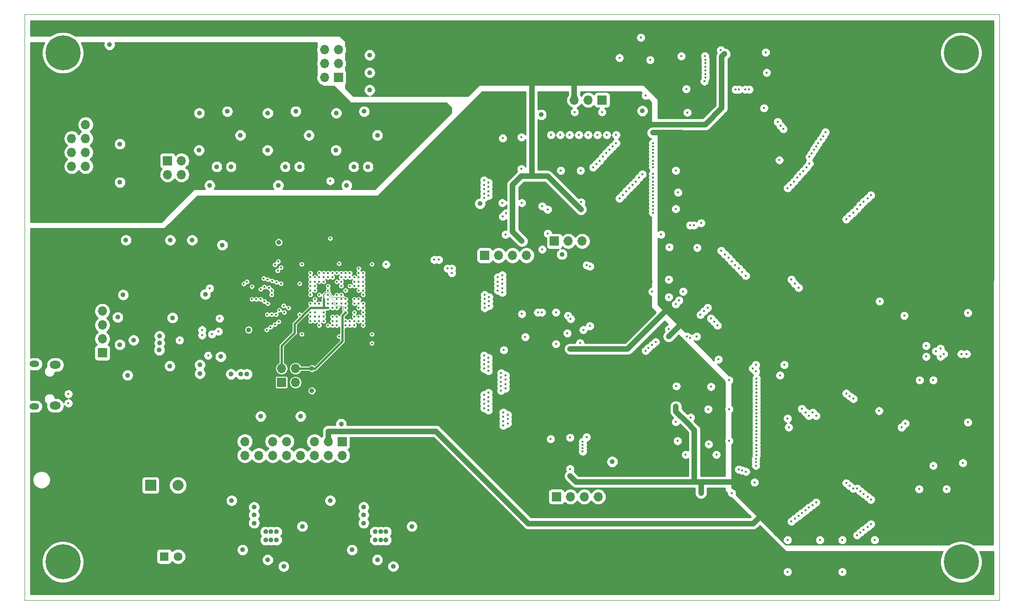
<source format=gbr>
G04 #@! TF.GenerationSoftware,KiCad,Pcbnew,5.1.5-52549c5~86~ubuntu18.04.1*
G04 #@! TF.CreationDate,2020-04-26T19:40:07-07:00*
G04 #@! TF.ProjectId,spla-board,73706c61-2d62-46f6-9172-642e6b696361,9*
G04 #@! TF.SameCoordinates,Original*
G04 #@! TF.FileFunction,Copper,L3,Inr*
G04 #@! TF.FilePolarity,Positive*
%FSLAX46Y46*%
G04 Gerber Fmt 4.6, Leading zero omitted, Abs format (unit mm)*
G04 Created by KiCad (PCBNEW 5.1.5-52549c5~86~ubuntu18.04.1) date 2020-04-26 19:40:07*
%MOMM*%
%LPD*%
G04 APERTURE LIST*
%ADD10C,0.050000*%
%ADD11C,1.600000*%
%ADD12R,1.600000X1.600000*%
%ADD13C,2.000000*%
%ADD14R,2.000000X2.000000*%
%ADD15O,1.700000X1.700000*%
%ADD16R,1.700000X1.700000*%
%ADD17C,6.400000*%
%ADD18O,1.800000X1.150000*%
%ADD19O,2.000000X1.450000*%
%ADD20C,0.900000*%
%ADD21C,0.450000*%
%ADD22C,0.100000*%
%ADD23C,0.200000*%
%ADD24C,0.400000*%
%ADD25C,1.000000*%
%ADD26C,0.254000*%
G04 APERTURE END LIST*
D10*
X40000000Y-155000000D02*
X40000000Y-48000000D01*
X218000000Y-48000000D02*
X218000000Y-155000000D01*
X40000000Y-48000000D02*
X218000000Y-48000000D01*
X40000000Y-155000000D02*
X218000000Y-155000000D01*
D11*
X68000000Y-147000000D03*
D12*
X65500000Y-147000000D03*
D13*
X68000000Y-134000000D03*
D14*
X63000000Y-134000000D03*
D15*
X68640000Y-77240000D03*
X66100000Y-77240000D03*
X68640000Y-74700000D03*
D16*
X66100000Y-74700000D03*
D15*
X131620000Y-92000000D03*
X129080000Y-92000000D03*
X126540000Y-92000000D03*
D16*
X124000000Y-92000000D03*
D15*
X89450000Y-112660000D03*
X89450000Y-115200000D03*
X86910000Y-112660000D03*
D16*
X86910000Y-115200000D03*
D15*
X141800000Y-89400000D03*
X139260000Y-89400000D03*
D16*
X136720000Y-89400000D03*
D15*
X80220000Y-128540000D03*
X80220000Y-126000000D03*
X82760000Y-128540000D03*
X82760000Y-126000000D03*
X85300000Y-128540000D03*
X85300000Y-126000000D03*
X87840000Y-128540000D03*
X87840000Y-126000000D03*
X90380000Y-128540000D03*
X90380000Y-126000000D03*
X92920000Y-128540000D03*
X92920000Y-126000000D03*
X95460000Y-128540000D03*
X95460000Y-126000000D03*
X98000000Y-128540000D03*
D16*
X98000000Y-126000000D03*
D17*
X47000000Y-148000000D03*
X211000000Y-148000000D03*
X211000000Y-55000000D03*
X47000000Y-55000000D03*
D15*
X144720000Y-136100000D03*
X142180000Y-136100000D03*
X139640000Y-136100000D03*
D16*
X137100000Y-136100000D03*
D15*
X140360000Y-63621000D03*
X142900000Y-63621000D03*
D16*
X145440000Y-63621000D03*
D15*
X94760000Y-54420000D03*
X97300000Y-54420000D03*
X94760000Y-56960000D03*
X97300000Y-56960000D03*
X94760000Y-59500000D03*
D16*
X97300000Y-59500000D03*
D15*
X51140000Y-75720000D03*
X48600000Y-75720000D03*
X51140000Y-73180000D03*
X48600000Y-73180000D03*
X51140000Y-70640000D03*
X48600000Y-70640000D03*
X51140000Y-68100000D03*
D16*
X48600000Y-68100000D03*
D18*
X41810000Y-119600000D03*
X41810000Y-111850000D03*
D19*
X45610000Y-119450000D03*
X45610000Y-112000000D03*
D15*
X54200000Y-102180000D03*
X54200000Y-104720000D03*
X54200000Y-107260000D03*
D16*
X54200000Y-109800000D03*
D20*
X147300000Y-129700000D03*
X86000000Y-144000000D03*
X85000000Y-144000000D03*
X84000000Y-144000000D03*
X86000000Y-142500000D03*
X85000000Y-142500000D03*
X84000000Y-142500000D03*
D21*
X90600000Y-106400000D03*
X103400000Y-106400000D03*
X103400000Y-93600000D03*
X90600000Y-93600000D03*
X92200000Y-100800000D03*
X93000000Y-100800000D03*
X101000000Y-94400000D03*
X97400000Y-106800000D03*
X90200000Y-102800000D03*
X96200000Y-100800000D03*
X97800000Y-99200000D03*
X97800000Y-100000000D03*
X97000000Y-99200000D03*
X97000000Y-100800000D03*
X97000000Y-101600000D03*
X96200000Y-101600000D03*
X93800000Y-104800000D03*
X95400000Y-98400000D03*
X95400000Y-97600000D03*
X98600000Y-100800000D03*
X100200000Y-104800000D03*
X97000000Y-100000000D03*
X95393409Y-100006613D03*
X93806597Y-95193394D03*
X177900000Y-113900000D03*
X145400000Y-65800000D03*
X162700000Y-106800000D03*
X159000000Y-115900000D03*
X166700000Y-111000000D03*
X164800000Y-120100000D03*
X179300000Y-144000000D03*
X189300000Y-144000000D03*
X189300000Y-149800000D03*
X179300000Y-149800000D03*
X169100000Y-135400000D03*
X157700000Y-90500000D03*
X162800000Y-90600000D03*
X137900000Y-76500000D03*
X141500000Y-76500000D03*
X137000000Y-102400000D03*
X127200000Y-82400000D03*
X130800000Y-82400000D03*
X177800000Y-74600000D03*
X160800000Y-61600000D03*
X196000000Y-120400000D03*
X175500000Y-58600000D03*
X161000000Y-65900000D03*
X203400000Y-114800000D03*
X203300000Y-134700000D03*
X196100000Y-100400000D03*
X48000000Y-119000000D03*
D20*
X90700000Y-141500000D03*
X87300000Y-148800000D03*
X81900000Y-140900000D03*
X81900000Y-139400000D03*
X81900000Y-138000000D03*
X107300000Y-148800000D03*
X105000000Y-144000000D03*
X110700000Y-141500000D03*
X106000000Y-144000000D03*
X101900000Y-140900000D03*
X104000000Y-142500000D03*
X101900000Y-139400000D03*
X104000000Y-144000000D03*
X101900000Y-138000000D03*
X106000000Y-142500000D03*
X105000000Y-142500000D03*
X83100000Y-121400000D03*
X90400000Y-121400000D03*
X77800000Y-136800000D03*
X95800000Y-136800000D03*
D21*
X141600000Y-82300000D03*
X137000000Y-108200000D03*
X168600000Y-125900000D03*
X168600000Y-114800000D03*
X168600000Y-120100000D03*
X195200000Y-144000000D03*
X185200000Y-144000000D03*
X160700000Y-128400000D03*
X166300000Y-128400000D03*
X97800000Y-100800000D03*
X127800000Y-88200000D03*
X161600000Y-121600000D03*
X158900000Y-76500000D03*
D20*
X72000000Y-112000000D03*
D21*
X159200000Y-125900000D03*
X97400000Y-93500000D03*
X163500000Y-86100000D03*
X157600000Y-96400000D03*
X157600000Y-99600000D03*
X157600000Y-105500000D03*
X130700000Y-70400000D03*
X130700000Y-76200000D03*
D20*
X97800000Y-122800000D03*
D21*
X153400000Y-62800000D03*
X159900000Y-55600000D03*
X152500000Y-52200000D03*
D20*
X79400000Y-70050000D03*
X71850000Y-72800000D03*
X77000000Y-65700000D03*
X71900000Y-66000000D03*
X84400000Y-66000000D03*
X89500000Y-65700000D03*
X84350000Y-72800000D03*
X91900000Y-70050000D03*
X104400000Y-70050000D03*
X102000000Y-65700000D03*
X96850000Y-72800000D03*
X96900000Y-66000000D03*
D21*
X154200000Y-56300000D03*
D20*
X103000000Y-58600000D03*
X103000000Y-61800000D03*
X103000000Y-55400000D03*
X55500000Y-53500000D03*
X57400000Y-71650000D03*
X57400000Y-78650000D03*
X87600000Y-75800000D03*
X100100000Y-75800000D03*
X75100000Y-75800000D03*
X73800000Y-79200000D03*
X86300000Y-79200000D03*
X98800000Y-79200000D03*
X58000000Y-99200000D03*
X67000000Y-103400000D03*
X77700000Y-113700000D03*
X80600000Y-113700000D03*
X80900000Y-105600000D03*
X75800000Y-110500000D03*
X73000000Y-99100000D03*
X59900000Y-107500000D03*
X58500000Y-89200000D03*
X66600000Y-89200000D03*
X70600000Y-89200000D03*
X92450000Y-116700000D03*
D21*
X103400000Y-108050000D03*
X106000000Y-93650000D03*
X99400000Y-97600000D03*
X97000000Y-96800000D03*
D20*
X58800000Y-113900000D03*
D21*
X127500000Y-109300000D03*
X130800000Y-102700000D03*
X139600000Y-131000000D03*
X139600000Y-125300000D03*
X136050000Y-125550000D03*
D20*
X123150000Y-82550000D03*
X152800000Y-65600000D03*
X86400000Y-89600000D03*
X138100000Y-91800000D03*
X134300000Y-66300000D03*
D21*
X127300000Y-70600000D03*
X148600000Y-55900000D03*
X175300000Y-54900000D03*
D20*
X76100000Y-90100000D03*
D21*
X90200000Y-97150000D03*
X98600000Y-101600000D03*
D20*
X145700000Y-129700000D03*
D21*
X96200000Y-102400000D03*
X97000000Y-102400000D03*
X97800000Y-101600000D03*
X95400000Y-102400000D03*
X94600000Y-98400000D03*
X96200000Y-98400000D03*
X97000000Y-98400000D03*
X97800000Y-98400000D03*
X98600000Y-97600000D03*
X98600000Y-99200000D03*
X96265173Y-99134827D03*
X151100000Y-123000000D03*
X159900000Y-127200000D03*
X162700000Y-116100000D03*
X159300000Y-136500000D03*
X186500000Y-149800000D03*
X196500000Y-149800000D03*
X137800000Y-83600000D03*
X127100000Y-77600000D03*
X133300000Y-109500000D03*
X150700000Y-62800000D03*
X99400000Y-101600000D03*
X99400000Y-102400000D03*
X127700000Y-89700000D03*
X167800000Y-55200000D03*
D20*
X75100000Y-91500000D03*
D21*
X154500000Y-96800000D03*
X156700000Y-108300000D03*
D20*
X77400000Y-110500000D03*
X80900000Y-103500000D03*
X80900000Y-108600000D03*
X74500000Y-109900000D03*
X59700000Y-110600000D03*
X63200000Y-113900000D03*
D21*
X105000000Y-109000000D03*
X108550000Y-93750000D03*
X90800000Y-91000000D03*
D20*
X62000000Y-95000000D03*
X80300000Y-117900000D03*
D21*
X136200000Y-131700000D03*
D20*
X118750000Y-82550000D03*
X148400000Y-65600000D03*
X84800000Y-89600000D03*
X140300000Y-94400000D03*
X129900000Y-66300000D03*
X73500000Y-105000000D03*
X74300000Y-102200000D03*
D21*
X178500000Y-122600000D03*
X173300000Y-109000000D03*
X140400000Y-65800000D03*
X170900000Y-116100000D03*
X163500000Y-135400000D03*
X186500000Y-144000000D03*
X196500000Y-144000000D03*
X157600000Y-106800000D03*
X141600000Y-83600000D03*
X130800000Y-89400000D03*
X160900000Y-90600000D03*
X177800000Y-80400000D03*
X164000000Y-61600000D03*
X154700000Y-69600000D03*
X163700000Y-65900000D03*
X213500000Y-134800000D03*
X161000000Y-122600000D03*
X170900000Y-127200000D03*
X213500000Y-114800000D03*
X171000000Y-65900000D03*
X158900000Y-119600000D03*
X130700000Y-77500000D03*
X152300000Y-55400000D03*
X152400000Y-58600000D03*
X160700000Y-58600000D03*
X156600000Y-62400000D03*
D20*
X56500000Y-51000000D03*
X54500000Y-51000000D03*
D21*
X139600000Y-109100000D03*
X139600000Y-132300000D03*
X168700000Y-58500000D03*
X157700000Y-97350000D03*
D20*
X57400000Y-108300000D03*
D21*
X75400000Y-105900000D03*
X86500000Y-102000000D03*
D20*
X57000000Y-103300000D03*
D21*
X72400000Y-105600000D03*
X87300000Y-101200000D03*
X87400000Y-102400000D03*
X72400000Y-106600000D03*
X88200000Y-101600000D03*
X74200000Y-106400000D03*
X159300000Y-80500000D03*
X159500000Y-100200000D03*
X142000000Y-105600000D03*
X161500000Y-86500000D03*
X162200000Y-86500000D03*
X143200000Y-104900000D03*
X143200000Y-94000000D03*
X135500000Y-83600000D03*
X135500000Y-88000000D03*
X134500000Y-83000000D03*
X134500000Y-90900000D03*
X95400000Y-99200000D03*
X98600000Y-102400000D03*
D20*
X92450000Y-112660000D03*
D21*
X89300000Y-106100000D03*
X94600000Y-100000000D03*
X95400000Y-100800000D03*
X95400000Y-101600000D03*
X97800000Y-97600000D03*
X98600000Y-98400000D03*
X98600000Y-100000000D03*
X154700000Y-83600000D03*
X158900000Y-83500000D03*
X131400000Y-106900000D03*
X101800000Y-100800000D03*
X124000000Y-99200000D03*
X158900000Y-100900000D03*
X160217500Y-98582500D03*
X139075000Y-106225000D03*
X154600000Y-108300000D03*
X154600000Y-98600000D03*
X94600000Y-103200000D03*
X85900000Y-102800000D03*
X93000000Y-102400000D03*
X85100000Y-102800000D03*
X93000000Y-104000000D03*
X84200000Y-105600000D03*
X117200000Y-94400000D03*
X93000000Y-98400000D03*
X85200000Y-96650000D03*
X92200000Y-99200000D03*
X84400000Y-96400000D03*
X93000000Y-103200000D03*
X85700000Y-104600000D03*
X92200000Y-103200000D03*
X86400000Y-104100000D03*
X92200000Y-97600000D03*
X73500000Y-110300000D03*
X101000000Y-100000000D03*
X133700000Y-102400000D03*
X92200000Y-96000000D03*
X86800000Y-94200000D03*
X93000000Y-96800000D03*
X85700000Y-93700000D03*
X92200000Y-96800000D03*
X86200000Y-94800000D03*
X93000000Y-97600000D03*
X86800000Y-97150000D03*
X92200000Y-98400000D03*
X86000000Y-96900000D03*
X92200000Y-104000000D03*
X84900000Y-105100000D03*
X92200000Y-102400000D03*
X84300000Y-102800000D03*
X100200000Y-100800000D03*
X134400000Y-102400000D03*
X118000000Y-95200000D03*
X93000000Y-96000000D03*
X86300000Y-93100000D03*
X95800000Y-88900000D03*
X95800000Y-78400000D03*
X99400000Y-104800000D03*
X99400000Y-104000000D03*
X100200000Y-104000000D03*
X101000000Y-104000000D03*
X75600000Y-103500000D03*
X85100000Y-98400000D03*
X85100000Y-99200000D03*
X97000000Y-104800000D03*
X98600000Y-104000000D03*
X98600000Y-104800000D03*
X97000000Y-103200000D03*
X97000000Y-104000000D03*
X93000000Y-100000000D03*
X82300000Y-100000000D03*
X80000000Y-97200000D03*
X83100000Y-98166656D03*
X83100000Y-100000000D03*
X84600000Y-97900000D03*
X84400000Y-100800000D03*
X83750000Y-100400000D03*
X83750000Y-97750000D03*
X80600000Y-96800000D03*
X96200000Y-104000000D03*
X96200000Y-104800000D03*
X96200000Y-103200000D03*
X95400000Y-104800000D03*
X94600000Y-102400000D03*
X94600000Y-104000000D03*
X93800000Y-104000000D03*
X123900000Y-112700000D03*
X124700000Y-112300000D03*
X123900000Y-111900000D03*
X101800000Y-98400000D03*
X100200000Y-100000000D03*
X100200000Y-97600000D03*
X101800000Y-102400000D03*
X126400000Y-96800000D03*
X127200000Y-97200000D03*
X128200000Y-121100000D03*
X123900000Y-111100000D03*
X124700000Y-80300000D03*
X124700000Y-81100000D03*
X127000000Y-113500000D03*
X124700000Y-113100000D03*
X124700000Y-111500000D03*
X127000000Y-114300000D03*
X124800000Y-100400000D03*
X100200000Y-102400000D03*
X101000000Y-101600000D03*
X101800000Y-103200000D03*
X124000000Y-100000000D03*
X127200000Y-96400000D03*
X126400000Y-97600000D03*
X127400000Y-120700000D03*
X124700000Y-110700000D03*
X123900000Y-79900000D03*
X123900000Y-80700000D03*
X101000000Y-96800000D03*
X124700000Y-120300000D03*
X124700000Y-118700000D03*
X124700000Y-117900000D03*
X127800000Y-113900000D03*
X124000000Y-100800000D03*
X124800000Y-101200000D03*
X101800000Y-97600000D03*
X101800000Y-101600000D03*
X115600000Y-92800000D03*
X124000000Y-101600000D03*
X127400000Y-123100000D03*
X127400000Y-121500000D03*
X124700000Y-117100000D03*
X127800000Y-116300000D03*
X101000000Y-95200000D03*
X101800000Y-95200000D03*
X101800000Y-96800000D03*
X123900000Y-119900000D03*
X123900000Y-118300000D03*
X123900000Y-117500000D03*
X124800000Y-99600000D03*
X101000000Y-98400000D03*
X114800000Y-92800000D03*
X126400000Y-96000000D03*
X127200000Y-98000000D03*
X128200000Y-122700000D03*
X128200000Y-121900000D03*
X127800000Y-115500000D03*
X127800000Y-114700000D03*
X124700000Y-78700000D03*
X124700000Y-79500000D03*
X100200000Y-96800000D03*
X124700000Y-119500000D03*
X123900000Y-119100000D03*
X101000000Y-100800000D03*
X127200000Y-95600000D03*
X126400000Y-98400000D03*
X127400000Y-122300000D03*
X123900000Y-110300000D03*
X127000000Y-115900000D03*
X127000000Y-115100000D03*
X123900000Y-78300000D03*
X123900000Y-79100000D03*
X100200000Y-96000000D03*
X101000000Y-96000000D03*
X101800000Y-96000000D03*
X164700000Y-101550000D03*
X163400000Y-102850000D03*
X164050000Y-102200000D03*
X165300000Y-103500000D03*
X165900000Y-104150000D03*
X166500000Y-104800000D03*
X167200000Y-91150000D03*
X167850000Y-91800000D03*
X168500000Y-92450000D03*
X169100000Y-93100000D03*
X169750000Y-93750000D03*
X170400000Y-94400000D03*
X171000000Y-95050000D03*
X171650000Y-95700000D03*
X205900000Y-130400000D03*
X178700000Y-112000000D03*
X200800000Y-122700000D03*
X173500000Y-112000000D03*
X205900000Y-114800000D03*
X179300000Y-121800000D03*
X200100000Y-123400000D03*
X211300000Y-129900000D03*
X172950000Y-112650000D03*
X173600000Y-123400000D03*
X179500000Y-123400000D03*
X212000000Y-110000000D03*
X173500000Y-113200000D03*
X200600000Y-103000000D03*
X173600000Y-114500000D03*
X173600000Y-115200000D03*
X173600000Y-115800000D03*
X173600000Y-116400000D03*
X173600000Y-117100000D03*
X173600000Y-117700000D03*
X173600000Y-118300000D03*
X173600000Y-118900000D03*
X173600000Y-119600000D03*
X173600000Y-120200000D03*
X204600000Y-110500000D03*
X173600000Y-120900000D03*
X204600000Y-108500000D03*
X207200000Y-110500000D03*
X173600000Y-121500000D03*
X207200000Y-109000000D03*
X212200000Y-102500000D03*
X173600000Y-122100000D03*
X206400000Y-109500000D03*
X211000000Y-110000000D03*
X173600000Y-122700000D03*
X207800000Y-110000000D03*
X173600000Y-124100000D03*
X173600000Y-124700000D03*
X173600000Y-125300000D03*
X173600000Y-125900000D03*
X173600000Y-126600000D03*
X173600000Y-127200000D03*
X173600000Y-127800000D03*
X173600000Y-128500000D03*
X173500000Y-129200000D03*
X173500000Y-129800000D03*
X173500000Y-130400000D03*
X173257500Y-133457500D03*
X212200000Y-122500000D03*
X171700000Y-131500000D03*
X208300000Y-134700000D03*
X171000000Y-131300000D03*
X170400000Y-131100000D03*
X184500000Y-137100000D03*
X183300000Y-75200000D03*
X184500000Y-121300000D03*
X183900000Y-137600000D03*
X182800000Y-75900000D03*
X183900000Y-120700000D03*
X183200000Y-138100000D03*
X182200000Y-76600000D03*
X183200000Y-121300000D03*
X182600000Y-138600000D03*
X181600000Y-77200000D03*
X182600000Y-120700000D03*
X181900000Y-139100000D03*
X181100000Y-77800000D03*
X181900000Y-120000000D03*
X181300000Y-139600000D03*
X181300000Y-97900000D03*
X180500000Y-78500000D03*
X180600000Y-140100000D03*
X180600000Y-97200000D03*
X179900000Y-79100000D03*
X180000000Y-140600000D03*
X180000000Y-96400000D03*
X179300000Y-79700000D03*
X194500000Y-141100000D03*
X194500000Y-81000000D03*
X186200000Y-69500000D03*
X194500000Y-136600000D03*
X193900000Y-141600000D03*
X193900000Y-81600000D03*
X185800000Y-70200000D03*
X193900000Y-136100000D03*
X193200000Y-142100000D03*
X193200000Y-82200000D03*
X185400000Y-70800000D03*
X193200000Y-135600000D03*
X192600000Y-142600000D03*
X192600000Y-82800000D03*
X184900000Y-71500000D03*
X192600000Y-135100000D03*
X192000000Y-143100000D03*
X192000000Y-83500000D03*
X184500000Y-72100000D03*
X192000000Y-134600000D03*
X191300000Y-134600000D03*
X191300000Y-84200000D03*
X184100000Y-72700000D03*
X191300000Y-118200000D03*
X190600000Y-134100000D03*
X190600000Y-84800000D03*
X183700000Y-73400000D03*
X190600000Y-117700000D03*
X190000000Y-133600000D03*
X190000000Y-85400000D03*
X183300000Y-74000000D03*
X190000000Y-117200000D03*
X141900000Y-127800000D03*
X141900000Y-127200000D03*
X141900000Y-126600000D03*
X141900000Y-126000000D03*
X143800000Y-75900000D03*
X154700000Y-75900000D03*
X136100000Y-70000000D03*
X144400000Y-75300000D03*
X154700000Y-75300000D03*
X137800000Y-70000000D03*
X154700000Y-74700000D03*
X145000000Y-74700000D03*
X139500000Y-70000000D03*
X145600000Y-74000000D03*
X154700000Y-74000000D03*
X141200000Y-70000000D03*
X146200000Y-73300000D03*
X154700000Y-73300000D03*
X142900000Y-70000000D03*
X146800000Y-72700000D03*
X154700000Y-72700000D03*
X144600000Y-70000000D03*
X147400000Y-72100000D03*
X154700000Y-72100000D03*
X146300000Y-70000000D03*
X148000000Y-71500000D03*
X154700000Y-71500000D03*
X148000000Y-70000000D03*
X148600000Y-81600000D03*
X154700000Y-81600000D03*
X149200000Y-81000000D03*
X154700000Y-81000000D03*
X149800000Y-80300000D03*
X154700000Y-80300000D03*
X150400000Y-79700000D03*
X154700000Y-79700000D03*
X151000000Y-79100000D03*
X154700000Y-79100000D03*
X151600000Y-78500000D03*
X154700000Y-78500000D03*
X152200000Y-77800000D03*
X154700000Y-77800000D03*
X152800000Y-77160000D03*
X154700000Y-77100000D03*
X153400000Y-109400000D03*
X153900000Y-108900000D03*
X154700000Y-82300000D03*
X127900000Y-84300000D03*
X154700000Y-82900000D03*
X127300000Y-84900000D03*
X154700000Y-84200000D03*
X156200000Y-88200000D03*
X142600000Y-93800000D03*
X142600000Y-125200000D03*
X155200000Y-107800000D03*
X139200000Y-103000000D03*
X96200000Y-95200000D03*
X97800000Y-96000000D03*
X98600000Y-96000000D03*
X97800000Y-96800000D03*
X98600000Y-95200000D03*
X101800000Y-99200000D03*
X94600000Y-96800000D03*
X93800000Y-96000000D03*
X68300000Y-107500000D03*
X73800000Y-98000000D03*
X81500000Y-97700000D03*
X81500000Y-100000000D03*
X97000000Y-95200000D03*
X97800000Y-95200000D03*
X95400000Y-95200000D03*
X94600000Y-95200000D03*
X92200000Y-95200000D03*
X96200000Y-96000000D03*
X94600000Y-96000000D03*
X93800000Y-96800000D03*
X160900000Y-106800000D03*
X178500000Y-68900000D03*
X178000000Y-68300000D03*
X177500000Y-67600000D03*
X175000000Y-65100000D03*
X172300000Y-61700000D03*
X171600000Y-61700000D03*
X170400000Y-61700000D03*
X169800000Y-61700000D03*
X164300000Y-56300000D03*
X164300000Y-56900000D03*
X164300000Y-57500000D03*
X164300000Y-58200000D03*
X164300000Y-58900000D03*
X164300000Y-59500000D03*
X164100000Y-60200000D03*
X139700000Y-103600000D03*
D20*
X72000000Y-113600000D03*
X79500000Y-113700000D03*
D21*
X48000000Y-117300000D03*
D20*
X64650000Y-106750000D03*
X64650000Y-108000000D03*
X64600000Y-109300000D03*
X66500000Y-112200000D03*
D21*
X95400000Y-96000000D03*
X101800000Y-104000000D03*
X101800000Y-104800000D03*
X100200000Y-103200000D03*
X99400000Y-96000000D03*
X123900000Y-81500000D03*
X101000000Y-97600000D03*
X158900000Y-122400000D03*
X164900000Y-126500000D03*
X165300000Y-116000000D03*
X127000000Y-116700000D03*
X93800000Y-103200000D03*
X99400000Y-95200000D03*
X164200000Y-55600000D03*
X167100000Y-54500000D03*
D20*
X104400000Y-147600000D03*
X99800000Y-145800000D03*
X84400000Y-147600000D03*
X79800000Y-145800000D03*
D21*
X127200000Y-98800000D03*
X118000000Y-94400000D03*
X161500000Y-107100000D03*
X141400000Y-108000000D03*
X101000000Y-103200000D03*
D20*
X73900000Y-71000000D03*
X86400000Y-71000000D03*
X98900000Y-71000000D03*
X61450000Y-69450000D03*
X61450000Y-76450000D03*
X91500000Y-75800000D03*
X88900000Y-75800000D03*
X104000000Y-75800000D03*
X101400000Y-75800000D03*
X76400000Y-75800000D03*
X79000000Y-75800000D03*
X79600000Y-79100000D03*
X92100000Y-79100000D03*
X103400000Y-79100000D03*
X90200000Y-75800000D03*
X102700000Y-75800000D03*
X77700000Y-75800000D03*
D21*
X93800000Y-99200000D03*
X83650000Y-96200000D03*
X93800000Y-100800000D03*
D22*
X96200000Y-99069654D02*
X96265173Y-99134827D01*
D23*
X97800000Y-98400000D02*
X97000000Y-98400000D01*
D24*
X96265173Y-98465173D02*
X96200000Y-98400000D01*
D25*
X167300000Y-55700000D02*
X167800000Y-55200000D01*
X167300000Y-65100000D02*
X167300000Y-55700000D01*
X153500000Y-68100000D02*
X164300000Y-68100000D01*
X164300000Y-68100000D02*
X167300000Y-65100000D01*
X163500000Y-135400000D02*
X163500000Y-133500000D01*
X163500000Y-133500000D02*
X163400000Y-133400000D01*
X162300000Y-123900000D02*
X161000000Y-122600000D01*
X162300000Y-133400000D02*
X162300000Y-123900000D01*
X162300000Y-133400000D02*
X163400000Y-133400000D01*
X154700000Y-69600000D02*
X160000000Y-69600000D01*
X140360000Y-63621000D02*
X140360000Y-54440000D01*
X158900000Y-120500000D02*
X158900000Y-119600000D01*
X161000000Y-122600000D02*
X158900000Y-120500000D01*
X163400000Y-133400000D02*
X170700000Y-133400000D01*
X157600000Y-106800000D02*
X160400000Y-104000000D01*
X135500000Y-77500000D02*
X141600000Y-83600000D01*
X133600000Y-77500000D02*
X135500000Y-77500000D01*
X133600000Y-77500000D02*
X132700000Y-77500000D01*
X132700000Y-77500000D02*
X132600000Y-77400000D01*
X132600000Y-77400000D02*
X132600000Y-55300000D01*
X130700000Y-77500000D02*
X132700000Y-77500000D01*
X129100000Y-79100000D02*
X130700000Y-77500000D01*
X130800000Y-89400000D02*
X129100000Y-87700000D01*
X129100000Y-87700000D02*
X129100000Y-79100000D01*
X156600000Y-60000000D02*
X156800000Y-59800000D01*
X156600000Y-62400000D02*
X156600000Y-60000000D01*
X150100000Y-109100000D02*
X157000000Y-102200000D01*
X139600000Y-109100000D02*
X150100000Y-109100000D01*
X159000000Y-133400000D02*
X162300000Y-133400000D01*
X139600000Y-132300000D02*
X140700000Y-133400000D01*
X140700000Y-133400000D02*
X159000000Y-133400000D01*
X173000000Y-141000000D02*
X175000000Y-139000000D01*
X132000000Y-141000000D02*
X173000000Y-141000000D01*
X95460000Y-126000000D02*
X95460000Y-124140000D01*
X115140000Y-124140000D02*
X132000000Y-141000000D01*
X95460000Y-124140000D02*
X115140000Y-124140000D01*
D22*
X98200000Y-102000000D02*
X98600000Y-102400000D01*
X96600000Y-100400000D02*
X96600000Y-101000000D01*
X95400000Y-99200000D02*
X96600000Y-100400000D01*
X98000000Y-101200000D02*
X98200000Y-101400000D01*
X98200000Y-101400000D02*
X98200000Y-102000000D01*
X96600000Y-101000000D02*
X96800000Y-101200000D01*
X96800000Y-101200000D02*
X98000000Y-101200000D01*
D24*
X98000000Y-103000000D02*
X98600000Y-102400000D01*
X98000000Y-107700000D02*
X98000000Y-103000000D01*
X89450000Y-112660000D02*
X92640000Y-112660000D01*
X93040000Y-112660000D02*
X98000000Y-107700000D01*
X92640000Y-112660000D02*
X93040000Y-112660000D01*
D22*
X95775001Y-99019999D02*
X95775001Y-99175001D01*
X95555002Y-98800000D02*
X95775001Y-99019999D01*
X95775001Y-99175001D02*
X96200000Y-99600000D01*
X95000000Y-98800000D02*
X95555002Y-98800000D01*
D23*
X94600000Y-99200000D02*
X95000000Y-98800000D01*
X94600000Y-100000000D02*
X94600000Y-99200000D01*
D22*
X98200000Y-99600000D02*
X98600000Y-100000000D01*
X96200000Y-99600000D02*
X98200000Y-99600000D01*
D24*
X94600000Y-100000000D02*
X94600000Y-101600000D01*
X95400000Y-101600000D02*
X94600000Y-101600000D01*
X86910000Y-108490000D02*
X86910000Y-112660000D01*
X89300000Y-106100000D02*
X86910000Y-108490000D01*
X89300000Y-104500000D02*
X89300000Y-106100000D01*
X94600000Y-101600000D02*
X92200000Y-101600000D01*
X92200000Y-101600000D02*
X89300000Y-104500000D01*
D26*
G36*
X131465000Y-69999586D02*
G01*
X131462122Y-69992637D01*
X131368005Y-69851782D01*
X131248218Y-69731995D01*
X131107363Y-69637878D01*
X130950853Y-69573049D01*
X130784703Y-69540000D01*
X130615297Y-69540000D01*
X130449147Y-69573049D01*
X130292637Y-69637878D01*
X130151782Y-69731995D01*
X130031995Y-69851782D01*
X129937878Y-69992637D01*
X129873049Y-70149147D01*
X129840000Y-70315297D01*
X129840000Y-70484703D01*
X129873049Y-70650853D01*
X129937878Y-70807363D01*
X130031995Y-70948218D01*
X130151782Y-71068005D01*
X130292637Y-71162122D01*
X130449147Y-71226951D01*
X130615297Y-71260000D01*
X130784703Y-71260000D01*
X130950853Y-71226951D01*
X131107363Y-71162122D01*
X131248218Y-71068005D01*
X131368005Y-70948218D01*
X131462122Y-70807363D01*
X131465000Y-70800414D01*
X131465000Y-75799585D01*
X131462122Y-75792637D01*
X131368005Y-75651782D01*
X131248218Y-75531995D01*
X131107363Y-75437878D01*
X130950853Y-75373049D01*
X130784703Y-75340000D01*
X130615297Y-75340000D01*
X130449147Y-75373049D01*
X130292637Y-75437878D01*
X130151782Y-75531995D01*
X130031995Y-75651782D01*
X129937878Y-75792637D01*
X129873049Y-75949147D01*
X129840000Y-76115297D01*
X129840000Y-76284703D01*
X129873049Y-76450853D01*
X129937878Y-76607363D01*
X129959373Y-76639532D01*
X129936856Y-76658011D01*
X129936855Y-76658012D01*
X129893551Y-76693551D01*
X129858013Y-76736854D01*
X128336860Y-78258009D01*
X128293552Y-78293551D01*
X128151717Y-78466377D01*
X128105056Y-78553675D01*
X128046324Y-78663554D01*
X127981423Y-78877502D01*
X127959509Y-79100000D01*
X127965001Y-79155761D01*
X127965001Y-81999587D01*
X127962122Y-81992637D01*
X127868005Y-81851782D01*
X127748218Y-81731995D01*
X127607363Y-81637878D01*
X127450853Y-81573049D01*
X127284703Y-81540000D01*
X127115297Y-81540000D01*
X126949147Y-81573049D01*
X126792637Y-81637878D01*
X126651782Y-81731995D01*
X126531995Y-81851782D01*
X126437878Y-81992637D01*
X126373049Y-82149147D01*
X126340000Y-82315297D01*
X126340000Y-82484703D01*
X126373049Y-82650853D01*
X126437878Y-82807363D01*
X126531995Y-82948218D01*
X126651782Y-83068005D01*
X126792637Y-83162122D01*
X126949147Y-83226951D01*
X127115297Y-83260000D01*
X127284703Y-83260000D01*
X127450853Y-83226951D01*
X127607363Y-83162122D01*
X127748218Y-83068005D01*
X127868005Y-82948218D01*
X127962122Y-82807363D01*
X127965001Y-82800414D01*
X127965000Y-83440000D01*
X127815297Y-83440000D01*
X127649147Y-83473049D01*
X127492637Y-83537878D01*
X127351782Y-83631995D01*
X127231995Y-83751782D01*
X127137878Y-83892637D01*
X127073049Y-84049147D01*
X127069083Y-84069083D01*
X127049147Y-84073049D01*
X126892637Y-84137878D01*
X126751782Y-84231995D01*
X126631995Y-84351782D01*
X126537878Y-84492637D01*
X126473049Y-84649147D01*
X126440000Y-84815297D01*
X126440000Y-84984703D01*
X126473049Y-85150853D01*
X126537878Y-85307363D01*
X126631995Y-85448218D01*
X126751782Y-85568005D01*
X126892637Y-85662122D01*
X127049147Y-85726951D01*
X127215297Y-85760000D01*
X127384703Y-85760000D01*
X127550853Y-85726951D01*
X127707363Y-85662122D01*
X127848218Y-85568005D01*
X127965000Y-85451223D01*
X127965000Y-87355972D01*
X127884703Y-87340000D01*
X127715297Y-87340000D01*
X127549147Y-87373049D01*
X127392637Y-87437878D01*
X127251782Y-87531995D01*
X127131995Y-87651782D01*
X127037878Y-87792637D01*
X126973049Y-87949147D01*
X126940000Y-88115297D01*
X126940000Y-88284703D01*
X126973049Y-88450853D01*
X127037878Y-88607363D01*
X127131995Y-88748218D01*
X127251782Y-88868005D01*
X127392637Y-88962122D01*
X127549147Y-89026951D01*
X127715297Y-89060000D01*
X127884703Y-89060000D01*
X128050853Y-89026951D01*
X128207363Y-88962122D01*
X128348218Y-88868005D01*
X128468005Y-88748218D01*
X128498079Y-88703210D01*
X130036856Y-90241988D01*
X130166377Y-90348283D01*
X130363553Y-90453676D01*
X130577501Y-90518577D01*
X130799999Y-90540491D01*
X131022498Y-90518577D01*
X131236446Y-90453676D01*
X131433622Y-90348283D01*
X131606448Y-90206448D01*
X131748283Y-90033622D01*
X131853676Y-89836446D01*
X131918577Y-89622498D01*
X131940491Y-89399999D01*
X131918577Y-89177501D01*
X131853676Y-88963553D01*
X131748283Y-88766377D01*
X131641988Y-88636856D01*
X130920429Y-87915297D01*
X134640000Y-87915297D01*
X134640000Y-88084703D01*
X134673049Y-88250853D01*
X134737878Y-88407363D01*
X134831995Y-88548218D01*
X134951782Y-88668005D01*
X135092637Y-88762122D01*
X135231928Y-88819819D01*
X135231928Y-90250000D01*
X135244188Y-90374482D01*
X135280498Y-90494180D01*
X135339463Y-90604494D01*
X135418815Y-90701185D01*
X135515506Y-90780537D01*
X135625820Y-90839502D01*
X135745518Y-90875812D01*
X135870000Y-90888072D01*
X137511848Y-90888072D01*
X137408353Y-90957225D01*
X137257225Y-91108353D01*
X137138485Y-91286060D01*
X137056696Y-91483517D01*
X137015000Y-91693137D01*
X137015000Y-91906863D01*
X137056696Y-92116483D01*
X137138485Y-92313940D01*
X137257225Y-92491647D01*
X137408353Y-92642775D01*
X137586060Y-92761515D01*
X137783517Y-92843304D01*
X137993137Y-92885000D01*
X138206863Y-92885000D01*
X138416483Y-92843304D01*
X138613940Y-92761515D01*
X138791647Y-92642775D01*
X138942775Y-92491647D01*
X139061515Y-92313940D01*
X139143304Y-92116483D01*
X139185000Y-91906863D01*
X139185000Y-91693137D01*
X139143304Y-91483517D01*
X139061515Y-91286060D01*
X138942775Y-91108353D01*
X138791647Y-90957225D01*
X138613940Y-90838485D01*
X138416483Y-90756696D01*
X138206863Y-90715000D01*
X138004351Y-90715000D01*
X138021185Y-90701185D01*
X138100537Y-90604494D01*
X138159502Y-90494180D01*
X138181513Y-90421620D01*
X138313368Y-90553475D01*
X138556589Y-90715990D01*
X138826842Y-90827932D01*
X139113740Y-90885000D01*
X139406260Y-90885000D01*
X139693158Y-90827932D01*
X139963411Y-90715990D01*
X140206632Y-90553475D01*
X140413475Y-90346632D01*
X140530000Y-90172240D01*
X140646525Y-90346632D01*
X140853368Y-90553475D01*
X141096589Y-90715990D01*
X141366842Y-90827932D01*
X141653740Y-90885000D01*
X141946260Y-90885000D01*
X142233158Y-90827932D01*
X142503411Y-90715990D01*
X142746632Y-90553475D01*
X142953475Y-90346632D01*
X143115990Y-90103411D01*
X143227932Y-89833158D01*
X143285000Y-89546260D01*
X143285000Y-89253740D01*
X143227932Y-88966842D01*
X143115990Y-88696589D01*
X142953475Y-88453368D01*
X142746632Y-88246525D01*
X142503411Y-88084010D01*
X142233158Y-87972068D01*
X141946260Y-87915000D01*
X141653740Y-87915000D01*
X141366842Y-87972068D01*
X141096589Y-88084010D01*
X140853368Y-88246525D01*
X140646525Y-88453368D01*
X140530000Y-88627760D01*
X140413475Y-88453368D01*
X140206632Y-88246525D01*
X139963411Y-88084010D01*
X139693158Y-87972068D01*
X139406260Y-87915000D01*
X139113740Y-87915000D01*
X138826842Y-87972068D01*
X138556589Y-88084010D01*
X138313368Y-88246525D01*
X138181513Y-88378380D01*
X138159502Y-88305820D01*
X138100537Y-88195506D01*
X138021185Y-88098815D01*
X137924494Y-88019463D01*
X137814180Y-87960498D01*
X137694482Y-87924188D01*
X137570000Y-87911928D01*
X136359330Y-87911928D01*
X136326951Y-87749147D01*
X136262122Y-87592637D01*
X136168005Y-87451782D01*
X136048218Y-87331995D01*
X135907363Y-87237878D01*
X135750853Y-87173049D01*
X135584703Y-87140000D01*
X135415297Y-87140000D01*
X135249147Y-87173049D01*
X135092637Y-87237878D01*
X134951782Y-87331995D01*
X134831995Y-87451782D01*
X134737878Y-87592637D01*
X134673049Y-87749147D01*
X134640000Y-87915297D01*
X130920429Y-87915297D01*
X130235000Y-87229869D01*
X130235000Y-83051223D01*
X130251782Y-83068005D01*
X130392637Y-83162122D01*
X130549147Y-83226951D01*
X130715297Y-83260000D01*
X130884703Y-83260000D01*
X131050853Y-83226951D01*
X131207363Y-83162122D01*
X131348218Y-83068005D01*
X131468005Y-82948218D01*
X131490002Y-82915297D01*
X133640000Y-82915297D01*
X133640000Y-83084703D01*
X133673049Y-83250853D01*
X133737878Y-83407363D01*
X133831995Y-83548218D01*
X133951782Y-83668005D01*
X134092637Y-83762122D01*
X134249147Y-83826951D01*
X134415297Y-83860000D01*
X134584703Y-83860000D01*
X134671437Y-83842748D01*
X134673049Y-83850853D01*
X134737878Y-84007363D01*
X134831995Y-84148218D01*
X134951782Y-84268005D01*
X135092637Y-84362122D01*
X135249147Y-84426951D01*
X135415297Y-84460000D01*
X135584703Y-84460000D01*
X135750853Y-84426951D01*
X135907363Y-84362122D01*
X136048218Y-84268005D01*
X136168005Y-84148218D01*
X136262122Y-84007363D01*
X136326951Y-83850853D01*
X136360000Y-83684703D01*
X136360000Y-83515297D01*
X136326951Y-83349147D01*
X136262122Y-83192637D01*
X136168005Y-83051782D01*
X136048218Y-82931995D01*
X135907363Y-82837878D01*
X135750853Y-82773049D01*
X135584703Y-82740000D01*
X135415297Y-82740000D01*
X135328563Y-82757252D01*
X135326951Y-82749147D01*
X135262122Y-82592637D01*
X135168005Y-82451782D01*
X135048218Y-82331995D01*
X134907363Y-82237878D01*
X134750853Y-82173049D01*
X134584703Y-82140000D01*
X134415297Y-82140000D01*
X134249147Y-82173049D01*
X134092637Y-82237878D01*
X133951782Y-82331995D01*
X133831995Y-82451782D01*
X133737878Y-82592637D01*
X133673049Y-82749147D01*
X133640000Y-82915297D01*
X131490002Y-82915297D01*
X131562122Y-82807363D01*
X131626951Y-82650853D01*
X131660000Y-82484703D01*
X131660000Y-82315297D01*
X131626951Y-82149147D01*
X131562122Y-81992637D01*
X131468005Y-81851782D01*
X131348218Y-81731995D01*
X131207363Y-81637878D01*
X131050853Y-81573049D01*
X130884703Y-81540000D01*
X130715297Y-81540000D01*
X130549147Y-81573049D01*
X130392637Y-81637878D01*
X130251782Y-81731995D01*
X130235000Y-81748777D01*
X130235000Y-79570131D01*
X131170133Y-78635000D01*
X132644258Y-78635000D01*
X132699999Y-78640490D01*
X132755741Y-78635000D01*
X135029869Y-78635000D01*
X140836856Y-84441989D01*
X140966377Y-84548284D01*
X141163553Y-84653676D01*
X141377501Y-84718577D01*
X141600000Y-84740491D01*
X141822499Y-84718577D01*
X142036447Y-84653676D01*
X142233623Y-84548284D01*
X142406449Y-84406449D01*
X142548284Y-84233623D01*
X142653676Y-84036447D01*
X142718577Y-83822499D01*
X142740491Y-83600000D01*
X142718577Y-83377501D01*
X142653676Y-83163553D01*
X142548284Y-82966377D01*
X142441989Y-82836856D01*
X142342245Y-82737112D01*
X142362122Y-82707363D01*
X142426951Y-82550853D01*
X142460000Y-82384703D01*
X142460000Y-82215297D01*
X142426951Y-82049147D01*
X142362122Y-81892637D01*
X142268005Y-81751782D01*
X142148218Y-81631995D01*
X142007363Y-81537878D01*
X141952849Y-81515297D01*
X147740000Y-81515297D01*
X147740000Y-81684703D01*
X147773049Y-81850853D01*
X147837878Y-82007363D01*
X147931995Y-82148218D01*
X148051782Y-82268005D01*
X148192637Y-82362122D01*
X148349147Y-82426951D01*
X148515297Y-82460000D01*
X148684703Y-82460000D01*
X148850853Y-82426951D01*
X149007363Y-82362122D01*
X149148218Y-82268005D01*
X149268005Y-82148218D01*
X149362122Y-82007363D01*
X149426951Y-81850853D01*
X149430917Y-81830917D01*
X149450853Y-81826951D01*
X149607363Y-81762122D01*
X149748218Y-81668005D01*
X149868005Y-81548218D01*
X149962122Y-81407363D01*
X150026951Y-81250853D01*
X150051663Y-81126615D01*
X150207363Y-81062122D01*
X150348218Y-80968005D01*
X150468005Y-80848218D01*
X150562122Y-80707363D01*
X150626951Y-80550853D01*
X150630917Y-80530917D01*
X150650853Y-80526951D01*
X150807363Y-80462122D01*
X150948218Y-80368005D01*
X151068005Y-80248218D01*
X151162122Y-80107363D01*
X151226951Y-79950853D01*
X151230917Y-79930917D01*
X151250853Y-79926951D01*
X151407363Y-79862122D01*
X151548218Y-79768005D01*
X151668005Y-79648218D01*
X151762122Y-79507363D01*
X151826951Y-79350853D01*
X151830917Y-79330917D01*
X151850853Y-79326951D01*
X152007363Y-79262122D01*
X152148218Y-79168005D01*
X152268005Y-79048218D01*
X152362122Y-78907363D01*
X152426951Y-78750853D01*
X152451663Y-78626615D01*
X152607363Y-78562122D01*
X152748218Y-78468005D01*
X152868005Y-78348218D01*
X152962122Y-78207363D01*
X153026951Y-78050853D01*
X153039201Y-77989269D01*
X153050853Y-77986951D01*
X153207363Y-77922122D01*
X153348218Y-77828005D01*
X153468005Y-77708218D01*
X153562122Y-77567363D01*
X153626951Y-77410853D01*
X153660000Y-77244703D01*
X153660000Y-77075297D01*
X153626951Y-76909147D01*
X153562122Y-76752637D01*
X153468005Y-76611782D01*
X153348218Y-76491995D01*
X153207363Y-76397878D01*
X153050853Y-76333049D01*
X152884703Y-76300000D01*
X152715297Y-76300000D01*
X152549147Y-76333049D01*
X152392637Y-76397878D01*
X152251782Y-76491995D01*
X152131995Y-76611782D01*
X152037878Y-76752637D01*
X151973049Y-76909147D01*
X151960799Y-76970731D01*
X151949147Y-76973049D01*
X151792637Y-77037878D01*
X151651782Y-77131995D01*
X151531995Y-77251782D01*
X151437878Y-77392637D01*
X151373049Y-77549147D01*
X151348337Y-77673385D01*
X151192637Y-77737878D01*
X151051782Y-77831995D01*
X150931995Y-77951782D01*
X150837878Y-78092637D01*
X150773049Y-78249147D01*
X150769083Y-78269083D01*
X150749147Y-78273049D01*
X150592637Y-78337878D01*
X150451782Y-78431995D01*
X150331995Y-78551782D01*
X150237878Y-78692637D01*
X150173049Y-78849147D01*
X150169083Y-78869083D01*
X150149147Y-78873049D01*
X149992637Y-78937878D01*
X149851782Y-79031995D01*
X149731995Y-79151782D01*
X149637878Y-79292637D01*
X149573049Y-79449147D01*
X149569083Y-79469083D01*
X149549147Y-79473049D01*
X149392637Y-79537878D01*
X149251782Y-79631995D01*
X149131995Y-79751782D01*
X149037878Y-79892637D01*
X148973049Y-80049147D01*
X148948337Y-80173385D01*
X148792637Y-80237878D01*
X148651782Y-80331995D01*
X148531995Y-80451782D01*
X148437878Y-80592637D01*
X148373049Y-80749147D01*
X148369083Y-80769083D01*
X148349147Y-80773049D01*
X148192637Y-80837878D01*
X148051782Y-80931995D01*
X147931995Y-81051782D01*
X147837878Y-81192637D01*
X147773049Y-81349147D01*
X147740000Y-81515297D01*
X141952849Y-81515297D01*
X141850853Y-81473049D01*
X141684703Y-81440000D01*
X141515297Y-81440000D01*
X141349147Y-81473049D01*
X141192637Y-81537878D01*
X141162888Y-81557756D01*
X136341996Y-76736865D01*
X136306449Y-76693551D01*
X136133623Y-76551716D01*
X135936447Y-76446324D01*
X135834166Y-76415297D01*
X137040000Y-76415297D01*
X137040000Y-76584703D01*
X137073049Y-76750853D01*
X137137878Y-76907363D01*
X137231995Y-77048218D01*
X137351782Y-77168005D01*
X137492637Y-77262122D01*
X137649147Y-77326951D01*
X137815297Y-77360000D01*
X137984703Y-77360000D01*
X138150853Y-77326951D01*
X138307363Y-77262122D01*
X138448218Y-77168005D01*
X138568005Y-77048218D01*
X138662122Y-76907363D01*
X138726951Y-76750853D01*
X138760000Y-76584703D01*
X138760000Y-76415297D01*
X140640000Y-76415297D01*
X140640000Y-76584703D01*
X140673049Y-76750853D01*
X140737878Y-76907363D01*
X140831995Y-77048218D01*
X140951782Y-77168005D01*
X141092637Y-77262122D01*
X141249147Y-77326951D01*
X141415297Y-77360000D01*
X141584703Y-77360000D01*
X141750853Y-77326951D01*
X141907363Y-77262122D01*
X142048218Y-77168005D01*
X142168005Y-77048218D01*
X142262122Y-76907363D01*
X142326951Y-76750853D01*
X142360000Y-76584703D01*
X142360000Y-76415297D01*
X142326951Y-76249147D01*
X142262122Y-76092637D01*
X142168005Y-75951782D01*
X142048218Y-75831995D01*
X141907363Y-75737878D01*
X141750853Y-75673049D01*
X141584703Y-75640000D01*
X141415297Y-75640000D01*
X141249147Y-75673049D01*
X141092637Y-75737878D01*
X140951782Y-75831995D01*
X140831995Y-75951782D01*
X140737878Y-76092637D01*
X140673049Y-76249147D01*
X140640000Y-76415297D01*
X138760000Y-76415297D01*
X138726951Y-76249147D01*
X138662122Y-76092637D01*
X138568005Y-75951782D01*
X138448218Y-75831995D01*
X138307363Y-75737878D01*
X138150853Y-75673049D01*
X137984703Y-75640000D01*
X137815297Y-75640000D01*
X137649147Y-75673049D01*
X137492637Y-75737878D01*
X137351782Y-75831995D01*
X137231995Y-75951782D01*
X137137878Y-76092637D01*
X137073049Y-76249147D01*
X137040000Y-76415297D01*
X135834166Y-76415297D01*
X135722499Y-76381423D01*
X135555752Y-76365000D01*
X135555751Y-76365000D01*
X135500000Y-76359509D01*
X135444249Y-76365000D01*
X133735000Y-76365000D01*
X133735000Y-69915297D01*
X135240000Y-69915297D01*
X135240000Y-70084703D01*
X135273049Y-70250853D01*
X135337878Y-70407363D01*
X135431995Y-70548218D01*
X135551782Y-70668005D01*
X135692637Y-70762122D01*
X135849147Y-70826951D01*
X136015297Y-70860000D01*
X136184703Y-70860000D01*
X136350853Y-70826951D01*
X136507363Y-70762122D01*
X136648218Y-70668005D01*
X136768005Y-70548218D01*
X136862122Y-70407363D01*
X136926951Y-70250853D01*
X136950000Y-70134977D01*
X136973049Y-70250853D01*
X137037878Y-70407363D01*
X137131995Y-70548218D01*
X137251782Y-70668005D01*
X137392637Y-70762122D01*
X137549147Y-70826951D01*
X137715297Y-70860000D01*
X137884703Y-70860000D01*
X138050853Y-70826951D01*
X138207363Y-70762122D01*
X138348218Y-70668005D01*
X138468005Y-70548218D01*
X138562122Y-70407363D01*
X138626951Y-70250853D01*
X138650000Y-70134977D01*
X138673049Y-70250853D01*
X138737878Y-70407363D01*
X138831995Y-70548218D01*
X138951782Y-70668005D01*
X139092637Y-70762122D01*
X139249147Y-70826951D01*
X139415297Y-70860000D01*
X139584703Y-70860000D01*
X139750853Y-70826951D01*
X139907363Y-70762122D01*
X140048218Y-70668005D01*
X140168005Y-70548218D01*
X140262122Y-70407363D01*
X140326951Y-70250853D01*
X140350000Y-70134977D01*
X140373049Y-70250853D01*
X140437878Y-70407363D01*
X140531995Y-70548218D01*
X140651782Y-70668005D01*
X140792637Y-70762122D01*
X140949147Y-70826951D01*
X141115297Y-70860000D01*
X141284703Y-70860000D01*
X141450853Y-70826951D01*
X141607363Y-70762122D01*
X141748218Y-70668005D01*
X141868005Y-70548218D01*
X141962122Y-70407363D01*
X142026951Y-70250853D01*
X142050000Y-70134977D01*
X142073049Y-70250853D01*
X142137878Y-70407363D01*
X142231995Y-70548218D01*
X142351782Y-70668005D01*
X142492637Y-70762122D01*
X142649147Y-70826951D01*
X142815297Y-70860000D01*
X142984703Y-70860000D01*
X143150853Y-70826951D01*
X143307363Y-70762122D01*
X143448218Y-70668005D01*
X143568005Y-70548218D01*
X143662122Y-70407363D01*
X143726951Y-70250853D01*
X143750000Y-70134977D01*
X143773049Y-70250853D01*
X143837878Y-70407363D01*
X143931995Y-70548218D01*
X144051782Y-70668005D01*
X144192637Y-70762122D01*
X144349147Y-70826951D01*
X144515297Y-70860000D01*
X144684703Y-70860000D01*
X144850853Y-70826951D01*
X145007363Y-70762122D01*
X145148218Y-70668005D01*
X145268005Y-70548218D01*
X145362122Y-70407363D01*
X145426951Y-70250853D01*
X145450000Y-70134977D01*
X145473049Y-70250853D01*
X145537878Y-70407363D01*
X145631995Y-70548218D01*
X145751782Y-70668005D01*
X145892637Y-70762122D01*
X146049147Y-70826951D01*
X146215297Y-70860000D01*
X146384703Y-70860000D01*
X146550853Y-70826951D01*
X146707363Y-70762122D01*
X146848218Y-70668005D01*
X146968005Y-70548218D01*
X147062122Y-70407363D01*
X147126951Y-70250853D01*
X147150000Y-70134977D01*
X147173049Y-70250853D01*
X147237878Y-70407363D01*
X147331995Y-70548218D01*
X147451782Y-70668005D01*
X147574495Y-70750000D01*
X147451782Y-70831995D01*
X147331995Y-70951782D01*
X147237878Y-71092637D01*
X147173049Y-71249147D01*
X147169083Y-71269083D01*
X147149147Y-71273049D01*
X146992637Y-71337878D01*
X146851782Y-71431995D01*
X146731995Y-71551782D01*
X146637878Y-71692637D01*
X146573049Y-71849147D01*
X146569083Y-71869083D01*
X146549147Y-71873049D01*
X146392637Y-71937878D01*
X146251782Y-72031995D01*
X146131995Y-72151782D01*
X146037878Y-72292637D01*
X145973049Y-72449147D01*
X145969083Y-72469083D01*
X145949147Y-72473049D01*
X145792637Y-72537878D01*
X145651782Y-72631995D01*
X145531995Y-72751782D01*
X145437878Y-72892637D01*
X145373049Y-73049147D01*
X145348337Y-73173385D01*
X145192637Y-73237878D01*
X145051782Y-73331995D01*
X144931995Y-73451782D01*
X144837878Y-73592637D01*
X144773049Y-73749147D01*
X144748337Y-73873385D01*
X144592637Y-73937878D01*
X144451782Y-74031995D01*
X144331995Y-74151782D01*
X144237878Y-74292637D01*
X144173049Y-74449147D01*
X144169083Y-74469083D01*
X144149147Y-74473049D01*
X143992637Y-74537878D01*
X143851782Y-74631995D01*
X143731995Y-74751782D01*
X143637878Y-74892637D01*
X143573049Y-75049147D01*
X143569083Y-75069083D01*
X143549147Y-75073049D01*
X143392637Y-75137878D01*
X143251782Y-75231995D01*
X143131995Y-75351782D01*
X143037878Y-75492637D01*
X142973049Y-75649147D01*
X142940000Y-75815297D01*
X142940000Y-75984703D01*
X142973049Y-76150853D01*
X143037878Y-76307363D01*
X143131995Y-76448218D01*
X143251782Y-76568005D01*
X143392637Y-76662122D01*
X143549147Y-76726951D01*
X143715297Y-76760000D01*
X143884703Y-76760000D01*
X144050853Y-76726951D01*
X144207363Y-76662122D01*
X144348218Y-76568005D01*
X144468005Y-76448218D01*
X144562122Y-76307363D01*
X144626951Y-76150853D01*
X144630917Y-76130917D01*
X144650853Y-76126951D01*
X144807363Y-76062122D01*
X144948218Y-75968005D01*
X145068005Y-75848218D01*
X145162122Y-75707363D01*
X145226951Y-75550853D01*
X145230917Y-75530917D01*
X145250853Y-75526951D01*
X145407363Y-75462122D01*
X145548218Y-75368005D01*
X145668005Y-75248218D01*
X145762122Y-75107363D01*
X145826951Y-74950853D01*
X145851663Y-74826615D01*
X146007363Y-74762122D01*
X146148218Y-74668005D01*
X146268005Y-74548218D01*
X146362122Y-74407363D01*
X146426951Y-74250853D01*
X146451663Y-74126615D01*
X146607363Y-74062122D01*
X146748218Y-73968005D01*
X146868005Y-73848218D01*
X146962122Y-73707363D01*
X147026951Y-73550853D01*
X147030917Y-73530917D01*
X147050853Y-73526951D01*
X147207363Y-73462122D01*
X147348218Y-73368005D01*
X147468005Y-73248218D01*
X147562122Y-73107363D01*
X147626951Y-72950853D01*
X147630917Y-72930917D01*
X147650853Y-72926951D01*
X147807363Y-72862122D01*
X147948218Y-72768005D01*
X148068005Y-72648218D01*
X148162122Y-72507363D01*
X148226951Y-72350853D01*
X148230917Y-72330917D01*
X148250853Y-72326951D01*
X148407363Y-72262122D01*
X148548218Y-72168005D01*
X148668005Y-72048218D01*
X148762122Y-71907363D01*
X148826951Y-71750853D01*
X148860000Y-71584703D01*
X148860000Y-71415297D01*
X148826951Y-71249147D01*
X148762122Y-71092637D01*
X148668005Y-70951782D01*
X148548218Y-70831995D01*
X148425505Y-70750000D01*
X148548218Y-70668005D01*
X148668005Y-70548218D01*
X148762122Y-70407363D01*
X148826951Y-70250853D01*
X148860000Y-70084703D01*
X148860000Y-69915297D01*
X148826951Y-69749147D01*
X148762122Y-69592637D01*
X148668005Y-69451782D01*
X148548218Y-69331995D01*
X148407363Y-69237878D01*
X148250853Y-69173049D01*
X148084703Y-69140000D01*
X147915297Y-69140000D01*
X147749147Y-69173049D01*
X147592637Y-69237878D01*
X147451782Y-69331995D01*
X147331995Y-69451782D01*
X147237878Y-69592637D01*
X147173049Y-69749147D01*
X147150000Y-69865023D01*
X147126951Y-69749147D01*
X147062122Y-69592637D01*
X146968005Y-69451782D01*
X146848218Y-69331995D01*
X146707363Y-69237878D01*
X146550853Y-69173049D01*
X146384703Y-69140000D01*
X146215297Y-69140000D01*
X146049147Y-69173049D01*
X145892637Y-69237878D01*
X145751782Y-69331995D01*
X145631995Y-69451782D01*
X145537878Y-69592637D01*
X145473049Y-69749147D01*
X145450000Y-69865023D01*
X145426951Y-69749147D01*
X145362122Y-69592637D01*
X145268005Y-69451782D01*
X145148218Y-69331995D01*
X145007363Y-69237878D01*
X144850853Y-69173049D01*
X144684703Y-69140000D01*
X144515297Y-69140000D01*
X144349147Y-69173049D01*
X144192637Y-69237878D01*
X144051782Y-69331995D01*
X143931995Y-69451782D01*
X143837878Y-69592637D01*
X143773049Y-69749147D01*
X143750000Y-69865023D01*
X143726951Y-69749147D01*
X143662122Y-69592637D01*
X143568005Y-69451782D01*
X143448218Y-69331995D01*
X143307363Y-69237878D01*
X143150853Y-69173049D01*
X142984703Y-69140000D01*
X142815297Y-69140000D01*
X142649147Y-69173049D01*
X142492637Y-69237878D01*
X142351782Y-69331995D01*
X142231995Y-69451782D01*
X142137878Y-69592637D01*
X142073049Y-69749147D01*
X142050000Y-69865023D01*
X142026951Y-69749147D01*
X141962122Y-69592637D01*
X141868005Y-69451782D01*
X141748218Y-69331995D01*
X141607363Y-69237878D01*
X141450853Y-69173049D01*
X141284703Y-69140000D01*
X141115297Y-69140000D01*
X140949147Y-69173049D01*
X140792637Y-69237878D01*
X140651782Y-69331995D01*
X140531995Y-69451782D01*
X140437878Y-69592637D01*
X140373049Y-69749147D01*
X140350000Y-69865023D01*
X140326951Y-69749147D01*
X140262122Y-69592637D01*
X140168005Y-69451782D01*
X140048218Y-69331995D01*
X139907363Y-69237878D01*
X139750853Y-69173049D01*
X139584703Y-69140000D01*
X139415297Y-69140000D01*
X139249147Y-69173049D01*
X139092637Y-69237878D01*
X138951782Y-69331995D01*
X138831995Y-69451782D01*
X138737878Y-69592637D01*
X138673049Y-69749147D01*
X138650000Y-69865023D01*
X138626951Y-69749147D01*
X138562122Y-69592637D01*
X138468005Y-69451782D01*
X138348218Y-69331995D01*
X138207363Y-69237878D01*
X138050853Y-69173049D01*
X137884703Y-69140000D01*
X137715297Y-69140000D01*
X137549147Y-69173049D01*
X137392637Y-69237878D01*
X137251782Y-69331995D01*
X137131995Y-69451782D01*
X137037878Y-69592637D01*
X136973049Y-69749147D01*
X136950000Y-69865023D01*
X136926951Y-69749147D01*
X136862122Y-69592637D01*
X136768005Y-69451782D01*
X136648218Y-69331995D01*
X136507363Y-69237878D01*
X136350853Y-69173049D01*
X136184703Y-69140000D01*
X136015297Y-69140000D01*
X135849147Y-69173049D01*
X135692637Y-69237878D01*
X135551782Y-69331995D01*
X135431995Y-69451782D01*
X135337878Y-69592637D01*
X135273049Y-69749147D01*
X135240000Y-69915297D01*
X133735000Y-69915297D01*
X133735000Y-67227398D01*
X133786060Y-67261515D01*
X133983517Y-67343304D01*
X134193137Y-67385000D01*
X134406863Y-67385000D01*
X134616483Y-67343304D01*
X134813940Y-67261515D01*
X134991647Y-67142775D01*
X135142775Y-66991647D01*
X135261515Y-66813940D01*
X135343304Y-66616483D01*
X135385000Y-66406863D01*
X135385000Y-66193137D01*
X135343304Y-65983517D01*
X135261515Y-65786060D01*
X135142775Y-65608353D01*
X134991647Y-65457225D01*
X134813940Y-65338485D01*
X134616483Y-65256696D01*
X134406863Y-65215000D01*
X134193137Y-65215000D01*
X133983517Y-65256696D01*
X133786060Y-65338485D01*
X133735000Y-65372602D01*
X133735000Y-62127000D01*
X139225000Y-62127000D01*
X139225000Y-62655893D01*
X139206525Y-62674368D01*
X139044010Y-62917589D01*
X138932068Y-63187842D01*
X138875000Y-63474740D01*
X138875000Y-63767260D01*
X138932068Y-64054158D01*
X139044010Y-64324411D01*
X139206525Y-64567632D01*
X139413368Y-64774475D01*
X139656589Y-64936990D01*
X139926842Y-65048932D01*
X139964795Y-65056481D01*
X139851782Y-65131995D01*
X139731995Y-65251782D01*
X139637878Y-65392637D01*
X139573049Y-65549147D01*
X139540000Y-65715297D01*
X139540000Y-65884703D01*
X139573049Y-66050853D01*
X139637878Y-66207363D01*
X139731995Y-66348218D01*
X139851782Y-66468005D01*
X139992637Y-66562122D01*
X140149147Y-66626951D01*
X140315297Y-66660000D01*
X140484703Y-66660000D01*
X140650853Y-66626951D01*
X140807363Y-66562122D01*
X140948218Y-66468005D01*
X141068005Y-66348218D01*
X141162122Y-66207363D01*
X141226951Y-66050853D01*
X141260000Y-65884703D01*
X141260000Y-65715297D01*
X141226951Y-65549147D01*
X141162122Y-65392637D01*
X141068005Y-65251782D01*
X140948218Y-65131995D01*
X140812140Y-65041070D01*
X141063411Y-64936990D01*
X141306632Y-64774475D01*
X141513475Y-64567632D01*
X141630000Y-64393240D01*
X141746525Y-64567632D01*
X141953368Y-64774475D01*
X142196589Y-64936990D01*
X142466842Y-65048932D01*
X142753740Y-65106000D01*
X143046260Y-65106000D01*
X143333158Y-65048932D01*
X143603411Y-64936990D01*
X143846632Y-64774475D01*
X143978487Y-64642620D01*
X144000498Y-64715180D01*
X144059463Y-64825494D01*
X144138815Y-64922185D01*
X144235506Y-65001537D01*
X144345820Y-65060502D01*
X144465518Y-65096812D01*
X144590000Y-65109072D01*
X144886088Y-65109072D01*
X144851782Y-65131995D01*
X144731995Y-65251782D01*
X144637878Y-65392637D01*
X144573049Y-65549147D01*
X144540000Y-65715297D01*
X144540000Y-65884703D01*
X144573049Y-66050853D01*
X144637878Y-66207363D01*
X144731995Y-66348218D01*
X144851782Y-66468005D01*
X144992637Y-66562122D01*
X145149147Y-66626951D01*
X145315297Y-66660000D01*
X145484703Y-66660000D01*
X145650853Y-66626951D01*
X145807363Y-66562122D01*
X145948218Y-66468005D01*
X146068005Y-66348218D01*
X146162122Y-66207363D01*
X146226951Y-66050853D01*
X146260000Y-65884703D01*
X146260000Y-65715297D01*
X146226951Y-65549147D01*
X146203751Y-65493137D01*
X151715000Y-65493137D01*
X151715000Y-65706863D01*
X151756696Y-65916483D01*
X151838485Y-66113940D01*
X151957225Y-66291647D01*
X152108353Y-66442775D01*
X152286060Y-66561515D01*
X152483517Y-66643304D01*
X152693137Y-66685000D01*
X152906863Y-66685000D01*
X153116483Y-66643304D01*
X153313940Y-66561515D01*
X153491647Y-66442775D01*
X153642775Y-66291647D01*
X153761515Y-66113940D01*
X153843304Y-65916483D01*
X153885000Y-65706863D01*
X153885000Y-65493137D01*
X153843304Y-65283517D01*
X153761515Y-65086060D01*
X153642775Y-64908353D01*
X153491647Y-64757225D01*
X153313940Y-64638485D01*
X153116483Y-64556696D01*
X152906863Y-64515000D01*
X152693137Y-64515000D01*
X152483517Y-64556696D01*
X152286060Y-64638485D01*
X152108353Y-64757225D01*
X151957225Y-64908353D01*
X151838485Y-65086060D01*
X151756696Y-65283517D01*
X151715000Y-65493137D01*
X146203751Y-65493137D01*
X146162122Y-65392637D01*
X146068005Y-65251782D01*
X145948218Y-65131995D01*
X145913912Y-65109072D01*
X146290000Y-65109072D01*
X146414482Y-65096812D01*
X146534180Y-65060502D01*
X146644494Y-65001537D01*
X146741185Y-64922185D01*
X146820537Y-64825494D01*
X146879502Y-64715180D01*
X146915812Y-64595482D01*
X146928072Y-64471000D01*
X146928072Y-62771000D01*
X146915812Y-62646518D01*
X146879502Y-62526820D01*
X146820537Y-62416506D01*
X146741185Y-62319815D01*
X146644494Y-62240463D01*
X146534180Y-62181498D01*
X146414482Y-62145188D01*
X146290000Y-62132928D01*
X144590000Y-62132928D01*
X144465518Y-62145188D01*
X144345820Y-62181498D01*
X144235506Y-62240463D01*
X144138815Y-62319815D01*
X144059463Y-62416506D01*
X144000498Y-62526820D01*
X143978487Y-62599380D01*
X143846632Y-62467525D01*
X143603411Y-62305010D01*
X143333158Y-62193068D01*
X143046260Y-62136000D01*
X142753740Y-62136000D01*
X142466842Y-62193068D01*
X142196589Y-62305010D01*
X141953368Y-62467525D01*
X141746525Y-62674368D01*
X141630000Y-62848760D01*
X141513475Y-62674368D01*
X141495000Y-62655893D01*
X141495000Y-62127000D01*
X152447394Y-62127000D01*
X152667980Y-62347586D01*
X152637878Y-62392637D01*
X152573049Y-62549147D01*
X152540000Y-62715297D01*
X152540000Y-62884703D01*
X152573049Y-63050853D01*
X152637878Y-63207363D01*
X152731995Y-63348218D01*
X152851782Y-63468005D01*
X152992637Y-63562122D01*
X153149147Y-63626951D01*
X153315297Y-63660000D01*
X153484703Y-63660000D01*
X153650853Y-63626951D01*
X153807363Y-63562122D01*
X153852414Y-63532020D01*
X154373000Y-64052606D01*
X154373000Y-68513123D01*
X154263553Y-68546324D01*
X154066377Y-68651716D01*
X153893551Y-68793551D01*
X153751716Y-68966377D01*
X153646324Y-69163553D01*
X153581423Y-69377501D01*
X153559509Y-69600000D01*
X153581423Y-69822499D01*
X153646324Y-70036447D01*
X153751716Y-70233623D01*
X153893551Y-70406449D01*
X154066377Y-70548284D01*
X154263553Y-70653676D01*
X154373000Y-70686877D01*
X154373000Y-70704590D01*
X154292637Y-70737878D01*
X154151782Y-70831995D01*
X154031995Y-70951782D01*
X153937878Y-71092637D01*
X153873049Y-71249147D01*
X153840000Y-71415297D01*
X153840000Y-71584703D01*
X153873049Y-71750853D01*
X153893406Y-71800000D01*
X153873049Y-71849147D01*
X153840000Y-72015297D01*
X153840000Y-72184703D01*
X153873049Y-72350853D01*
X153893406Y-72400000D01*
X153873049Y-72449147D01*
X153840000Y-72615297D01*
X153840000Y-72784703D01*
X153873049Y-72950853D01*
X153893406Y-73000000D01*
X153873049Y-73049147D01*
X153840000Y-73215297D01*
X153840000Y-73384703D01*
X153873049Y-73550853D01*
X153914117Y-73650000D01*
X153873049Y-73749147D01*
X153840000Y-73915297D01*
X153840000Y-74084703D01*
X153873049Y-74250853D01*
X153914117Y-74350000D01*
X153873049Y-74449147D01*
X153840000Y-74615297D01*
X153840000Y-74784703D01*
X153873049Y-74950853D01*
X153893406Y-75000000D01*
X153873049Y-75049147D01*
X153840000Y-75215297D01*
X153840000Y-75384703D01*
X153873049Y-75550853D01*
X153893406Y-75600000D01*
X153873049Y-75649147D01*
X153840000Y-75815297D01*
X153840000Y-75984703D01*
X153873049Y-76150853D01*
X153937878Y-76307363D01*
X154031995Y-76448218D01*
X154083777Y-76500000D01*
X154031995Y-76551782D01*
X153937878Y-76692637D01*
X153873049Y-76849147D01*
X153840000Y-77015297D01*
X153840000Y-77184703D01*
X153873049Y-77350853D01*
X153914117Y-77450000D01*
X153873049Y-77549147D01*
X153840000Y-77715297D01*
X153840000Y-77884703D01*
X153873049Y-78050853D01*
X153914117Y-78150000D01*
X153873049Y-78249147D01*
X153840000Y-78415297D01*
X153840000Y-78584703D01*
X153873049Y-78750853D01*
X153893406Y-78800000D01*
X153873049Y-78849147D01*
X153840000Y-79015297D01*
X153840000Y-79184703D01*
X153873049Y-79350853D01*
X153893406Y-79400000D01*
X153873049Y-79449147D01*
X153840000Y-79615297D01*
X153840000Y-79784703D01*
X153873049Y-79950853D01*
X153893406Y-80000000D01*
X153873049Y-80049147D01*
X153840000Y-80215297D01*
X153840000Y-80384703D01*
X153873049Y-80550853D01*
X153914117Y-80650000D01*
X153873049Y-80749147D01*
X153840000Y-80915297D01*
X153840000Y-81084703D01*
X153873049Y-81250853D01*
X153893406Y-81300000D01*
X153873049Y-81349147D01*
X153840000Y-81515297D01*
X153840000Y-81684703D01*
X153873049Y-81850853D01*
X153914117Y-81950000D01*
X153873049Y-82049147D01*
X153840000Y-82215297D01*
X153840000Y-82384703D01*
X153873049Y-82550853D01*
X153893406Y-82600000D01*
X153873049Y-82649147D01*
X153840000Y-82815297D01*
X153840000Y-82984703D01*
X153873049Y-83150853D01*
X153914117Y-83250000D01*
X153873049Y-83349147D01*
X153840000Y-83515297D01*
X153840000Y-83684703D01*
X153873049Y-83850853D01*
X153893406Y-83900000D01*
X153873049Y-83949147D01*
X153840000Y-84115297D01*
X153840000Y-84284703D01*
X153873049Y-84450853D01*
X153937878Y-84607363D01*
X154031995Y-84748218D01*
X154151782Y-84868005D01*
X154292637Y-84962122D01*
X154373000Y-84995410D01*
X154373000Y-97768304D01*
X154349147Y-97773049D01*
X154192637Y-97837878D01*
X154051782Y-97931995D01*
X153931995Y-98051782D01*
X153837878Y-98192637D01*
X153773049Y-98349147D01*
X153740000Y-98515297D01*
X153740000Y-98684703D01*
X153773049Y-98850853D01*
X153837878Y-99007363D01*
X153931995Y-99148218D01*
X154051782Y-99268005D01*
X154192637Y-99362122D01*
X154349147Y-99426951D01*
X154373000Y-99431696D01*
X154373000Y-101500000D01*
X154375440Y-101524776D01*
X154382667Y-101548601D01*
X154394403Y-101570557D01*
X154410197Y-101589803D01*
X155207631Y-102387237D01*
X149629869Y-107965000D01*
X142260000Y-107965000D01*
X142260000Y-107915297D01*
X142226951Y-107749147D01*
X142162122Y-107592637D01*
X142068005Y-107451782D01*
X141948218Y-107331995D01*
X141807363Y-107237878D01*
X141650853Y-107173049D01*
X141484703Y-107140000D01*
X141315297Y-107140000D01*
X141149147Y-107173049D01*
X140992637Y-107237878D01*
X140851782Y-107331995D01*
X140731995Y-107451782D01*
X140637878Y-107592637D01*
X140573049Y-107749147D01*
X140540000Y-107915297D01*
X140540000Y-107965000D01*
X139544248Y-107965000D01*
X139377501Y-107981423D01*
X139163553Y-108046324D01*
X138966377Y-108151716D01*
X138793551Y-108293551D01*
X138651716Y-108466377D01*
X138546324Y-108663553D01*
X138481423Y-108877501D01*
X138459509Y-109100000D01*
X138481423Y-109322499D01*
X138546324Y-109536447D01*
X138651716Y-109733623D01*
X138793551Y-109906449D01*
X138966377Y-110048284D01*
X139163553Y-110153676D01*
X139377501Y-110218577D01*
X139544248Y-110235000D01*
X150044249Y-110235000D01*
X150100000Y-110240491D01*
X150155751Y-110235000D01*
X150155752Y-110235000D01*
X150322499Y-110218577D01*
X150536447Y-110153676D01*
X150733623Y-110048284D01*
X150906449Y-109906449D01*
X150941996Y-109863135D01*
X151489834Y-109315297D01*
X152540000Y-109315297D01*
X152540000Y-109484703D01*
X152573049Y-109650853D01*
X152637878Y-109807363D01*
X152731995Y-109948218D01*
X152851782Y-110068005D01*
X152992637Y-110162122D01*
X153149147Y-110226951D01*
X153315297Y-110260000D01*
X153484703Y-110260000D01*
X153650853Y-110226951D01*
X153807363Y-110162122D01*
X153948218Y-110068005D01*
X154068005Y-109948218D01*
X154162122Y-109807363D01*
X154204662Y-109704662D01*
X154307363Y-109662122D01*
X154448218Y-109568005D01*
X154568005Y-109448218D01*
X154662122Y-109307363D01*
X154726615Y-109151663D01*
X154850853Y-109126951D01*
X155007363Y-109062122D01*
X155148218Y-108968005D01*
X155268005Y-108848218D01*
X155362122Y-108707363D01*
X155390454Y-108638965D01*
X155450853Y-108626951D01*
X155607363Y-108562122D01*
X155748218Y-108468005D01*
X155868005Y-108348218D01*
X155962122Y-108207363D01*
X156026951Y-108050853D01*
X156060000Y-107884703D01*
X156060000Y-107715297D01*
X156026951Y-107549147D01*
X155962122Y-107392637D01*
X155868005Y-107251782D01*
X155748218Y-107131995D01*
X155607363Y-107037878D01*
X155450853Y-106973049D01*
X155284703Y-106940000D01*
X155115297Y-106940000D01*
X154949147Y-106973049D01*
X154792637Y-107037878D01*
X154651782Y-107131995D01*
X154531995Y-107251782D01*
X154437878Y-107392637D01*
X154409546Y-107461035D01*
X154349147Y-107473049D01*
X154192637Y-107537878D01*
X154051782Y-107631995D01*
X153931995Y-107751782D01*
X153837878Y-107892637D01*
X153773385Y-108048337D01*
X153649147Y-108073049D01*
X153492637Y-108137878D01*
X153351782Y-108231995D01*
X153231995Y-108351782D01*
X153137878Y-108492637D01*
X153095338Y-108595338D01*
X152992637Y-108637878D01*
X152851782Y-108731995D01*
X152731995Y-108851782D01*
X152637878Y-108992637D01*
X152573049Y-109149147D01*
X152540000Y-109315297D01*
X151489834Y-109315297D01*
X156812763Y-103992369D01*
X157469503Y-104649109D01*
X157349147Y-104673049D01*
X157192637Y-104737878D01*
X157051782Y-104831995D01*
X156931995Y-104951782D01*
X156837878Y-105092637D01*
X156773049Y-105249147D01*
X156740000Y-105415297D01*
X156740000Y-105584703D01*
X156773049Y-105750853D01*
X156837878Y-105907363D01*
X156857756Y-105937113D01*
X156758012Y-106036857D01*
X156651717Y-106166378D01*
X156546324Y-106363554D01*
X156481423Y-106577502D01*
X156459509Y-106800000D01*
X156481423Y-107022498D01*
X156546324Y-107236446D01*
X156651717Y-107433622D01*
X156793552Y-107606448D01*
X156966378Y-107748283D01*
X157163554Y-107853676D01*
X157377502Y-107918577D01*
X157600000Y-107940491D01*
X157822498Y-107918577D01*
X158036446Y-107853676D01*
X158233622Y-107748283D01*
X158363143Y-107641988D01*
X159412763Y-106592369D01*
X167748666Y-114928272D01*
X167773049Y-115050853D01*
X167837878Y-115207363D01*
X167873000Y-115259926D01*
X167873000Y-119640074D01*
X167837878Y-119692637D01*
X167773049Y-119849147D01*
X167740000Y-120015297D01*
X167740000Y-120184703D01*
X167773049Y-120350853D01*
X167837878Y-120507363D01*
X167873000Y-120559926D01*
X167873000Y-125440074D01*
X167837878Y-125492637D01*
X167773049Y-125649147D01*
X167740000Y-125815297D01*
X167740000Y-125984703D01*
X167773049Y-126150853D01*
X167837878Y-126307363D01*
X167873000Y-126359926D01*
X167873000Y-132265000D01*
X163455751Y-132265000D01*
X163435000Y-132262956D01*
X163435000Y-128315297D01*
X165440000Y-128315297D01*
X165440000Y-128484703D01*
X165473049Y-128650853D01*
X165537878Y-128807363D01*
X165631995Y-128948218D01*
X165751782Y-129068005D01*
X165892637Y-129162122D01*
X166049147Y-129226951D01*
X166215297Y-129260000D01*
X166384703Y-129260000D01*
X166550853Y-129226951D01*
X166707363Y-129162122D01*
X166848218Y-129068005D01*
X166968005Y-128948218D01*
X167062122Y-128807363D01*
X167126951Y-128650853D01*
X167160000Y-128484703D01*
X167160000Y-128315297D01*
X167126951Y-128149147D01*
X167062122Y-127992637D01*
X166968005Y-127851782D01*
X166848218Y-127731995D01*
X166707363Y-127637878D01*
X166550853Y-127573049D01*
X166384703Y-127540000D01*
X166215297Y-127540000D01*
X166049147Y-127573049D01*
X165892637Y-127637878D01*
X165751782Y-127731995D01*
X165631995Y-127851782D01*
X165537878Y-127992637D01*
X165473049Y-128149147D01*
X165440000Y-128315297D01*
X163435000Y-128315297D01*
X163435000Y-126415297D01*
X164040000Y-126415297D01*
X164040000Y-126584703D01*
X164073049Y-126750853D01*
X164137878Y-126907363D01*
X164231995Y-127048218D01*
X164351782Y-127168005D01*
X164492637Y-127262122D01*
X164649147Y-127326951D01*
X164815297Y-127360000D01*
X164984703Y-127360000D01*
X165150853Y-127326951D01*
X165307363Y-127262122D01*
X165448218Y-127168005D01*
X165568005Y-127048218D01*
X165662122Y-126907363D01*
X165726951Y-126750853D01*
X165760000Y-126584703D01*
X165760000Y-126415297D01*
X165726951Y-126249147D01*
X165662122Y-126092637D01*
X165568005Y-125951782D01*
X165448218Y-125831995D01*
X165307363Y-125737878D01*
X165150853Y-125673049D01*
X164984703Y-125640000D01*
X164815297Y-125640000D01*
X164649147Y-125673049D01*
X164492637Y-125737878D01*
X164351782Y-125831995D01*
X164231995Y-125951782D01*
X164137878Y-126092637D01*
X164073049Y-126249147D01*
X164040000Y-126415297D01*
X163435000Y-126415297D01*
X163435000Y-123955752D01*
X163440491Y-123900000D01*
X163418577Y-123677501D01*
X163353676Y-123463553D01*
X163248284Y-123266377D01*
X163141989Y-123136856D01*
X163141987Y-123136854D01*
X163106449Y-123093551D01*
X163063146Y-123058013D01*
X162210677Y-122205546D01*
X162268005Y-122148218D01*
X162362122Y-122007363D01*
X162426951Y-121850853D01*
X162460000Y-121684703D01*
X162460000Y-121515297D01*
X162426951Y-121349147D01*
X162362122Y-121192637D01*
X162268005Y-121051782D01*
X162148218Y-120931995D01*
X162007363Y-120837878D01*
X161850853Y-120773049D01*
X161684703Y-120740000D01*
X161515297Y-120740000D01*
X161349147Y-120773049D01*
X161192637Y-120837878D01*
X161051782Y-120931995D01*
X160994454Y-120989323D01*
X160035000Y-120029869D01*
X160035000Y-120015297D01*
X163940000Y-120015297D01*
X163940000Y-120184703D01*
X163973049Y-120350853D01*
X164037878Y-120507363D01*
X164131995Y-120648218D01*
X164251782Y-120768005D01*
X164392637Y-120862122D01*
X164549147Y-120926951D01*
X164715297Y-120960000D01*
X164884703Y-120960000D01*
X165050853Y-120926951D01*
X165207363Y-120862122D01*
X165348218Y-120768005D01*
X165468005Y-120648218D01*
X165562122Y-120507363D01*
X165626951Y-120350853D01*
X165660000Y-120184703D01*
X165660000Y-120015297D01*
X165626951Y-119849147D01*
X165562122Y-119692637D01*
X165468005Y-119551782D01*
X165348218Y-119431995D01*
X165207363Y-119337878D01*
X165050853Y-119273049D01*
X164884703Y-119240000D01*
X164715297Y-119240000D01*
X164549147Y-119273049D01*
X164392637Y-119337878D01*
X164251782Y-119431995D01*
X164131995Y-119551782D01*
X164037878Y-119692637D01*
X163973049Y-119849147D01*
X163940000Y-120015297D01*
X160035000Y-120015297D01*
X160035000Y-119544249D01*
X160018577Y-119377501D01*
X159953676Y-119163553D01*
X159848284Y-118966377D01*
X159706449Y-118793551D01*
X159533623Y-118651716D01*
X159336447Y-118546324D01*
X159122499Y-118481423D01*
X158900000Y-118459509D01*
X158677502Y-118481423D01*
X158463554Y-118546324D01*
X158266378Y-118651716D01*
X158093552Y-118793551D01*
X157951717Y-118966377D01*
X157846324Y-119163553D01*
X157781423Y-119377501D01*
X157765000Y-119544248D01*
X157765000Y-120444249D01*
X157759509Y-120500000D01*
X157765000Y-120555751D01*
X157781423Y-120722498D01*
X157846324Y-120936446D01*
X157951716Y-121133623D01*
X158093551Y-121306449D01*
X158136865Y-121341996D01*
X158456736Y-121661867D01*
X158351782Y-121731995D01*
X158231995Y-121851782D01*
X158137878Y-121992637D01*
X158073049Y-122149147D01*
X158040000Y-122315297D01*
X158040000Y-122484703D01*
X158073049Y-122650853D01*
X158137878Y-122807363D01*
X158231995Y-122948218D01*
X158351782Y-123068005D01*
X158492637Y-123162122D01*
X158649147Y-123226951D01*
X158815297Y-123260000D01*
X158984703Y-123260000D01*
X159150853Y-123226951D01*
X159307363Y-123162122D01*
X159448218Y-123068005D01*
X159568005Y-122948218D01*
X159638133Y-122843265D01*
X160236856Y-123441988D01*
X160236861Y-123441992D01*
X161165001Y-124370133D01*
X161165001Y-127676390D01*
X161107363Y-127637878D01*
X160950853Y-127573049D01*
X160784703Y-127540000D01*
X160615297Y-127540000D01*
X160449147Y-127573049D01*
X160292637Y-127637878D01*
X160151782Y-127731995D01*
X160031995Y-127851782D01*
X159937878Y-127992637D01*
X159873049Y-128149147D01*
X159840000Y-128315297D01*
X159840000Y-128484703D01*
X159873049Y-128650853D01*
X159937878Y-128807363D01*
X160031995Y-128948218D01*
X160151782Y-129068005D01*
X160292637Y-129162122D01*
X160449147Y-129226951D01*
X160615297Y-129260000D01*
X160784703Y-129260000D01*
X160950853Y-129226951D01*
X161107363Y-129162122D01*
X161165000Y-129123610D01*
X161165000Y-132265000D01*
X141170132Y-132265000D01*
X140363143Y-131458012D01*
X140340626Y-131439533D01*
X140362122Y-131407363D01*
X140426951Y-131250853D01*
X140460000Y-131084703D01*
X140460000Y-130915297D01*
X140426951Y-130749147D01*
X140362122Y-130592637D01*
X140268005Y-130451782D01*
X140148218Y-130331995D01*
X140007363Y-130237878D01*
X139850853Y-130173049D01*
X139684703Y-130140000D01*
X139515297Y-130140000D01*
X139349147Y-130173049D01*
X139192637Y-130237878D01*
X139051782Y-130331995D01*
X138931995Y-130451782D01*
X138837878Y-130592637D01*
X138773049Y-130749147D01*
X138740000Y-130915297D01*
X138740000Y-131084703D01*
X138773049Y-131250853D01*
X138837878Y-131407363D01*
X138859374Y-131439533D01*
X138793552Y-131493552D01*
X138651717Y-131666378D01*
X138546324Y-131863554D01*
X138481423Y-132077502D01*
X138459509Y-132300000D01*
X138481423Y-132522498D01*
X138546324Y-132736446D01*
X138651717Y-132933622D01*
X138758012Y-133063143D01*
X139858008Y-134163140D01*
X139893551Y-134206449D01*
X140066377Y-134348284D01*
X140253463Y-134448283D01*
X140263553Y-134453676D01*
X140477501Y-134518577D01*
X140700000Y-134540491D01*
X140755751Y-134535000D01*
X162244248Y-134535000D01*
X162300000Y-134540491D01*
X162355751Y-134535000D01*
X162365000Y-134535000D01*
X162365000Y-135455751D01*
X162381423Y-135622498D01*
X162446324Y-135836446D01*
X162551716Y-136033623D01*
X162693551Y-136206449D01*
X162866377Y-136348284D01*
X163063553Y-136453676D01*
X163277501Y-136518577D01*
X163500000Y-136540491D01*
X163722498Y-136518577D01*
X163936446Y-136453676D01*
X164133623Y-136348284D01*
X164306449Y-136206449D01*
X164448284Y-136033623D01*
X164553676Y-135836447D01*
X164618577Y-135622499D01*
X164635000Y-135455752D01*
X164635000Y-134535000D01*
X167873000Y-134535000D01*
X167873000Y-135000000D01*
X167875440Y-135024776D01*
X167882667Y-135048601D01*
X167894403Y-135070557D01*
X167910197Y-135089803D01*
X168240000Y-135419606D01*
X168240000Y-135484703D01*
X168273049Y-135650853D01*
X168337878Y-135807363D01*
X168431995Y-135948218D01*
X168551782Y-136068005D01*
X168692637Y-136162122D01*
X168849147Y-136226951D01*
X169015297Y-136260000D01*
X169080394Y-136260000D01*
X172607631Y-139787237D01*
X172529869Y-139865000D01*
X132470133Y-139865000D01*
X127855133Y-135250000D01*
X135611928Y-135250000D01*
X135611928Y-136950000D01*
X135624188Y-137074482D01*
X135660498Y-137194180D01*
X135719463Y-137304494D01*
X135798815Y-137401185D01*
X135895506Y-137480537D01*
X136005820Y-137539502D01*
X136125518Y-137575812D01*
X136250000Y-137588072D01*
X137950000Y-137588072D01*
X138074482Y-137575812D01*
X138194180Y-137539502D01*
X138304494Y-137480537D01*
X138401185Y-137401185D01*
X138480537Y-137304494D01*
X138539502Y-137194180D01*
X138561513Y-137121620D01*
X138693368Y-137253475D01*
X138936589Y-137415990D01*
X139206842Y-137527932D01*
X139493740Y-137585000D01*
X139786260Y-137585000D01*
X140073158Y-137527932D01*
X140343411Y-137415990D01*
X140586632Y-137253475D01*
X140793475Y-137046632D01*
X140910000Y-136872240D01*
X141026525Y-137046632D01*
X141233368Y-137253475D01*
X141476589Y-137415990D01*
X141746842Y-137527932D01*
X142033740Y-137585000D01*
X142326260Y-137585000D01*
X142613158Y-137527932D01*
X142883411Y-137415990D01*
X143126632Y-137253475D01*
X143333475Y-137046632D01*
X143450000Y-136872240D01*
X143566525Y-137046632D01*
X143773368Y-137253475D01*
X144016589Y-137415990D01*
X144286842Y-137527932D01*
X144573740Y-137585000D01*
X144866260Y-137585000D01*
X145153158Y-137527932D01*
X145423411Y-137415990D01*
X145666632Y-137253475D01*
X145873475Y-137046632D01*
X146035990Y-136803411D01*
X146147932Y-136533158D01*
X146205000Y-136246260D01*
X146205000Y-135953740D01*
X146147932Y-135666842D01*
X146035990Y-135396589D01*
X145873475Y-135153368D01*
X145666632Y-134946525D01*
X145423411Y-134784010D01*
X145153158Y-134672068D01*
X144866260Y-134615000D01*
X144573740Y-134615000D01*
X144286842Y-134672068D01*
X144016589Y-134784010D01*
X143773368Y-134946525D01*
X143566525Y-135153368D01*
X143450000Y-135327760D01*
X143333475Y-135153368D01*
X143126632Y-134946525D01*
X142883411Y-134784010D01*
X142613158Y-134672068D01*
X142326260Y-134615000D01*
X142033740Y-134615000D01*
X141746842Y-134672068D01*
X141476589Y-134784010D01*
X141233368Y-134946525D01*
X141026525Y-135153368D01*
X140910000Y-135327760D01*
X140793475Y-135153368D01*
X140586632Y-134946525D01*
X140343411Y-134784010D01*
X140073158Y-134672068D01*
X139786260Y-134615000D01*
X139493740Y-134615000D01*
X139206842Y-134672068D01*
X138936589Y-134784010D01*
X138693368Y-134946525D01*
X138561513Y-135078380D01*
X138539502Y-135005820D01*
X138480537Y-134895506D01*
X138401185Y-134798815D01*
X138304494Y-134719463D01*
X138194180Y-134660498D01*
X138074482Y-134624188D01*
X137950000Y-134611928D01*
X136250000Y-134611928D01*
X136125518Y-134624188D01*
X136005820Y-134660498D01*
X135895506Y-134719463D01*
X135798815Y-134798815D01*
X135719463Y-134895506D01*
X135660498Y-135005820D01*
X135624188Y-135125518D01*
X135611928Y-135250000D01*
X127855133Y-135250000D01*
X122198270Y-129593137D01*
X146215000Y-129593137D01*
X146215000Y-129806863D01*
X146256696Y-130016483D01*
X146338485Y-130213940D01*
X146457225Y-130391647D01*
X146608353Y-130542775D01*
X146786060Y-130661515D01*
X146983517Y-130743304D01*
X147193137Y-130785000D01*
X147406863Y-130785000D01*
X147616483Y-130743304D01*
X147813940Y-130661515D01*
X147991647Y-130542775D01*
X148142775Y-130391647D01*
X148261515Y-130213940D01*
X148343304Y-130016483D01*
X148385000Y-129806863D01*
X148385000Y-129593137D01*
X148343304Y-129383517D01*
X148261515Y-129186060D01*
X148142775Y-129008353D01*
X147991647Y-128857225D01*
X147813940Y-128738485D01*
X147616483Y-128656696D01*
X147406863Y-128615000D01*
X147193137Y-128615000D01*
X146983517Y-128656696D01*
X146786060Y-128738485D01*
X146608353Y-128857225D01*
X146457225Y-129008353D01*
X146338485Y-129186060D01*
X146256696Y-129383517D01*
X146215000Y-129593137D01*
X122198270Y-129593137D01*
X118070429Y-125465297D01*
X135190000Y-125465297D01*
X135190000Y-125634703D01*
X135223049Y-125800853D01*
X135287878Y-125957363D01*
X135381995Y-126098218D01*
X135501782Y-126218005D01*
X135642637Y-126312122D01*
X135799147Y-126376951D01*
X135965297Y-126410000D01*
X136134703Y-126410000D01*
X136300853Y-126376951D01*
X136457363Y-126312122D01*
X136598218Y-126218005D01*
X136718005Y-126098218D01*
X136812122Y-125957363D01*
X136876951Y-125800853D01*
X136910000Y-125634703D01*
X136910000Y-125465297D01*
X136876951Y-125299147D01*
X136842219Y-125215297D01*
X138740000Y-125215297D01*
X138740000Y-125384703D01*
X138773049Y-125550853D01*
X138837878Y-125707363D01*
X138931995Y-125848218D01*
X139051782Y-125968005D01*
X139192637Y-126062122D01*
X139349147Y-126126951D01*
X139515297Y-126160000D01*
X139684703Y-126160000D01*
X139850853Y-126126951D01*
X140007363Y-126062122D01*
X140148218Y-125968005D01*
X140200926Y-125915297D01*
X141040000Y-125915297D01*
X141040000Y-126084703D01*
X141073049Y-126250853D01*
X141093406Y-126300000D01*
X141073049Y-126349147D01*
X141040000Y-126515297D01*
X141040000Y-126684703D01*
X141073049Y-126850853D01*
X141093406Y-126900000D01*
X141073049Y-126949147D01*
X141040000Y-127115297D01*
X141040000Y-127284703D01*
X141073049Y-127450853D01*
X141093406Y-127500000D01*
X141073049Y-127549147D01*
X141040000Y-127715297D01*
X141040000Y-127884703D01*
X141073049Y-128050853D01*
X141137878Y-128207363D01*
X141231995Y-128348218D01*
X141351782Y-128468005D01*
X141492637Y-128562122D01*
X141649147Y-128626951D01*
X141815297Y-128660000D01*
X141984703Y-128660000D01*
X142150853Y-128626951D01*
X142307363Y-128562122D01*
X142448218Y-128468005D01*
X142568005Y-128348218D01*
X142662122Y-128207363D01*
X142726951Y-128050853D01*
X142760000Y-127884703D01*
X142760000Y-127715297D01*
X142726951Y-127549147D01*
X142706594Y-127500000D01*
X142726951Y-127450853D01*
X142760000Y-127284703D01*
X142760000Y-127115297D01*
X142726951Y-126949147D01*
X142706594Y-126900000D01*
X142726951Y-126850853D01*
X142760000Y-126684703D01*
X142760000Y-126515297D01*
X142726951Y-126349147D01*
X142706594Y-126300000D01*
X142726951Y-126250853D01*
X142760000Y-126084703D01*
X142760000Y-126045023D01*
X142850853Y-126026951D01*
X143007363Y-125962122D01*
X143148218Y-125868005D01*
X143200926Y-125815297D01*
X158340000Y-125815297D01*
X158340000Y-125984703D01*
X158373049Y-126150853D01*
X158437878Y-126307363D01*
X158531995Y-126448218D01*
X158651782Y-126568005D01*
X158792637Y-126662122D01*
X158949147Y-126726951D01*
X159115297Y-126760000D01*
X159284703Y-126760000D01*
X159450853Y-126726951D01*
X159607363Y-126662122D01*
X159748218Y-126568005D01*
X159868005Y-126448218D01*
X159962122Y-126307363D01*
X160026951Y-126150853D01*
X160060000Y-125984703D01*
X160060000Y-125815297D01*
X160026951Y-125649147D01*
X159962122Y-125492637D01*
X159868005Y-125351782D01*
X159748218Y-125231995D01*
X159607363Y-125137878D01*
X159450853Y-125073049D01*
X159284703Y-125040000D01*
X159115297Y-125040000D01*
X158949147Y-125073049D01*
X158792637Y-125137878D01*
X158651782Y-125231995D01*
X158531995Y-125351782D01*
X158437878Y-125492637D01*
X158373049Y-125649147D01*
X158340000Y-125815297D01*
X143200926Y-125815297D01*
X143268005Y-125748218D01*
X143362122Y-125607363D01*
X143426951Y-125450853D01*
X143460000Y-125284703D01*
X143460000Y-125115297D01*
X143426951Y-124949147D01*
X143362122Y-124792637D01*
X143268005Y-124651782D01*
X143148218Y-124531995D01*
X143007363Y-124437878D01*
X142850853Y-124373049D01*
X142684703Y-124340000D01*
X142515297Y-124340000D01*
X142349147Y-124373049D01*
X142192637Y-124437878D01*
X142051782Y-124531995D01*
X141931995Y-124651782D01*
X141837878Y-124792637D01*
X141773049Y-124949147D01*
X141740000Y-125115297D01*
X141740000Y-125154977D01*
X141649147Y-125173049D01*
X141492637Y-125237878D01*
X141351782Y-125331995D01*
X141231995Y-125451782D01*
X141137878Y-125592637D01*
X141073049Y-125749147D01*
X141040000Y-125915297D01*
X140200926Y-125915297D01*
X140268005Y-125848218D01*
X140362122Y-125707363D01*
X140426951Y-125550853D01*
X140460000Y-125384703D01*
X140460000Y-125215297D01*
X140426951Y-125049147D01*
X140362122Y-124892637D01*
X140268005Y-124751782D01*
X140148218Y-124631995D01*
X140007363Y-124537878D01*
X139850853Y-124473049D01*
X139684703Y-124440000D01*
X139515297Y-124440000D01*
X139349147Y-124473049D01*
X139192637Y-124537878D01*
X139051782Y-124631995D01*
X138931995Y-124751782D01*
X138837878Y-124892637D01*
X138773049Y-125049147D01*
X138740000Y-125215297D01*
X136842219Y-125215297D01*
X136812122Y-125142637D01*
X136718005Y-125001782D01*
X136598218Y-124881995D01*
X136457363Y-124787878D01*
X136300853Y-124723049D01*
X136134703Y-124690000D01*
X135965297Y-124690000D01*
X135799147Y-124723049D01*
X135642637Y-124787878D01*
X135501782Y-124881995D01*
X135381995Y-125001782D01*
X135287878Y-125142637D01*
X135223049Y-125299147D01*
X135190000Y-125465297D01*
X118070429Y-125465297D01*
X115981996Y-123376865D01*
X115946449Y-123333551D01*
X115773623Y-123191716D01*
X115576447Y-123086324D01*
X115362499Y-123021423D01*
X115195752Y-123005000D01*
X115195751Y-123005000D01*
X115140000Y-122999509D01*
X115084249Y-123005000D01*
X98865479Y-123005000D01*
X98885000Y-122906863D01*
X98885000Y-122693137D01*
X98843304Y-122483517D01*
X98761515Y-122286060D01*
X98642775Y-122108353D01*
X98491647Y-121957225D01*
X98313940Y-121838485D01*
X98116483Y-121756696D01*
X97906863Y-121715000D01*
X97693137Y-121715000D01*
X97483517Y-121756696D01*
X97286060Y-121838485D01*
X97108353Y-121957225D01*
X96957225Y-122108353D01*
X96838485Y-122286060D01*
X96756696Y-122483517D01*
X96715000Y-122693137D01*
X96715000Y-122906863D01*
X96734521Y-123005000D01*
X95515752Y-123005000D01*
X95460000Y-122999509D01*
X95404249Y-123005000D01*
X95404248Y-123005000D01*
X95237501Y-123021423D01*
X95023553Y-123086324D01*
X94826377Y-123191716D01*
X94653551Y-123333551D01*
X94511716Y-123506377D01*
X94406324Y-123703553D01*
X94341423Y-123917501D01*
X94319509Y-124140000D01*
X94325001Y-124195761D01*
X94325001Y-125034892D01*
X94306525Y-125053368D01*
X94190000Y-125227760D01*
X94073475Y-125053368D01*
X93866632Y-124846525D01*
X93623411Y-124684010D01*
X93353158Y-124572068D01*
X93066260Y-124515000D01*
X92773740Y-124515000D01*
X92486842Y-124572068D01*
X92216589Y-124684010D01*
X91973368Y-124846525D01*
X91766525Y-125053368D01*
X91604010Y-125296589D01*
X91492068Y-125566842D01*
X91435000Y-125853740D01*
X91435000Y-126146260D01*
X91492068Y-126433158D01*
X91604010Y-126703411D01*
X91766525Y-126946632D01*
X91973368Y-127153475D01*
X92147760Y-127270000D01*
X91973368Y-127386525D01*
X91766525Y-127593368D01*
X91650000Y-127767760D01*
X91533475Y-127593368D01*
X91326632Y-127386525D01*
X91083411Y-127224010D01*
X90813158Y-127112068D01*
X90526260Y-127055000D01*
X90233740Y-127055000D01*
X89946842Y-127112068D01*
X89676589Y-127224010D01*
X89433368Y-127386525D01*
X89226525Y-127593368D01*
X89110000Y-127767760D01*
X88993475Y-127593368D01*
X88786632Y-127386525D01*
X88612240Y-127270000D01*
X88786632Y-127153475D01*
X88993475Y-126946632D01*
X89155990Y-126703411D01*
X89267932Y-126433158D01*
X89325000Y-126146260D01*
X89325000Y-125853740D01*
X89267932Y-125566842D01*
X89155990Y-125296589D01*
X88993475Y-125053368D01*
X88786632Y-124846525D01*
X88543411Y-124684010D01*
X88273158Y-124572068D01*
X87986260Y-124515000D01*
X87693740Y-124515000D01*
X87406842Y-124572068D01*
X87136589Y-124684010D01*
X86893368Y-124846525D01*
X86686525Y-125053368D01*
X86570000Y-125227760D01*
X86453475Y-125053368D01*
X86246632Y-124846525D01*
X86003411Y-124684010D01*
X85733158Y-124572068D01*
X85446260Y-124515000D01*
X85153740Y-124515000D01*
X84866842Y-124572068D01*
X84596589Y-124684010D01*
X84353368Y-124846525D01*
X84146525Y-125053368D01*
X83984010Y-125296589D01*
X83872068Y-125566842D01*
X83815000Y-125853740D01*
X83815000Y-126146260D01*
X83872068Y-126433158D01*
X83984010Y-126703411D01*
X84146525Y-126946632D01*
X84353368Y-127153475D01*
X84527760Y-127270000D01*
X84353368Y-127386525D01*
X84146525Y-127593368D01*
X84030000Y-127767760D01*
X83913475Y-127593368D01*
X83706632Y-127386525D01*
X83463411Y-127224010D01*
X83193158Y-127112068D01*
X82906260Y-127055000D01*
X82613740Y-127055000D01*
X82326842Y-127112068D01*
X82056589Y-127224010D01*
X81813368Y-127386525D01*
X81606525Y-127593368D01*
X81490000Y-127767760D01*
X81373475Y-127593368D01*
X81166632Y-127386525D01*
X80992240Y-127270000D01*
X81166632Y-127153475D01*
X81373475Y-126946632D01*
X81535990Y-126703411D01*
X81647932Y-126433158D01*
X81705000Y-126146260D01*
X81705000Y-125853740D01*
X81647932Y-125566842D01*
X81535990Y-125296589D01*
X81373475Y-125053368D01*
X81166632Y-124846525D01*
X80923411Y-124684010D01*
X80653158Y-124572068D01*
X80366260Y-124515000D01*
X80073740Y-124515000D01*
X79786842Y-124572068D01*
X79516589Y-124684010D01*
X79273368Y-124846525D01*
X79066525Y-125053368D01*
X78904010Y-125296589D01*
X78792068Y-125566842D01*
X78735000Y-125853740D01*
X78735000Y-126146260D01*
X78792068Y-126433158D01*
X78904010Y-126703411D01*
X79066525Y-126946632D01*
X79273368Y-127153475D01*
X79447760Y-127270000D01*
X79273368Y-127386525D01*
X79066525Y-127593368D01*
X78904010Y-127836589D01*
X78792068Y-128106842D01*
X78735000Y-128393740D01*
X78735000Y-128686260D01*
X78792068Y-128973158D01*
X78904010Y-129243411D01*
X79066525Y-129486632D01*
X79273368Y-129693475D01*
X79516589Y-129855990D01*
X79786842Y-129967932D01*
X80073740Y-130025000D01*
X80366260Y-130025000D01*
X80653158Y-129967932D01*
X80923411Y-129855990D01*
X81166632Y-129693475D01*
X81373475Y-129486632D01*
X81490000Y-129312240D01*
X81606525Y-129486632D01*
X81813368Y-129693475D01*
X82056589Y-129855990D01*
X82326842Y-129967932D01*
X82613740Y-130025000D01*
X82906260Y-130025000D01*
X83193158Y-129967932D01*
X83463411Y-129855990D01*
X83706632Y-129693475D01*
X83913475Y-129486632D01*
X84030000Y-129312240D01*
X84146525Y-129486632D01*
X84353368Y-129693475D01*
X84596589Y-129855990D01*
X84866842Y-129967932D01*
X85153740Y-130025000D01*
X85446260Y-130025000D01*
X85733158Y-129967932D01*
X86003411Y-129855990D01*
X86246632Y-129693475D01*
X86453475Y-129486632D01*
X86570000Y-129312240D01*
X86686525Y-129486632D01*
X86893368Y-129693475D01*
X87136589Y-129855990D01*
X87406842Y-129967932D01*
X87693740Y-130025000D01*
X87986260Y-130025000D01*
X88273158Y-129967932D01*
X88543411Y-129855990D01*
X88786632Y-129693475D01*
X88993475Y-129486632D01*
X89110000Y-129312240D01*
X89226525Y-129486632D01*
X89433368Y-129693475D01*
X89676589Y-129855990D01*
X89946842Y-129967932D01*
X90233740Y-130025000D01*
X90526260Y-130025000D01*
X90813158Y-129967932D01*
X91083411Y-129855990D01*
X91326632Y-129693475D01*
X91533475Y-129486632D01*
X91650000Y-129312240D01*
X91766525Y-129486632D01*
X91973368Y-129693475D01*
X92216589Y-129855990D01*
X92486842Y-129967932D01*
X92773740Y-130025000D01*
X93066260Y-130025000D01*
X93353158Y-129967932D01*
X93623411Y-129855990D01*
X93866632Y-129693475D01*
X94073475Y-129486632D01*
X94190000Y-129312240D01*
X94306525Y-129486632D01*
X94513368Y-129693475D01*
X94756589Y-129855990D01*
X95026842Y-129967932D01*
X95313740Y-130025000D01*
X95606260Y-130025000D01*
X95893158Y-129967932D01*
X96163411Y-129855990D01*
X96406632Y-129693475D01*
X96613475Y-129486632D01*
X96730000Y-129312240D01*
X96846525Y-129486632D01*
X97053368Y-129693475D01*
X97296589Y-129855990D01*
X97566842Y-129967932D01*
X97853740Y-130025000D01*
X98146260Y-130025000D01*
X98433158Y-129967932D01*
X98703411Y-129855990D01*
X98946632Y-129693475D01*
X99153475Y-129486632D01*
X99315990Y-129243411D01*
X99427932Y-128973158D01*
X99485000Y-128686260D01*
X99485000Y-128393740D01*
X99427932Y-128106842D01*
X99315990Y-127836589D01*
X99153475Y-127593368D01*
X99021620Y-127461513D01*
X99094180Y-127439502D01*
X99204494Y-127380537D01*
X99301185Y-127301185D01*
X99380537Y-127204494D01*
X99439502Y-127094180D01*
X99475812Y-126974482D01*
X99488072Y-126850000D01*
X99488072Y-125275000D01*
X114669869Y-125275000D01*
X131158013Y-141763146D01*
X131193551Y-141806449D01*
X131236854Y-141841987D01*
X131236856Y-141841989D01*
X131366377Y-141948284D01*
X131563553Y-142053676D01*
X131777501Y-142118577D01*
X132000000Y-142140491D01*
X132055752Y-142135000D01*
X172944249Y-142135000D01*
X173000000Y-142140491D01*
X173055751Y-142135000D01*
X173055752Y-142135000D01*
X173222499Y-142118577D01*
X173436447Y-142053676D01*
X173633623Y-141948284D01*
X173806449Y-141806449D01*
X173841996Y-141763135D01*
X174212763Y-141392369D01*
X178910197Y-146089803D01*
X178929443Y-146105597D01*
X178951399Y-146117333D01*
X178975224Y-146124560D01*
X179000000Y-146127000D01*
X207639183Y-146127000D01*
X207601467Y-146183446D01*
X207312377Y-146881372D01*
X207165000Y-147622285D01*
X207165000Y-148377715D01*
X207312377Y-149118628D01*
X207601467Y-149816554D01*
X208021161Y-150444670D01*
X208555330Y-150978839D01*
X209183446Y-151398533D01*
X209881372Y-151687623D01*
X210622285Y-151835000D01*
X211377715Y-151835000D01*
X212118628Y-151687623D01*
X212816554Y-151398533D01*
X213444670Y-150978839D01*
X213978839Y-150444670D01*
X214398533Y-149816554D01*
X214687623Y-149118628D01*
X214835000Y-148377715D01*
X214835000Y-147622285D01*
X214687623Y-146881372D01*
X214398533Y-146183446D01*
X214360817Y-146127000D01*
X216873000Y-146127000D01*
X216873000Y-153873000D01*
X41127000Y-153873000D01*
X41127000Y-147622285D01*
X43165000Y-147622285D01*
X43165000Y-148377715D01*
X43312377Y-149118628D01*
X43601467Y-149816554D01*
X44021161Y-150444670D01*
X44555330Y-150978839D01*
X45183446Y-151398533D01*
X45881372Y-151687623D01*
X46622285Y-151835000D01*
X47377715Y-151835000D01*
X48118628Y-151687623D01*
X48816554Y-151398533D01*
X49444670Y-150978839D01*
X49978839Y-150444670D01*
X50398533Y-149816554D01*
X50687623Y-149118628D01*
X50772258Y-148693137D01*
X86215000Y-148693137D01*
X86215000Y-148906863D01*
X86256696Y-149116483D01*
X86338485Y-149313940D01*
X86457225Y-149491647D01*
X86608353Y-149642775D01*
X86786060Y-149761515D01*
X86983517Y-149843304D01*
X87193137Y-149885000D01*
X87406863Y-149885000D01*
X87616483Y-149843304D01*
X87813940Y-149761515D01*
X87991647Y-149642775D01*
X88142775Y-149491647D01*
X88261515Y-149313940D01*
X88343304Y-149116483D01*
X88385000Y-148906863D01*
X88385000Y-148693137D01*
X106215000Y-148693137D01*
X106215000Y-148906863D01*
X106256696Y-149116483D01*
X106338485Y-149313940D01*
X106457225Y-149491647D01*
X106608353Y-149642775D01*
X106786060Y-149761515D01*
X106983517Y-149843304D01*
X107193137Y-149885000D01*
X107406863Y-149885000D01*
X107616483Y-149843304D01*
X107813940Y-149761515D01*
X107883110Y-149715297D01*
X178440000Y-149715297D01*
X178440000Y-149884703D01*
X178473049Y-150050853D01*
X178537878Y-150207363D01*
X178631995Y-150348218D01*
X178751782Y-150468005D01*
X178892637Y-150562122D01*
X179049147Y-150626951D01*
X179215297Y-150660000D01*
X179384703Y-150660000D01*
X179550853Y-150626951D01*
X179707363Y-150562122D01*
X179848218Y-150468005D01*
X179968005Y-150348218D01*
X180062122Y-150207363D01*
X180126951Y-150050853D01*
X180160000Y-149884703D01*
X180160000Y-149715297D01*
X188440000Y-149715297D01*
X188440000Y-149884703D01*
X188473049Y-150050853D01*
X188537878Y-150207363D01*
X188631995Y-150348218D01*
X188751782Y-150468005D01*
X188892637Y-150562122D01*
X189049147Y-150626951D01*
X189215297Y-150660000D01*
X189384703Y-150660000D01*
X189550853Y-150626951D01*
X189707363Y-150562122D01*
X189848218Y-150468005D01*
X189968005Y-150348218D01*
X190062122Y-150207363D01*
X190126951Y-150050853D01*
X190160000Y-149884703D01*
X190160000Y-149715297D01*
X190126951Y-149549147D01*
X190062122Y-149392637D01*
X189968005Y-149251782D01*
X189848218Y-149131995D01*
X189707363Y-149037878D01*
X189550853Y-148973049D01*
X189384703Y-148940000D01*
X189215297Y-148940000D01*
X189049147Y-148973049D01*
X188892637Y-149037878D01*
X188751782Y-149131995D01*
X188631995Y-149251782D01*
X188537878Y-149392637D01*
X188473049Y-149549147D01*
X188440000Y-149715297D01*
X180160000Y-149715297D01*
X180126951Y-149549147D01*
X180062122Y-149392637D01*
X179968005Y-149251782D01*
X179848218Y-149131995D01*
X179707363Y-149037878D01*
X179550853Y-148973049D01*
X179384703Y-148940000D01*
X179215297Y-148940000D01*
X179049147Y-148973049D01*
X178892637Y-149037878D01*
X178751782Y-149131995D01*
X178631995Y-149251782D01*
X178537878Y-149392637D01*
X178473049Y-149549147D01*
X178440000Y-149715297D01*
X107883110Y-149715297D01*
X107991647Y-149642775D01*
X108142775Y-149491647D01*
X108261515Y-149313940D01*
X108343304Y-149116483D01*
X108385000Y-148906863D01*
X108385000Y-148693137D01*
X108343304Y-148483517D01*
X108261515Y-148286060D01*
X108142775Y-148108353D01*
X107991647Y-147957225D01*
X107813940Y-147838485D01*
X107616483Y-147756696D01*
X107406863Y-147715000D01*
X107193137Y-147715000D01*
X106983517Y-147756696D01*
X106786060Y-147838485D01*
X106608353Y-147957225D01*
X106457225Y-148108353D01*
X106338485Y-148286060D01*
X106256696Y-148483517D01*
X106215000Y-148693137D01*
X88385000Y-148693137D01*
X88343304Y-148483517D01*
X88261515Y-148286060D01*
X88142775Y-148108353D01*
X87991647Y-147957225D01*
X87813940Y-147838485D01*
X87616483Y-147756696D01*
X87406863Y-147715000D01*
X87193137Y-147715000D01*
X86983517Y-147756696D01*
X86786060Y-147838485D01*
X86608353Y-147957225D01*
X86457225Y-148108353D01*
X86338485Y-148286060D01*
X86256696Y-148483517D01*
X86215000Y-148693137D01*
X50772258Y-148693137D01*
X50835000Y-148377715D01*
X50835000Y-147622285D01*
X50687623Y-146881372D01*
X50405390Y-146200000D01*
X64061928Y-146200000D01*
X64061928Y-147800000D01*
X64074188Y-147924482D01*
X64110498Y-148044180D01*
X64169463Y-148154494D01*
X64248815Y-148251185D01*
X64345506Y-148330537D01*
X64455820Y-148389502D01*
X64575518Y-148425812D01*
X64700000Y-148438072D01*
X66300000Y-148438072D01*
X66424482Y-148425812D01*
X66544180Y-148389502D01*
X66654494Y-148330537D01*
X66751185Y-148251185D01*
X66830537Y-148154494D01*
X66889502Y-148044180D01*
X66918661Y-147948057D01*
X67085241Y-148114637D01*
X67320273Y-148271680D01*
X67581426Y-148379853D01*
X67858665Y-148435000D01*
X68141335Y-148435000D01*
X68418574Y-148379853D01*
X68679727Y-148271680D01*
X68914759Y-148114637D01*
X69114637Y-147914759D01*
X69271680Y-147679727D01*
X69348968Y-147493137D01*
X83315000Y-147493137D01*
X83315000Y-147706863D01*
X83356696Y-147916483D01*
X83438485Y-148113940D01*
X83557225Y-148291647D01*
X83708353Y-148442775D01*
X83886060Y-148561515D01*
X84083517Y-148643304D01*
X84293137Y-148685000D01*
X84506863Y-148685000D01*
X84716483Y-148643304D01*
X84913940Y-148561515D01*
X85091647Y-148442775D01*
X85242775Y-148291647D01*
X85361515Y-148113940D01*
X85443304Y-147916483D01*
X85485000Y-147706863D01*
X85485000Y-147493137D01*
X103315000Y-147493137D01*
X103315000Y-147706863D01*
X103356696Y-147916483D01*
X103438485Y-148113940D01*
X103557225Y-148291647D01*
X103708353Y-148442775D01*
X103886060Y-148561515D01*
X104083517Y-148643304D01*
X104293137Y-148685000D01*
X104506863Y-148685000D01*
X104716483Y-148643304D01*
X104913940Y-148561515D01*
X105091647Y-148442775D01*
X105242775Y-148291647D01*
X105361515Y-148113940D01*
X105443304Y-147916483D01*
X105485000Y-147706863D01*
X105485000Y-147493137D01*
X105443304Y-147283517D01*
X105361515Y-147086060D01*
X105242775Y-146908353D01*
X105091647Y-146757225D01*
X104913940Y-146638485D01*
X104716483Y-146556696D01*
X104506863Y-146515000D01*
X104293137Y-146515000D01*
X104083517Y-146556696D01*
X103886060Y-146638485D01*
X103708353Y-146757225D01*
X103557225Y-146908353D01*
X103438485Y-147086060D01*
X103356696Y-147283517D01*
X103315000Y-147493137D01*
X85485000Y-147493137D01*
X85443304Y-147283517D01*
X85361515Y-147086060D01*
X85242775Y-146908353D01*
X85091647Y-146757225D01*
X84913940Y-146638485D01*
X84716483Y-146556696D01*
X84506863Y-146515000D01*
X84293137Y-146515000D01*
X84083517Y-146556696D01*
X83886060Y-146638485D01*
X83708353Y-146757225D01*
X83557225Y-146908353D01*
X83438485Y-147086060D01*
X83356696Y-147283517D01*
X83315000Y-147493137D01*
X69348968Y-147493137D01*
X69379853Y-147418574D01*
X69435000Y-147141335D01*
X69435000Y-146858665D01*
X69379853Y-146581426D01*
X69271680Y-146320273D01*
X69114637Y-146085241D01*
X68914759Y-145885363D01*
X68679727Y-145728320D01*
X68594788Y-145693137D01*
X78715000Y-145693137D01*
X78715000Y-145906863D01*
X78756696Y-146116483D01*
X78838485Y-146313940D01*
X78957225Y-146491647D01*
X79108353Y-146642775D01*
X79286060Y-146761515D01*
X79483517Y-146843304D01*
X79693137Y-146885000D01*
X79906863Y-146885000D01*
X80116483Y-146843304D01*
X80313940Y-146761515D01*
X80491647Y-146642775D01*
X80642775Y-146491647D01*
X80761515Y-146313940D01*
X80843304Y-146116483D01*
X80885000Y-145906863D01*
X80885000Y-145693137D01*
X98715000Y-145693137D01*
X98715000Y-145906863D01*
X98756696Y-146116483D01*
X98838485Y-146313940D01*
X98957225Y-146491647D01*
X99108353Y-146642775D01*
X99286060Y-146761515D01*
X99483517Y-146843304D01*
X99693137Y-146885000D01*
X99906863Y-146885000D01*
X100116483Y-146843304D01*
X100313940Y-146761515D01*
X100491647Y-146642775D01*
X100642775Y-146491647D01*
X100761515Y-146313940D01*
X100843304Y-146116483D01*
X100885000Y-145906863D01*
X100885000Y-145693137D01*
X100843304Y-145483517D01*
X100761515Y-145286060D01*
X100642775Y-145108353D01*
X100491647Y-144957225D01*
X100313940Y-144838485D01*
X100116483Y-144756696D01*
X99906863Y-144715000D01*
X99693137Y-144715000D01*
X99483517Y-144756696D01*
X99286060Y-144838485D01*
X99108353Y-144957225D01*
X98957225Y-145108353D01*
X98838485Y-145286060D01*
X98756696Y-145483517D01*
X98715000Y-145693137D01*
X80885000Y-145693137D01*
X80843304Y-145483517D01*
X80761515Y-145286060D01*
X80642775Y-145108353D01*
X80491647Y-144957225D01*
X80313940Y-144838485D01*
X80116483Y-144756696D01*
X79906863Y-144715000D01*
X79693137Y-144715000D01*
X79483517Y-144756696D01*
X79286060Y-144838485D01*
X79108353Y-144957225D01*
X78957225Y-145108353D01*
X78838485Y-145286060D01*
X78756696Y-145483517D01*
X78715000Y-145693137D01*
X68594788Y-145693137D01*
X68418574Y-145620147D01*
X68141335Y-145565000D01*
X67858665Y-145565000D01*
X67581426Y-145620147D01*
X67320273Y-145728320D01*
X67085241Y-145885363D01*
X66918661Y-146051943D01*
X66889502Y-145955820D01*
X66830537Y-145845506D01*
X66751185Y-145748815D01*
X66654494Y-145669463D01*
X66544180Y-145610498D01*
X66424482Y-145574188D01*
X66300000Y-145561928D01*
X64700000Y-145561928D01*
X64575518Y-145574188D01*
X64455820Y-145610498D01*
X64345506Y-145669463D01*
X64248815Y-145748815D01*
X64169463Y-145845506D01*
X64110498Y-145955820D01*
X64074188Y-146075518D01*
X64061928Y-146200000D01*
X50405390Y-146200000D01*
X50398533Y-146183446D01*
X49978839Y-145555330D01*
X49444670Y-145021161D01*
X48816554Y-144601467D01*
X48118628Y-144312377D01*
X47377715Y-144165000D01*
X46622285Y-144165000D01*
X45881372Y-144312377D01*
X45183446Y-144601467D01*
X44555330Y-145021161D01*
X44021161Y-145555330D01*
X43601467Y-146183446D01*
X43312377Y-146881372D01*
X43165000Y-147622285D01*
X41127000Y-147622285D01*
X41127000Y-142393137D01*
X82915000Y-142393137D01*
X82915000Y-142606863D01*
X82956696Y-142816483D01*
X83038485Y-143013940D01*
X83157225Y-143191647D01*
X83215578Y-143250000D01*
X83157225Y-143308353D01*
X83038485Y-143486060D01*
X82956696Y-143683517D01*
X82915000Y-143893137D01*
X82915000Y-144106863D01*
X82956696Y-144316483D01*
X83038485Y-144513940D01*
X83157225Y-144691647D01*
X83308353Y-144842775D01*
X83486060Y-144961515D01*
X83683517Y-145043304D01*
X83893137Y-145085000D01*
X84106863Y-145085000D01*
X84316483Y-145043304D01*
X84500000Y-144967289D01*
X84683517Y-145043304D01*
X84893137Y-145085000D01*
X85106863Y-145085000D01*
X85316483Y-145043304D01*
X85500000Y-144967289D01*
X85683517Y-145043304D01*
X85893137Y-145085000D01*
X86106863Y-145085000D01*
X86316483Y-145043304D01*
X86513940Y-144961515D01*
X86691647Y-144842775D01*
X86842775Y-144691647D01*
X86961515Y-144513940D01*
X87043304Y-144316483D01*
X87085000Y-144106863D01*
X87085000Y-143893137D01*
X87043304Y-143683517D01*
X86961515Y-143486060D01*
X86842775Y-143308353D01*
X86784422Y-143250000D01*
X86842775Y-143191647D01*
X86961515Y-143013940D01*
X87043304Y-142816483D01*
X87085000Y-142606863D01*
X87085000Y-142393137D01*
X87043304Y-142183517D01*
X86961515Y-141986060D01*
X86842775Y-141808353D01*
X86691647Y-141657225D01*
X86513940Y-141538485D01*
X86316483Y-141456696D01*
X86106863Y-141415000D01*
X85893137Y-141415000D01*
X85683517Y-141456696D01*
X85500000Y-141532711D01*
X85316483Y-141456696D01*
X85106863Y-141415000D01*
X84893137Y-141415000D01*
X84683517Y-141456696D01*
X84500000Y-141532711D01*
X84316483Y-141456696D01*
X84106863Y-141415000D01*
X83893137Y-141415000D01*
X83683517Y-141456696D01*
X83486060Y-141538485D01*
X83308353Y-141657225D01*
X83157225Y-141808353D01*
X83038485Y-141986060D01*
X82956696Y-142183517D01*
X82915000Y-142393137D01*
X41127000Y-142393137D01*
X41127000Y-137893137D01*
X80815000Y-137893137D01*
X80815000Y-138106863D01*
X80856696Y-138316483D01*
X80938485Y-138513940D01*
X81057225Y-138691647D01*
X81065578Y-138700000D01*
X81057225Y-138708353D01*
X80938485Y-138886060D01*
X80856696Y-139083517D01*
X80815000Y-139293137D01*
X80815000Y-139506863D01*
X80856696Y-139716483D01*
X80938485Y-139913940D01*
X81057225Y-140091647D01*
X81115578Y-140150000D01*
X81057225Y-140208353D01*
X80938485Y-140386060D01*
X80856696Y-140583517D01*
X80815000Y-140793137D01*
X80815000Y-141006863D01*
X80856696Y-141216483D01*
X80938485Y-141413940D01*
X81057225Y-141591647D01*
X81208353Y-141742775D01*
X81386060Y-141861515D01*
X81583517Y-141943304D01*
X81793137Y-141985000D01*
X82006863Y-141985000D01*
X82216483Y-141943304D01*
X82413940Y-141861515D01*
X82591647Y-141742775D01*
X82742775Y-141591647D01*
X82861515Y-141413940D01*
X82870131Y-141393137D01*
X89615000Y-141393137D01*
X89615000Y-141606863D01*
X89656696Y-141816483D01*
X89738485Y-142013940D01*
X89857225Y-142191647D01*
X90008353Y-142342775D01*
X90186060Y-142461515D01*
X90383517Y-142543304D01*
X90593137Y-142585000D01*
X90806863Y-142585000D01*
X91016483Y-142543304D01*
X91213940Y-142461515D01*
X91316274Y-142393137D01*
X102915000Y-142393137D01*
X102915000Y-142606863D01*
X102956696Y-142816483D01*
X103038485Y-143013940D01*
X103157225Y-143191647D01*
X103215578Y-143250000D01*
X103157225Y-143308353D01*
X103038485Y-143486060D01*
X102956696Y-143683517D01*
X102915000Y-143893137D01*
X102915000Y-144106863D01*
X102956696Y-144316483D01*
X103038485Y-144513940D01*
X103157225Y-144691647D01*
X103308353Y-144842775D01*
X103486060Y-144961515D01*
X103683517Y-145043304D01*
X103893137Y-145085000D01*
X104106863Y-145085000D01*
X104316483Y-145043304D01*
X104500000Y-144967289D01*
X104683517Y-145043304D01*
X104893137Y-145085000D01*
X105106863Y-145085000D01*
X105316483Y-145043304D01*
X105500000Y-144967289D01*
X105683517Y-145043304D01*
X105893137Y-145085000D01*
X106106863Y-145085000D01*
X106316483Y-145043304D01*
X106513940Y-144961515D01*
X106691647Y-144842775D01*
X106842775Y-144691647D01*
X106961515Y-144513940D01*
X107043304Y-144316483D01*
X107085000Y-144106863D01*
X107085000Y-143893137D01*
X107043304Y-143683517D01*
X106961515Y-143486060D01*
X106842775Y-143308353D01*
X106784422Y-143250000D01*
X106842775Y-143191647D01*
X106961515Y-143013940D01*
X107043304Y-142816483D01*
X107085000Y-142606863D01*
X107085000Y-142393137D01*
X107043304Y-142183517D01*
X106961515Y-141986060D01*
X106842775Y-141808353D01*
X106691647Y-141657225D01*
X106513940Y-141538485D01*
X106316483Y-141456696D01*
X106106863Y-141415000D01*
X105893137Y-141415000D01*
X105683517Y-141456696D01*
X105500000Y-141532711D01*
X105316483Y-141456696D01*
X105106863Y-141415000D01*
X104893137Y-141415000D01*
X104683517Y-141456696D01*
X104500000Y-141532711D01*
X104316483Y-141456696D01*
X104106863Y-141415000D01*
X103893137Y-141415000D01*
X103683517Y-141456696D01*
X103486060Y-141538485D01*
X103308353Y-141657225D01*
X103157225Y-141808353D01*
X103038485Y-141986060D01*
X102956696Y-142183517D01*
X102915000Y-142393137D01*
X91316274Y-142393137D01*
X91391647Y-142342775D01*
X91542775Y-142191647D01*
X91661515Y-142013940D01*
X91743304Y-141816483D01*
X91785000Y-141606863D01*
X91785000Y-141393137D01*
X91743304Y-141183517D01*
X91661515Y-140986060D01*
X91542775Y-140808353D01*
X91391647Y-140657225D01*
X91213940Y-140538485D01*
X91016483Y-140456696D01*
X90806863Y-140415000D01*
X90593137Y-140415000D01*
X90383517Y-140456696D01*
X90186060Y-140538485D01*
X90008353Y-140657225D01*
X89857225Y-140808353D01*
X89738485Y-140986060D01*
X89656696Y-141183517D01*
X89615000Y-141393137D01*
X82870131Y-141393137D01*
X82943304Y-141216483D01*
X82985000Y-141006863D01*
X82985000Y-140793137D01*
X82943304Y-140583517D01*
X82861515Y-140386060D01*
X82742775Y-140208353D01*
X82684422Y-140150000D01*
X82742775Y-140091647D01*
X82861515Y-139913940D01*
X82943304Y-139716483D01*
X82985000Y-139506863D01*
X82985000Y-139293137D01*
X82943304Y-139083517D01*
X82861515Y-138886060D01*
X82742775Y-138708353D01*
X82734422Y-138700000D01*
X82742775Y-138691647D01*
X82861515Y-138513940D01*
X82943304Y-138316483D01*
X82985000Y-138106863D01*
X82985000Y-137893137D01*
X100815000Y-137893137D01*
X100815000Y-138106863D01*
X100856696Y-138316483D01*
X100938485Y-138513940D01*
X101057225Y-138691647D01*
X101065578Y-138700000D01*
X101057225Y-138708353D01*
X100938485Y-138886060D01*
X100856696Y-139083517D01*
X100815000Y-139293137D01*
X100815000Y-139506863D01*
X100856696Y-139716483D01*
X100938485Y-139913940D01*
X101057225Y-140091647D01*
X101115578Y-140150000D01*
X101057225Y-140208353D01*
X100938485Y-140386060D01*
X100856696Y-140583517D01*
X100815000Y-140793137D01*
X100815000Y-141006863D01*
X100856696Y-141216483D01*
X100938485Y-141413940D01*
X101057225Y-141591647D01*
X101208353Y-141742775D01*
X101386060Y-141861515D01*
X101583517Y-141943304D01*
X101793137Y-141985000D01*
X102006863Y-141985000D01*
X102216483Y-141943304D01*
X102413940Y-141861515D01*
X102591647Y-141742775D01*
X102742775Y-141591647D01*
X102861515Y-141413940D01*
X102870131Y-141393137D01*
X109615000Y-141393137D01*
X109615000Y-141606863D01*
X109656696Y-141816483D01*
X109738485Y-142013940D01*
X109857225Y-142191647D01*
X110008353Y-142342775D01*
X110186060Y-142461515D01*
X110383517Y-142543304D01*
X110593137Y-142585000D01*
X110806863Y-142585000D01*
X111016483Y-142543304D01*
X111213940Y-142461515D01*
X111391647Y-142342775D01*
X111542775Y-142191647D01*
X111661515Y-142013940D01*
X111743304Y-141816483D01*
X111785000Y-141606863D01*
X111785000Y-141393137D01*
X111743304Y-141183517D01*
X111661515Y-140986060D01*
X111542775Y-140808353D01*
X111391647Y-140657225D01*
X111213940Y-140538485D01*
X111016483Y-140456696D01*
X110806863Y-140415000D01*
X110593137Y-140415000D01*
X110383517Y-140456696D01*
X110186060Y-140538485D01*
X110008353Y-140657225D01*
X109857225Y-140808353D01*
X109738485Y-140986060D01*
X109656696Y-141183517D01*
X109615000Y-141393137D01*
X102870131Y-141393137D01*
X102943304Y-141216483D01*
X102985000Y-141006863D01*
X102985000Y-140793137D01*
X102943304Y-140583517D01*
X102861515Y-140386060D01*
X102742775Y-140208353D01*
X102684422Y-140150000D01*
X102742775Y-140091647D01*
X102861515Y-139913940D01*
X102943304Y-139716483D01*
X102985000Y-139506863D01*
X102985000Y-139293137D01*
X102943304Y-139083517D01*
X102861515Y-138886060D01*
X102742775Y-138708353D01*
X102734422Y-138700000D01*
X102742775Y-138691647D01*
X102861515Y-138513940D01*
X102943304Y-138316483D01*
X102985000Y-138106863D01*
X102985000Y-137893137D01*
X102943304Y-137683517D01*
X102861515Y-137486060D01*
X102742775Y-137308353D01*
X102591647Y-137157225D01*
X102413940Y-137038485D01*
X102216483Y-136956696D01*
X102006863Y-136915000D01*
X101793137Y-136915000D01*
X101583517Y-136956696D01*
X101386060Y-137038485D01*
X101208353Y-137157225D01*
X101057225Y-137308353D01*
X100938485Y-137486060D01*
X100856696Y-137683517D01*
X100815000Y-137893137D01*
X82985000Y-137893137D01*
X82943304Y-137683517D01*
X82861515Y-137486060D01*
X82742775Y-137308353D01*
X82591647Y-137157225D01*
X82413940Y-137038485D01*
X82216483Y-136956696D01*
X82006863Y-136915000D01*
X81793137Y-136915000D01*
X81583517Y-136956696D01*
X81386060Y-137038485D01*
X81208353Y-137157225D01*
X81057225Y-137308353D01*
X80938485Y-137486060D01*
X80856696Y-137683517D01*
X80815000Y-137893137D01*
X41127000Y-137893137D01*
X41127000Y-136693137D01*
X76715000Y-136693137D01*
X76715000Y-136906863D01*
X76756696Y-137116483D01*
X76838485Y-137313940D01*
X76957225Y-137491647D01*
X77108353Y-137642775D01*
X77286060Y-137761515D01*
X77483517Y-137843304D01*
X77693137Y-137885000D01*
X77906863Y-137885000D01*
X78116483Y-137843304D01*
X78313940Y-137761515D01*
X78491647Y-137642775D01*
X78642775Y-137491647D01*
X78761515Y-137313940D01*
X78843304Y-137116483D01*
X78885000Y-136906863D01*
X78885000Y-136693137D01*
X94715000Y-136693137D01*
X94715000Y-136906863D01*
X94756696Y-137116483D01*
X94838485Y-137313940D01*
X94957225Y-137491647D01*
X95108353Y-137642775D01*
X95286060Y-137761515D01*
X95483517Y-137843304D01*
X95693137Y-137885000D01*
X95906863Y-137885000D01*
X96116483Y-137843304D01*
X96313940Y-137761515D01*
X96491647Y-137642775D01*
X96642775Y-137491647D01*
X96761515Y-137313940D01*
X96843304Y-137116483D01*
X96885000Y-136906863D01*
X96885000Y-136693137D01*
X96843304Y-136483517D01*
X96761515Y-136286060D01*
X96642775Y-136108353D01*
X96491647Y-135957225D01*
X96313940Y-135838485D01*
X96116483Y-135756696D01*
X95906863Y-135715000D01*
X95693137Y-135715000D01*
X95483517Y-135756696D01*
X95286060Y-135838485D01*
X95108353Y-135957225D01*
X94957225Y-136108353D01*
X94838485Y-136286060D01*
X94756696Y-136483517D01*
X94715000Y-136693137D01*
X78885000Y-136693137D01*
X78843304Y-136483517D01*
X78761515Y-136286060D01*
X78642775Y-136108353D01*
X78491647Y-135957225D01*
X78313940Y-135838485D01*
X78116483Y-135756696D01*
X77906863Y-135715000D01*
X77693137Y-135715000D01*
X77483517Y-135756696D01*
X77286060Y-135838485D01*
X77108353Y-135957225D01*
X76957225Y-136108353D01*
X76838485Y-136286060D01*
X76756696Y-136483517D01*
X76715000Y-136693137D01*
X41127000Y-136693137D01*
X41127000Y-132838967D01*
X41465000Y-132838967D01*
X41465000Y-133161033D01*
X41527832Y-133476912D01*
X41651082Y-133774463D01*
X41830013Y-134042252D01*
X42057748Y-134269987D01*
X42325537Y-134448918D01*
X42623088Y-134572168D01*
X42938967Y-134635000D01*
X43261033Y-134635000D01*
X43576912Y-134572168D01*
X43874463Y-134448918D01*
X44142252Y-134269987D01*
X44369987Y-134042252D01*
X44548918Y-133774463D01*
X44672168Y-133476912D01*
X44735000Y-133161033D01*
X44735000Y-133000000D01*
X61361928Y-133000000D01*
X61361928Y-135000000D01*
X61374188Y-135124482D01*
X61410498Y-135244180D01*
X61469463Y-135354494D01*
X61548815Y-135451185D01*
X61645506Y-135530537D01*
X61755820Y-135589502D01*
X61875518Y-135625812D01*
X62000000Y-135638072D01*
X64000000Y-135638072D01*
X64124482Y-135625812D01*
X64244180Y-135589502D01*
X64354494Y-135530537D01*
X64451185Y-135451185D01*
X64530537Y-135354494D01*
X64589502Y-135244180D01*
X64625812Y-135124482D01*
X64638072Y-135000000D01*
X64638072Y-133838967D01*
X66365000Y-133838967D01*
X66365000Y-134161033D01*
X66427832Y-134476912D01*
X66551082Y-134774463D01*
X66730013Y-135042252D01*
X66957748Y-135269987D01*
X67225537Y-135448918D01*
X67523088Y-135572168D01*
X67838967Y-135635000D01*
X68161033Y-135635000D01*
X68476912Y-135572168D01*
X68774463Y-135448918D01*
X69042252Y-135269987D01*
X69269987Y-135042252D01*
X69448918Y-134774463D01*
X69572168Y-134476912D01*
X69635000Y-134161033D01*
X69635000Y-133838967D01*
X69572168Y-133523088D01*
X69448918Y-133225537D01*
X69269987Y-132957748D01*
X69042252Y-132730013D01*
X68774463Y-132551082D01*
X68476912Y-132427832D01*
X68161033Y-132365000D01*
X67838967Y-132365000D01*
X67523088Y-132427832D01*
X67225537Y-132551082D01*
X66957748Y-132730013D01*
X66730013Y-132957748D01*
X66551082Y-133225537D01*
X66427832Y-133523088D01*
X66365000Y-133838967D01*
X64638072Y-133838967D01*
X64638072Y-133000000D01*
X64625812Y-132875518D01*
X64589502Y-132755820D01*
X64530537Y-132645506D01*
X64451185Y-132548815D01*
X64354494Y-132469463D01*
X64244180Y-132410498D01*
X64124482Y-132374188D01*
X64000000Y-132361928D01*
X62000000Y-132361928D01*
X61875518Y-132374188D01*
X61755820Y-132410498D01*
X61645506Y-132469463D01*
X61548815Y-132548815D01*
X61469463Y-132645506D01*
X61410498Y-132755820D01*
X61374188Y-132875518D01*
X61361928Y-133000000D01*
X44735000Y-133000000D01*
X44735000Y-132838967D01*
X44672168Y-132523088D01*
X44548918Y-132225537D01*
X44369987Y-131957748D01*
X44142252Y-131730013D01*
X43874463Y-131551082D01*
X43576912Y-131427832D01*
X43261033Y-131365000D01*
X42938967Y-131365000D01*
X42623088Y-131427832D01*
X42325537Y-131551082D01*
X42057748Y-131730013D01*
X41830013Y-131957748D01*
X41651082Y-132225537D01*
X41527832Y-132523088D01*
X41465000Y-132838967D01*
X41127000Y-132838967D01*
X41127000Y-121293137D01*
X82015000Y-121293137D01*
X82015000Y-121506863D01*
X82056696Y-121716483D01*
X82138485Y-121913940D01*
X82257225Y-122091647D01*
X82408353Y-122242775D01*
X82586060Y-122361515D01*
X82783517Y-122443304D01*
X82993137Y-122485000D01*
X83206863Y-122485000D01*
X83416483Y-122443304D01*
X83613940Y-122361515D01*
X83791647Y-122242775D01*
X83942775Y-122091647D01*
X84061515Y-121913940D01*
X84143304Y-121716483D01*
X84185000Y-121506863D01*
X84185000Y-121293137D01*
X89315000Y-121293137D01*
X89315000Y-121506863D01*
X89356696Y-121716483D01*
X89438485Y-121913940D01*
X89557225Y-122091647D01*
X89708353Y-122242775D01*
X89886060Y-122361515D01*
X90083517Y-122443304D01*
X90293137Y-122485000D01*
X90506863Y-122485000D01*
X90716483Y-122443304D01*
X90913940Y-122361515D01*
X91091647Y-122242775D01*
X91242775Y-122091647D01*
X91361515Y-121913940D01*
X91443304Y-121716483D01*
X91485000Y-121506863D01*
X91485000Y-121293137D01*
X91443304Y-121083517D01*
X91361515Y-120886060D01*
X91242775Y-120708353D01*
X91091647Y-120557225D01*
X90913940Y-120438485D01*
X90716483Y-120356696D01*
X90506863Y-120315000D01*
X90293137Y-120315000D01*
X90083517Y-120356696D01*
X89886060Y-120438485D01*
X89708353Y-120557225D01*
X89557225Y-120708353D01*
X89438485Y-120886060D01*
X89356696Y-121083517D01*
X89315000Y-121293137D01*
X84185000Y-121293137D01*
X84143304Y-121083517D01*
X84061515Y-120886060D01*
X83942775Y-120708353D01*
X83791647Y-120557225D01*
X83613940Y-120438485D01*
X83416483Y-120356696D01*
X83206863Y-120315000D01*
X82993137Y-120315000D01*
X82783517Y-120356696D01*
X82586060Y-120438485D01*
X82408353Y-120557225D01*
X82257225Y-120708353D01*
X82138485Y-120886060D01*
X82056696Y-121083517D01*
X82015000Y-121293137D01*
X41127000Y-121293137D01*
X41127000Y-120755848D01*
X41247799Y-120792492D01*
X41425563Y-120810000D01*
X42194437Y-120810000D01*
X42372201Y-120792492D01*
X42600287Y-120723303D01*
X42810492Y-120610946D01*
X42994739Y-120459739D01*
X43145946Y-120275492D01*
X43258303Y-120065287D01*
X43327492Y-119837201D01*
X43350854Y-119600000D01*
X43327492Y-119362799D01*
X43258303Y-119134713D01*
X43145946Y-118924508D01*
X42994739Y-118740261D01*
X42810492Y-118589054D01*
X42600287Y-118476697D01*
X42372201Y-118407508D01*
X42194437Y-118390000D01*
X41425563Y-118390000D01*
X41247799Y-118407508D01*
X41127000Y-118444152D01*
X41127000Y-118123061D01*
X43525000Y-118123061D01*
X43525000Y-118326939D01*
X43564774Y-118526898D01*
X43642795Y-118715256D01*
X43756063Y-118884774D01*
X43900226Y-119028937D01*
X44017718Y-119107442D01*
X43994678Y-119183393D01*
X43968420Y-119450000D01*
X43994678Y-119716607D01*
X44072445Y-119972968D01*
X44198730Y-120209231D01*
X44368682Y-120416318D01*
X44575769Y-120586270D01*
X44812032Y-120712555D01*
X45068393Y-120790322D01*
X45268191Y-120810000D01*
X45951809Y-120810000D01*
X46151607Y-120790322D01*
X46407968Y-120712555D01*
X46644231Y-120586270D01*
X46851318Y-120416318D01*
X47021270Y-120209231D01*
X47147555Y-119972968D01*
X47225322Y-119716607D01*
X47251580Y-119450000D01*
X47249024Y-119424043D01*
X47331995Y-119548218D01*
X47451782Y-119668005D01*
X47592637Y-119762122D01*
X47749147Y-119826951D01*
X47915297Y-119860000D01*
X48084703Y-119860000D01*
X48250853Y-119826951D01*
X48407363Y-119762122D01*
X48548218Y-119668005D01*
X48668005Y-119548218D01*
X48762122Y-119407363D01*
X48826951Y-119250853D01*
X48860000Y-119084703D01*
X48860000Y-118915297D01*
X48826951Y-118749147D01*
X48762122Y-118592637D01*
X48668005Y-118451782D01*
X48548218Y-118331995D01*
X48407363Y-118237878D01*
X48250853Y-118173049D01*
X48134977Y-118150000D01*
X48250853Y-118126951D01*
X48407363Y-118062122D01*
X48548218Y-117968005D01*
X48668005Y-117848218D01*
X48762122Y-117707363D01*
X48826951Y-117550853D01*
X48860000Y-117384703D01*
X48860000Y-117215297D01*
X48826951Y-117049147D01*
X48762122Y-116892637D01*
X48668005Y-116751782D01*
X48548218Y-116631995D01*
X48407363Y-116537878D01*
X48250853Y-116473049D01*
X48084703Y-116440000D01*
X47915297Y-116440000D01*
X47749147Y-116473049D01*
X47592637Y-116537878D01*
X47451782Y-116631995D01*
X47331995Y-116751782D01*
X47237878Y-116892637D01*
X47173049Y-117049147D01*
X47140000Y-117215297D01*
X47140000Y-117384703D01*
X47173049Y-117550853D01*
X47237878Y-117707363D01*
X47331995Y-117848218D01*
X47451782Y-117968005D01*
X47592637Y-118062122D01*
X47749147Y-118126951D01*
X47865023Y-118150000D01*
X47749147Y-118173049D01*
X47592637Y-118237878D01*
X47451782Y-118331995D01*
X47331995Y-118451782D01*
X47237878Y-118592637D01*
X47173049Y-118749147D01*
X47140348Y-118913548D01*
X47021270Y-118690769D01*
X46851318Y-118483682D01*
X46644231Y-118313730D01*
X46407968Y-118187445D01*
X46151607Y-118109678D01*
X45951809Y-118090000D01*
X45588424Y-118090000D01*
X45555226Y-117923102D01*
X45477205Y-117734744D01*
X45363937Y-117565226D01*
X45219774Y-117421063D01*
X45050256Y-117307795D01*
X44861898Y-117229774D01*
X44661939Y-117190000D01*
X44458061Y-117190000D01*
X44258102Y-117229774D01*
X44069744Y-117307795D01*
X43900226Y-117421063D01*
X43756063Y-117565226D01*
X43642795Y-117734744D01*
X43564774Y-117923102D01*
X43525000Y-118123061D01*
X41127000Y-118123061D01*
X41127000Y-113123061D01*
X43525000Y-113123061D01*
X43525000Y-113326939D01*
X43564774Y-113526898D01*
X43642795Y-113715256D01*
X43756063Y-113884774D01*
X43900226Y-114028937D01*
X44069744Y-114142205D01*
X44258102Y-114220226D01*
X44458061Y-114260000D01*
X44661939Y-114260000D01*
X44861898Y-114220226D01*
X45050256Y-114142205D01*
X45219774Y-114028937D01*
X45363937Y-113884774D01*
X45425166Y-113793137D01*
X57715000Y-113793137D01*
X57715000Y-114006863D01*
X57756696Y-114216483D01*
X57838485Y-114413940D01*
X57957225Y-114591647D01*
X58108353Y-114742775D01*
X58286060Y-114861515D01*
X58483517Y-114943304D01*
X58693137Y-114985000D01*
X58906863Y-114985000D01*
X59116483Y-114943304D01*
X59313940Y-114861515D01*
X59491647Y-114742775D01*
X59642775Y-114591647D01*
X59761515Y-114413940D01*
X59843304Y-114216483D01*
X59885000Y-114006863D01*
X59885000Y-113793137D01*
X59843304Y-113583517D01*
X59761515Y-113386060D01*
X59642775Y-113208353D01*
X59491647Y-113057225D01*
X59313940Y-112938485D01*
X59116483Y-112856696D01*
X58906863Y-112815000D01*
X58693137Y-112815000D01*
X58483517Y-112856696D01*
X58286060Y-112938485D01*
X58108353Y-113057225D01*
X57957225Y-113208353D01*
X57838485Y-113386060D01*
X57756696Y-113583517D01*
X57715000Y-113793137D01*
X45425166Y-113793137D01*
X45477205Y-113715256D01*
X45555226Y-113526898D01*
X45588424Y-113360000D01*
X45951809Y-113360000D01*
X46151607Y-113340322D01*
X46407968Y-113262555D01*
X46644231Y-113136270D01*
X46851318Y-112966318D01*
X47021270Y-112759231D01*
X47147555Y-112522968D01*
X47225322Y-112266607D01*
X47242406Y-112093137D01*
X65415000Y-112093137D01*
X65415000Y-112306863D01*
X65456696Y-112516483D01*
X65538485Y-112713940D01*
X65657225Y-112891647D01*
X65808353Y-113042775D01*
X65986060Y-113161515D01*
X66183517Y-113243304D01*
X66393137Y-113285000D01*
X66606863Y-113285000D01*
X66816483Y-113243304D01*
X67013940Y-113161515D01*
X67191647Y-113042775D01*
X67342775Y-112891647D01*
X67461515Y-112713940D01*
X67543304Y-112516483D01*
X67585000Y-112306863D01*
X67585000Y-112093137D01*
X67545218Y-111893137D01*
X70915000Y-111893137D01*
X70915000Y-112106863D01*
X70956696Y-112316483D01*
X71038485Y-112513940D01*
X71157225Y-112691647D01*
X71265578Y-112800000D01*
X71157225Y-112908353D01*
X71038485Y-113086060D01*
X70956696Y-113283517D01*
X70915000Y-113493137D01*
X70915000Y-113706863D01*
X70956696Y-113916483D01*
X71038485Y-114113940D01*
X71157225Y-114291647D01*
X71308353Y-114442775D01*
X71486060Y-114561515D01*
X71683517Y-114643304D01*
X71893137Y-114685000D01*
X72106863Y-114685000D01*
X72316483Y-114643304D01*
X72513940Y-114561515D01*
X72691647Y-114442775D01*
X72842775Y-114291647D01*
X72961515Y-114113940D01*
X73043304Y-113916483D01*
X73085000Y-113706863D01*
X73085000Y-113593137D01*
X76615000Y-113593137D01*
X76615000Y-113806863D01*
X76656696Y-114016483D01*
X76738485Y-114213940D01*
X76857225Y-114391647D01*
X77008353Y-114542775D01*
X77186060Y-114661515D01*
X77383517Y-114743304D01*
X77593137Y-114785000D01*
X77806863Y-114785000D01*
X78016483Y-114743304D01*
X78213940Y-114661515D01*
X78391647Y-114542775D01*
X78542775Y-114391647D01*
X78600000Y-114306004D01*
X78657225Y-114391647D01*
X78808353Y-114542775D01*
X78986060Y-114661515D01*
X79183517Y-114743304D01*
X79393137Y-114785000D01*
X79606863Y-114785000D01*
X79816483Y-114743304D01*
X80013940Y-114661515D01*
X80050000Y-114637420D01*
X80086060Y-114661515D01*
X80283517Y-114743304D01*
X80493137Y-114785000D01*
X80706863Y-114785000D01*
X80916483Y-114743304D01*
X81113940Y-114661515D01*
X81291647Y-114542775D01*
X81442775Y-114391647D01*
X81561515Y-114213940D01*
X81643304Y-114016483D01*
X81685000Y-113806863D01*
X81685000Y-113593137D01*
X81643304Y-113383517D01*
X81561515Y-113186060D01*
X81442775Y-113008353D01*
X81291647Y-112857225D01*
X81113940Y-112738485D01*
X80916483Y-112656696D01*
X80706863Y-112615000D01*
X80493137Y-112615000D01*
X80283517Y-112656696D01*
X80086060Y-112738485D01*
X80050000Y-112762580D01*
X80013940Y-112738485D01*
X79816483Y-112656696D01*
X79606863Y-112615000D01*
X79393137Y-112615000D01*
X79183517Y-112656696D01*
X78986060Y-112738485D01*
X78808353Y-112857225D01*
X78657225Y-113008353D01*
X78600000Y-113093996D01*
X78542775Y-113008353D01*
X78391647Y-112857225D01*
X78213940Y-112738485D01*
X78016483Y-112656696D01*
X77806863Y-112615000D01*
X77593137Y-112615000D01*
X77383517Y-112656696D01*
X77186060Y-112738485D01*
X77008353Y-112857225D01*
X76857225Y-113008353D01*
X76738485Y-113186060D01*
X76656696Y-113383517D01*
X76615000Y-113593137D01*
X73085000Y-113593137D01*
X73085000Y-113493137D01*
X73043304Y-113283517D01*
X72961515Y-113086060D01*
X72842775Y-112908353D01*
X72734422Y-112800000D01*
X72842775Y-112691647D01*
X72961515Y-112513940D01*
X73043304Y-112316483D01*
X73085000Y-112106863D01*
X73085000Y-111893137D01*
X73043304Y-111683517D01*
X72961515Y-111486060D01*
X72842775Y-111308353D01*
X72691647Y-111157225D01*
X72513940Y-111038485D01*
X72316483Y-110956696D01*
X72106863Y-110915000D01*
X71893137Y-110915000D01*
X71683517Y-110956696D01*
X71486060Y-111038485D01*
X71308353Y-111157225D01*
X71157225Y-111308353D01*
X71038485Y-111486060D01*
X70956696Y-111683517D01*
X70915000Y-111893137D01*
X67545218Y-111893137D01*
X67543304Y-111883517D01*
X67461515Y-111686060D01*
X67342775Y-111508353D01*
X67191647Y-111357225D01*
X67013940Y-111238485D01*
X66816483Y-111156696D01*
X66606863Y-111115000D01*
X66393137Y-111115000D01*
X66183517Y-111156696D01*
X65986060Y-111238485D01*
X65808353Y-111357225D01*
X65657225Y-111508353D01*
X65538485Y-111686060D01*
X65456696Y-111883517D01*
X65415000Y-112093137D01*
X47242406Y-112093137D01*
X47251580Y-112000000D01*
X47225322Y-111733393D01*
X47147555Y-111477032D01*
X47021270Y-111240769D01*
X46851318Y-111033682D01*
X46644231Y-110863730D01*
X46407968Y-110737445D01*
X46151607Y-110659678D01*
X45951809Y-110640000D01*
X45268191Y-110640000D01*
X45068393Y-110659678D01*
X44812032Y-110737445D01*
X44575769Y-110863730D01*
X44368682Y-111033682D01*
X44198730Y-111240769D01*
X44072445Y-111477032D01*
X43994678Y-111733393D01*
X43968420Y-112000000D01*
X43994678Y-112266607D01*
X44017718Y-112342558D01*
X43900226Y-112421063D01*
X43756063Y-112565226D01*
X43642795Y-112734744D01*
X43564774Y-112923102D01*
X43525000Y-113123061D01*
X41127000Y-113123061D01*
X41127000Y-113005848D01*
X41247799Y-113042492D01*
X41425563Y-113060000D01*
X42194437Y-113060000D01*
X42372201Y-113042492D01*
X42600287Y-112973303D01*
X42810492Y-112860946D01*
X42994739Y-112709739D01*
X43145946Y-112525492D01*
X43258303Y-112315287D01*
X43327492Y-112087201D01*
X43350854Y-111850000D01*
X43327492Y-111612799D01*
X43258303Y-111384713D01*
X43145946Y-111174508D01*
X42994739Y-110990261D01*
X42810492Y-110839054D01*
X42600287Y-110726697D01*
X42372201Y-110657508D01*
X42194437Y-110640000D01*
X41425563Y-110640000D01*
X41247799Y-110657508D01*
X41127000Y-110694152D01*
X41127000Y-108950000D01*
X52711928Y-108950000D01*
X52711928Y-110650000D01*
X52724188Y-110774482D01*
X52760498Y-110894180D01*
X52819463Y-111004494D01*
X52898815Y-111101185D01*
X52995506Y-111180537D01*
X53105820Y-111239502D01*
X53225518Y-111275812D01*
X53350000Y-111288072D01*
X55050000Y-111288072D01*
X55174482Y-111275812D01*
X55294180Y-111239502D01*
X55404494Y-111180537D01*
X55501185Y-111101185D01*
X55580537Y-111004494D01*
X55639502Y-110894180D01*
X55675812Y-110774482D01*
X55688072Y-110650000D01*
X55688072Y-108950000D01*
X55675812Y-108825518D01*
X55639502Y-108705820D01*
X55580537Y-108595506D01*
X55501185Y-108498815D01*
X55404494Y-108419463D01*
X55294180Y-108360498D01*
X55221620Y-108338487D01*
X55353475Y-108206632D01*
X55362492Y-108193137D01*
X56315000Y-108193137D01*
X56315000Y-108406863D01*
X56356696Y-108616483D01*
X56438485Y-108813940D01*
X56557225Y-108991647D01*
X56708353Y-109142775D01*
X56886060Y-109261515D01*
X57083517Y-109343304D01*
X57293137Y-109385000D01*
X57506863Y-109385000D01*
X57716483Y-109343304D01*
X57913940Y-109261515D01*
X58016274Y-109193137D01*
X63515000Y-109193137D01*
X63515000Y-109406863D01*
X63556696Y-109616483D01*
X63638485Y-109813940D01*
X63757225Y-109991647D01*
X63908353Y-110142775D01*
X64086060Y-110261515D01*
X64283517Y-110343304D01*
X64493137Y-110385000D01*
X64706863Y-110385000D01*
X64916483Y-110343304D01*
X65113940Y-110261515D01*
X65183110Y-110215297D01*
X72640000Y-110215297D01*
X72640000Y-110384703D01*
X72673049Y-110550853D01*
X72737878Y-110707363D01*
X72831995Y-110848218D01*
X72951782Y-110968005D01*
X73092637Y-111062122D01*
X73249147Y-111126951D01*
X73415297Y-111160000D01*
X73584703Y-111160000D01*
X73750853Y-111126951D01*
X73907363Y-111062122D01*
X74048218Y-110968005D01*
X74168005Y-110848218D01*
X74262122Y-110707363D01*
X74326951Y-110550853D01*
X74358322Y-110393137D01*
X74715000Y-110393137D01*
X74715000Y-110606863D01*
X74756696Y-110816483D01*
X74838485Y-111013940D01*
X74957225Y-111191647D01*
X75108353Y-111342775D01*
X75286060Y-111461515D01*
X75483517Y-111543304D01*
X75693137Y-111585000D01*
X75906863Y-111585000D01*
X76116483Y-111543304D01*
X76313940Y-111461515D01*
X76491647Y-111342775D01*
X76642775Y-111191647D01*
X76761515Y-111013940D01*
X76843304Y-110816483D01*
X76885000Y-110606863D01*
X76885000Y-110393137D01*
X76843304Y-110183517D01*
X76761515Y-109986060D01*
X76642775Y-109808353D01*
X76491647Y-109657225D01*
X76313940Y-109538485D01*
X76116483Y-109456696D01*
X75906863Y-109415000D01*
X75693137Y-109415000D01*
X75483517Y-109456696D01*
X75286060Y-109538485D01*
X75108353Y-109657225D01*
X74957225Y-109808353D01*
X74838485Y-109986060D01*
X74756696Y-110183517D01*
X74715000Y-110393137D01*
X74358322Y-110393137D01*
X74360000Y-110384703D01*
X74360000Y-110215297D01*
X74326951Y-110049147D01*
X74262122Y-109892637D01*
X74168005Y-109751782D01*
X74048218Y-109631995D01*
X73907363Y-109537878D01*
X73750853Y-109473049D01*
X73584703Y-109440000D01*
X73415297Y-109440000D01*
X73249147Y-109473049D01*
X73092637Y-109537878D01*
X72951782Y-109631995D01*
X72831995Y-109751782D01*
X72737878Y-109892637D01*
X72673049Y-110049147D01*
X72640000Y-110215297D01*
X65183110Y-110215297D01*
X65291647Y-110142775D01*
X65442775Y-109991647D01*
X65561515Y-109813940D01*
X65643304Y-109616483D01*
X65685000Y-109406863D01*
X65685000Y-109193137D01*
X65643304Y-108983517D01*
X65561515Y-108786060D01*
X65495603Y-108687415D01*
X65611515Y-108513940D01*
X65693304Y-108316483D01*
X65735000Y-108106863D01*
X65735000Y-107893137D01*
X65693304Y-107683517D01*
X65611515Y-107486060D01*
X65564233Y-107415297D01*
X67440000Y-107415297D01*
X67440000Y-107584703D01*
X67473049Y-107750853D01*
X67537878Y-107907363D01*
X67631995Y-108048218D01*
X67751782Y-108168005D01*
X67892637Y-108262122D01*
X68049147Y-108326951D01*
X68215297Y-108360000D01*
X68384703Y-108360000D01*
X68550853Y-108326951D01*
X68707363Y-108262122D01*
X68848218Y-108168005D01*
X68968005Y-108048218D01*
X69062122Y-107907363D01*
X69126951Y-107750853D01*
X69160000Y-107584703D01*
X69160000Y-107415297D01*
X69126951Y-107249147D01*
X69062122Y-107092637D01*
X68968005Y-106951782D01*
X68848218Y-106831995D01*
X68707363Y-106737878D01*
X68550853Y-106673049D01*
X68384703Y-106640000D01*
X68215297Y-106640000D01*
X68049147Y-106673049D01*
X67892637Y-106737878D01*
X67751782Y-106831995D01*
X67631995Y-106951782D01*
X67537878Y-107092637D01*
X67473049Y-107249147D01*
X67440000Y-107415297D01*
X65564233Y-107415297D01*
X65537307Y-107375000D01*
X65611515Y-107263940D01*
X65693304Y-107066483D01*
X65735000Y-106856863D01*
X65735000Y-106643137D01*
X65693304Y-106433517D01*
X65611515Y-106236060D01*
X65492775Y-106058353D01*
X65341647Y-105907225D01*
X65163940Y-105788485D01*
X64966483Y-105706696D01*
X64756863Y-105665000D01*
X64543137Y-105665000D01*
X64333517Y-105706696D01*
X64136060Y-105788485D01*
X63958353Y-105907225D01*
X63807225Y-106058353D01*
X63688485Y-106236060D01*
X63606696Y-106433517D01*
X63565000Y-106643137D01*
X63565000Y-106856863D01*
X63606696Y-107066483D01*
X63688485Y-107263940D01*
X63762693Y-107375000D01*
X63688485Y-107486060D01*
X63606696Y-107683517D01*
X63565000Y-107893137D01*
X63565000Y-108106863D01*
X63606696Y-108316483D01*
X63688485Y-108513940D01*
X63754397Y-108612585D01*
X63638485Y-108786060D01*
X63556696Y-108983517D01*
X63515000Y-109193137D01*
X58016274Y-109193137D01*
X58091647Y-109142775D01*
X58242775Y-108991647D01*
X58361515Y-108813940D01*
X58443304Y-108616483D01*
X58485000Y-108406863D01*
X58485000Y-108193137D01*
X58443304Y-107983517D01*
X58361515Y-107786060D01*
X58242775Y-107608353D01*
X58091647Y-107457225D01*
X57995733Y-107393137D01*
X58815000Y-107393137D01*
X58815000Y-107606863D01*
X58856696Y-107816483D01*
X58938485Y-108013940D01*
X59057225Y-108191647D01*
X59208353Y-108342775D01*
X59386060Y-108461515D01*
X59583517Y-108543304D01*
X59793137Y-108585000D01*
X60006863Y-108585000D01*
X60216483Y-108543304D01*
X60413940Y-108461515D01*
X60591647Y-108342775D01*
X60742775Y-108191647D01*
X60861515Y-108013940D01*
X60943304Y-107816483D01*
X60985000Y-107606863D01*
X60985000Y-107393137D01*
X60943304Y-107183517D01*
X60861515Y-106986060D01*
X60742775Y-106808353D01*
X60591647Y-106657225D01*
X60413940Y-106538485D01*
X60216483Y-106456696D01*
X60006863Y-106415000D01*
X59793137Y-106415000D01*
X59583517Y-106456696D01*
X59386060Y-106538485D01*
X59208353Y-106657225D01*
X59057225Y-106808353D01*
X58938485Y-106986060D01*
X58856696Y-107183517D01*
X58815000Y-107393137D01*
X57995733Y-107393137D01*
X57913940Y-107338485D01*
X57716483Y-107256696D01*
X57506863Y-107215000D01*
X57293137Y-107215000D01*
X57083517Y-107256696D01*
X56886060Y-107338485D01*
X56708353Y-107457225D01*
X56557225Y-107608353D01*
X56438485Y-107786060D01*
X56356696Y-107983517D01*
X56315000Y-108193137D01*
X55362492Y-108193137D01*
X55515990Y-107963411D01*
X55627932Y-107693158D01*
X55685000Y-107406260D01*
X55685000Y-107113740D01*
X55627932Y-106826842D01*
X55515990Y-106556589D01*
X55353475Y-106313368D01*
X55146632Y-106106525D01*
X54972240Y-105990000D01*
X55146632Y-105873475D01*
X55353475Y-105666632D01*
X55454593Y-105515297D01*
X71540000Y-105515297D01*
X71540000Y-105684703D01*
X71573049Y-105850853D01*
X71637878Y-106007363D01*
X71699777Y-106100000D01*
X71637878Y-106192637D01*
X71573049Y-106349147D01*
X71540000Y-106515297D01*
X71540000Y-106684703D01*
X71573049Y-106850853D01*
X71637878Y-107007363D01*
X71731995Y-107148218D01*
X71851782Y-107268005D01*
X71992637Y-107362122D01*
X72149147Y-107426951D01*
X72315297Y-107460000D01*
X72484703Y-107460000D01*
X72650853Y-107426951D01*
X72807363Y-107362122D01*
X72948218Y-107268005D01*
X73068005Y-107148218D01*
X73162122Y-107007363D01*
X73226951Y-106850853D01*
X73260000Y-106684703D01*
X73260000Y-106515297D01*
X73226951Y-106349147D01*
X73212930Y-106315297D01*
X73340000Y-106315297D01*
X73340000Y-106484703D01*
X73373049Y-106650853D01*
X73437878Y-106807363D01*
X73531995Y-106948218D01*
X73651782Y-107068005D01*
X73792637Y-107162122D01*
X73949147Y-107226951D01*
X74115297Y-107260000D01*
X74284703Y-107260000D01*
X74450853Y-107226951D01*
X74607363Y-107162122D01*
X74748218Y-107068005D01*
X74868005Y-106948218D01*
X74962122Y-106807363D01*
X75017942Y-106672604D01*
X75149147Y-106726951D01*
X75315297Y-106760000D01*
X75484703Y-106760000D01*
X75650853Y-106726951D01*
X75807363Y-106662122D01*
X75948218Y-106568005D01*
X76068005Y-106448218D01*
X76162122Y-106307363D01*
X76226951Y-106150853D01*
X76260000Y-105984703D01*
X76260000Y-105815297D01*
X76226951Y-105649147D01*
X76162122Y-105492637D01*
X76068005Y-105351782D01*
X75948218Y-105231995D01*
X75807363Y-105137878D01*
X75650853Y-105073049D01*
X75484703Y-105040000D01*
X75315297Y-105040000D01*
X75149147Y-105073049D01*
X74992637Y-105137878D01*
X74851782Y-105231995D01*
X74731995Y-105351782D01*
X74637878Y-105492637D01*
X74582058Y-105627396D01*
X74450853Y-105573049D01*
X74284703Y-105540000D01*
X74115297Y-105540000D01*
X73949147Y-105573049D01*
X73792637Y-105637878D01*
X73651782Y-105731995D01*
X73531995Y-105851782D01*
X73437878Y-105992637D01*
X73373049Y-106149147D01*
X73340000Y-106315297D01*
X73212930Y-106315297D01*
X73162122Y-106192637D01*
X73100223Y-106100000D01*
X73162122Y-106007363D01*
X73226951Y-105850853D01*
X73260000Y-105684703D01*
X73260000Y-105515297D01*
X73226951Y-105349147D01*
X73162122Y-105192637D01*
X73068005Y-105051782D01*
X72948218Y-104931995D01*
X72807363Y-104837878D01*
X72650853Y-104773049D01*
X72484703Y-104740000D01*
X72315297Y-104740000D01*
X72149147Y-104773049D01*
X71992637Y-104837878D01*
X71851782Y-104931995D01*
X71731995Y-105051782D01*
X71637878Y-105192637D01*
X71573049Y-105349147D01*
X71540000Y-105515297D01*
X55454593Y-105515297D01*
X55515990Y-105423411D01*
X55627932Y-105153158D01*
X55685000Y-104866260D01*
X55685000Y-104573740D01*
X55627932Y-104286842D01*
X55515990Y-104016589D01*
X55353475Y-103773368D01*
X55146632Y-103566525D01*
X54972240Y-103450000D01*
X55146632Y-103333475D01*
X55286970Y-103193137D01*
X55915000Y-103193137D01*
X55915000Y-103406863D01*
X55956696Y-103616483D01*
X56038485Y-103813940D01*
X56157225Y-103991647D01*
X56308353Y-104142775D01*
X56486060Y-104261515D01*
X56683517Y-104343304D01*
X56893137Y-104385000D01*
X57106863Y-104385000D01*
X57316483Y-104343304D01*
X57513940Y-104261515D01*
X57691647Y-104142775D01*
X57842775Y-103991647D01*
X57961515Y-103813940D01*
X58043304Y-103616483D01*
X58085000Y-103406863D01*
X58085000Y-103293137D01*
X65915000Y-103293137D01*
X65915000Y-103506863D01*
X65956696Y-103716483D01*
X66038485Y-103913940D01*
X66157225Y-104091647D01*
X66308353Y-104242775D01*
X66486060Y-104361515D01*
X66683517Y-104443304D01*
X66893137Y-104485000D01*
X67106863Y-104485000D01*
X67316483Y-104443304D01*
X67513940Y-104361515D01*
X67691647Y-104242775D01*
X67842775Y-104091647D01*
X67961515Y-103913940D01*
X68043304Y-103716483D01*
X68085000Y-103506863D01*
X68085000Y-103415297D01*
X74740000Y-103415297D01*
X74740000Y-103584703D01*
X74773049Y-103750853D01*
X74837878Y-103907363D01*
X74931995Y-104048218D01*
X75051782Y-104168005D01*
X75192637Y-104262122D01*
X75349147Y-104326951D01*
X75515297Y-104360000D01*
X75684703Y-104360000D01*
X75850853Y-104326951D01*
X76007363Y-104262122D01*
X76148218Y-104168005D01*
X76268005Y-104048218D01*
X76362122Y-103907363D01*
X76426951Y-103750853D01*
X76460000Y-103584703D01*
X76460000Y-103415297D01*
X76426951Y-103249147D01*
X76362122Y-103092637D01*
X76268005Y-102951782D01*
X76148218Y-102831995D01*
X76007363Y-102737878D01*
X75850853Y-102673049D01*
X75684703Y-102640000D01*
X75515297Y-102640000D01*
X75349147Y-102673049D01*
X75192637Y-102737878D01*
X75051782Y-102831995D01*
X74931995Y-102951782D01*
X74837878Y-103092637D01*
X74773049Y-103249147D01*
X74740000Y-103415297D01*
X68085000Y-103415297D01*
X68085000Y-103293137D01*
X68043304Y-103083517D01*
X67961515Y-102886060D01*
X67842775Y-102708353D01*
X67691647Y-102557225D01*
X67513940Y-102438485D01*
X67316483Y-102356696D01*
X67106863Y-102315000D01*
X66893137Y-102315000D01*
X66683517Y-102356696D01*
X66486060Y-102438485D01*
X66308353Y-102557225D01*
X66157225Y-102708353D01*
X66038485Y-102886060D01*
X65956696Y-103083517D01*
X65915000Y-103293137D01*
X58085000Y-103293137D01*
X58085000Y-103193137D01*
X58043304Y-102983517D01*
X57961515Y-102786060D01*
X57842775Y-102608353D01*
X57691647Y-102457225D01*
X57513940Y-102338485D01*
X57316483Y-102256696D01*
X57106863Y-102215000D01*
X56893137Y-102215000D01*
X56683517Y-102256696D01*
X56486060Y-102338485D01*
X56308353Y-102457225D01*
X56157225Y-102608353D01*
X56038485Y-102786060D01*
X55956696Y-102983517D01*
X55915000Y-103193137D01*
X55286970Y-103193137D01*
X55353475Y-103126632D01*
X55515990Y-102883411D01*
X55627932Y-102613158D01*
X55685000Y-102326260D01*
X55685000Y-102033740D01*
X55627932Y-101746842D01*
X55515990Y-101476589D01*
X55353475Y-101233368D01*
X55146632Y-101026525D01*
X54903411Y-100864010D01*
X54633158Y-100752068D01*
X54346260Y-100695000D01*
X54053740Y-100695000D01*
X53766842Y-100752068D01*
X53496589Y-100864010D01*
X53253368Y-101026525D01*
X53046525Y-101233368D01*
X52884010Y-101476589D01*
X52772068Y-101746842D01*
X52715000Y-102033740D01*
X52715000Y-102326260D01*
X52772068Y-102613158D01*
X52884010Y-102883411D01*
X53046525Y-103126632D01*
X53253368Y-103333475D01*
X53427760Y-103450000D01*
X53253368Y-103566525D01*
X53046525Y-103773368D01*
X52884010Y-104016589D01*
X52772068Y-104286842D01*
X52715000Y-104573740D01*
X52715000Y-104866260D01*
X52772068Y-105153158D01*
X52884010Y-105423411D01*
X53046525Y-105666632D01*
X53253368Y-105873475D01*
X53427760Y-105990000D01*
X53253368Y-106106525D01*
X53046525Y-106313368D01*
X52884010Y-106556589D01*
X52772068Y-106826842D01*
X52715000Y-107113740D01*
X52715000Y-107406260D01*
X52772068Y-107693158D01*
X52884010Y-107963411D01*
X53046525Y-108206632D01*
X53178380Y-108338487D01*
X53105820Y-108360498D01*
X52995506Y-108419463D01*
X52898815Y-108498815D01*
X52819463Y-108595506D01*
X52760498Y-108705820D01*
X52724188Y-108825518D01*
X52711928Y-108950000D01*
X41127000Y-108950000D01*
X41127000Y-99093137D01*
X56915000Y-99093137D01*
X56915000Y-99306863D01*
X56956696Y-99516483D01*
X57038485Y-99713940D01*
X57157225Y-99891647D01*
X57308353Y-100042775D01*
X57486060Y-100161515D01*
X57683517Y-100243304D01*
X57893137Y-100285000D01*
X58106863Y-100285000D01*
X58316483Y-100243304D01*
X58513940Y-100161515D01*
X58691647Y-100042775D01*
X58842775Y-99891647D01*
X58961515Y-99713940D01*
X59043304Y-99516483D01*
X59085000Y-99306863D01*
X59085000Y-99093137D01*
X59065109Y-98993137D01*
X71915000Y-98993137D01*
X71915000Y-99206863D01*
X71956696Y-99416483D01*
X72038485Y-99613940D01*
X72157225Y-99791647D01*
X72308353Y-99942775D01*
X72486060Y-100061515D01*
X72683517Y-100143304D01*
X72893137Y-100185000D01*
X73106863Y-100185000D01*
X73316483Y-100143304D01*
X73513940Y-100061515D01*
X73691647Y-99942775D01*
X73842775Y-99791647D01*
X73961515Y-99613940D01*
X74043304Y-99416483D01*
X74085000Y-99206863D01*
X74085000Y-98993137D01*
X74051861Y-98826534D01*
X74207363Y-98762122D01*
X74348218Y-98668005D01*
X74468005Y-98548218D01*
X74562122Y-98407363D01*
X74626951Y-98250853D01*
X74660000Y-98084703D01*
X74660000Y-97915297D01*
X74626951Y-97749147D01*
X74562122Y-97592637D01*
X74468005Y-97451782D01*
X74348218Y-97331995D01*
X74207363Y-97237878D01*
X74050853Y-97173049D01*
X73884703Y-97140000D01*
X73715297Y-97140000D01*
X73549147Y-97173049D01*
X73392637Y-97237878D01*
X73251782Y-97331995D01*
X73131995Y-97451782D01*
X73037878Y-97592637D01*
X72973049Y-97749147D01*
X72940000Y-97915297D01*
X72940000Y-98015000D01*
X72893137Y-98015000D01*
X72683517Y-98056696D01*
X72486060Y-98138485D01*
X72308353Y-98257225D01*
X72157225Y-98408353D01*
X72038485Y-98586060D01*
X71956696Y-98783517D01*
X71915000Y-98993137D01*
X59065109Y-98993137D01*
X59043304Y-98883517D01*
X58961515Y-98686060D01*
X58842775Y-98508353D01*
X58691647Y-98357225D01*
X58513940Y-98238485D01*
X58316483Y-98156696D01*
X58106863Y-98115000D01*
X57893137Y-98115000D01*
X57683517Y-98156696D01*
X57486060Y-98238485D01*
X57308353Y-98357225D01*
X57157225Y-98508353D01*
X57038485Y-98686060D01*
X56956696Y-98883517D01*
X56915000Y-99093137D01*
X41127000Y-99093137D01*
X41127000Y-89093137D01*
X57415000Y-89093137D01*
X57415000Y-89306863D01*
X57456696Y-89516483D01*
X57538485Y-89713940D01*
X57657225Y-89891647D01*
X57808353Y-90042775D01*
X57986060Y-90161515D01*
X58183517Y-90243304D01*
X58393137Y-90285000D01*
X58606863Y-90285000D01*
X58816483Y-90243304D01*
X59013940Y-90161515D01*
X59191647Y-90042775D01*
X59342775Y-89891647D01*
X59461515Y-89713940D01*
X59543304Y-89516483D01*
X59585000Y-89306863D01*
X59585000Y-89093137D01*
X65515000Y-89093137D01*
X65515000Y-89306863D01*
X65556696Y-89516483D01*
X65638485Y-89713940D01*
X65757225Y-89891647D01*
X65908353Y-90042775D01*
X66086060Y-90161515D01*
X66283517Y-90243304D01*
X66493137Y-90285000D01*
X66706863Y-90285000D01*
X66916483Y-90243304D01*
X67113940Y-90161515D01*
X67291647Y-90042775D01*
X67442775Y-89891647D01*
X67561515Y-89713940D01*
X67643304Y-89516483D01*
X67685000Y-89306863D01*
X67685000Y-89093137D01*
X69515000Y-89093137D01*
X69515000Y-89306863D01*
X69556696Y-89516483D01*
X69638485Y-89713940D01*
X69757225Y-89891647D01*
X69908353Y-90042775D01*
X70086060Y-90161515D01*
X70283517Y-90243304D01*
X70493137Y-90285000D01*
X70706863Y-90285000D01*
X70916483Y-90243304D01*
X71113940Y-90161515D01*
X71291647Y-90042775D01*
X71341285Y-89993137D01*
X75015000Y-89993137D01*
X75015000Y-90206863D01*
X75056696Y-90416483D01*
X75138485Y-90613940D01*
X75257225Y-90791647D01*
X75408353Y-90942775D01*
X75586060Y-91061515D01*
X75783517Y-91143304D01*
X75993137Y-91185000D01*
X76206863Y-91185000D01*
X76416483Y-91143304D01*
X76613940Y-91061515D01*
X76791647Y-90942775D01*
X76942775Y-90791647D01*
X77061515Y-90613940D01*
X77143304Y-90416483D01*
X77185000Y-90206863D01*
X77185000Y-89993137D01*
X77143304Y-89783517D01*
X77061515Y-89586060D01*
X76942775Y-89408353D01*
X76791647Y-89257225D01*
X76613940Y-89138485D01*
X76416483Y-89056696D01*
X76206863Y-89015000D01*
X75993137Y-89015000D01*
X75783517Y-89056696D01*
X75586060Y-89138485D01*
X75408353Y-89257225D01*
X75257225Y-89408353D01*
X75138485Y-89586060D01*
X75056696Y-89783517D01*
X75015000Y-89993137D01*
X71341285Y-89993137D01*
X71442775Y-89891647D01*
X71561515Y-89713940D01*
X71643304Y-89516483D01*
X71685000Y-89306863D01*
X71685000Y-89093137D01*
X71643304Y-88883517D01*
X71561515Y-88686060D01*
X71442775Y-88508353D01*
X71291647Y-88357225D01*
X71113940Y-88238485D01*
X70916483Y-88156696D01*
X70706863Y-88115000D01*
X70493137Y-88115000D01*
X70283517Y-88156696D01*
X70086060Y-88238485D01*
X69908353Y-88357225D01*
X69757225Y-88508353D01*
X69638485Y-88686060D01*
X69556696Y-88883517D01*
X69515000Y-89093137D01*
X67685000Y-89093137D01*
X67643304Y-88883517D01*
X67561515Y-88686060D01*
X67442775Y-88508353D01*
X67291647Y-88357225D01*
X67113940Y-88238485D01*
X66916483Y-88156696D01*
X66706863Y-88115000D01*
X66493137Y-88115000D01*
X66283517Y-88156696D01*
X66086060Y-88238485D01*
X65908353Y-88357225D01*
X65757225Y-88508353D01*
X65638485Y-88686060D01*
X65556696Y-88883517D01*
X65515000Y-89093137D01*
X59585000Y-89093137D01*
X59543304Y-88883517D01*
X59461515Y-88686060D01*
X59342775Y-88508353D01*
X59191647Y-88357225D01*
X59013940Y-88238485D01*
X58816483Y-88156696D01*
X58606863Y-88115000D01*
X58393137Y-88115000D01*
X58183517Y-88156696D01*
X57986060Y-88238485D01*
X57808353Y-88357225D01*
X57657225Y-88508353D01*
X57538485Y-88686060D01*
X57456696Y-88883517D01*
X57415000Y-89093137D01*
X41127000Y-89093137D01*
X41127000Y-87127000D01*
X65500000Y-87127000D01*
X65524776Y-87124560D01*
X65548601Y-87117333D01*
X65570557Y-87105597D01*
X65589803Y-87089803D01*
X71552606Y-81127000D01*
X78873000Y-81127000D01*
X78873000Y-109500000D01*
X78875440Y-109524776D01*
X78882667Y-109548601D01*
X78894403Y-109570557D01*
X78910197Y-109589803D01*
X85427558Y-116107164D01*
X85434188Y-116174482D01*
X85470498Y-116294180D01*
X85529463Y-116404494D01*
X85608815Y-116501185D01*
X85705506Y-116580537D01*
X85815820Y-116639502D01*
X85935518Y-116675812D01*
X86002836Y-116682442D01*
X87410197Y-118089803D01*
X87429443Y-118105597D01*
X87451399Y-118117333D01*
X87475224Y-118124560D01*
X87500000Y-118127000D01*
X104000000Y-118127000D01*
X104024776Y-118124560D01*
X104048601Y-118117333D01*
X104070557Y-118105597D01*
X104089803Y-118089803D01*
X104105597Y-118070557D01*
X104117333Y-118048601D01*
X104124560Y-118024776D01*
X104127000Y-118000000D01*
X104127000Y-117415297D01*
X123040000Y-117415297D01*
X123040000Y-117584703D01*
X123073049Y-117750853D01*
X123134828Y-117900000D01*
X123073049Y-118049147D01*
X123040000Y-118215297D01*
X123040000Y-118384703D01*
X123073049Y-118550853D01*
X123134828Y-118700000D01*
X123073049Y-118849147D01*
X123040000Y-119015297D01*
X123040000Y-119184703D01*
X123073049Y-119350853D01*
X123134828Y-119500000D01*
X123073049Y-119649147D01*
X123040000Y-119815297D01*
X123040000Y-119984703D01*
X123073049Y-120150853D01*
X123137878Y-120307363D01*
X123231995Y-120448218D01*
X123351782Y-120568005D01*
X123492637Y-120662122D01*
X123649147Y-120726951D01*
X123815297Y-120760000D01*
X123973049Y-120760000D01*
X124031995Y-120848218D01*
X124151782Y-120968005D01*
X124292637Y-121062122D01*
X124449147Y-121126951D01*
X124615297Y-121160000D01*
X124784703Y-121160000D01*
X124950853Y-121126951D01*
X125107363Y-121062122D01*
X125248218Y-120968005D01*
X125368005Y-120848218D01*
X125462122Y-120707363D01*
X125500257Y-120615297D01*
X126540000Y-120615297D01*
X126540000Y-120784703D01*
X126573049Y-120950853D01*
X126634828Y-121100000D01*
X126573049Y-121249147D01*
X126540000Y-121415297D01*
X126540000Y-121584703D01*
X126573049Y-121750853D01*
X126634828Y-121900000D01*
X126573049Y-122049147D01*
X126540000Y-122215297D01*
X126540000Y-122384703D01*
X126573049Y-122550853D01*
X126634828Y-122700000D01*
X126573049Y-122849147D01*
X126540000Y-123015297D01*
X126540000Y-123184703D01*
X126573049Y-123350853D01*
X126637878Y-123507363D01*
X126731995Y-123648218D01*
X126851782Y-123768005D01*
X126992637Y-123862122D01*
X127149147Y-123926951D01*
X127315297Y-123960000D01*
X127484703Y-123960000D01*
X127650853Y-123926951D01*
X127807363Y-123862122D01*
X127948218Y-123768005D01*
X128068005Y-123648218D01*
X128126951Y-123560000D01*
X128284703Y-123560000D01*
X128450853Y-123526951D01*
X128607363Y-123462122D01*
X128748218Y-123368005D01*
X128868005Y-123248218D01*
X128962122Y-123107363D01*
X129026951Y-122950853D01*
X129060000Y-122784703D01*
X129060000Y-122615297D01*
X129026951Y-122449147D01*
X128965172Y-122300000D01*
X129026951Y-122150853D01*
X129060000Y-121984703D01*
X129060000Y-121815297D01*
X129026951Y-121649147D01*
X128965172Y-121500000D01*
X129026951Y-121350853D01*
X129060000Y-121184703D01*
X129060000Y-121015297D01*
X129026951Y-120849147D01*
X128962122Y-120692637D01*
X128868005Y-120551782D01*
X128748218Y-120431995D01*
X128607363Y-120337878D01*
X128450853Y-120273049D01*
X128284703Y-120240000D01*
X128126951Y-120240000D01*
X128068005Y-120151782D01*
X127948218Y-120031995D01*
X127807363Y-119937878D01*
X127650853Y-119873049D01*
X127484703Y-119840000D01*
X127315297Y-119840000D01*
X127149147Y-119873049D01*
X126992637Y-119937878D01*
X126851782Y-120031995D01*
X126731995Y-120151782D01*
X126637878Y-120292637D01*
X126573049Y-120449147D01*
X126540000Y-120615297D01*
X125500257Y-120615297D01*
X125526951Y-120550853D01*
X125560000Y-120384703D01*
X125560000Y-120215297D01*
X125526951Y-120049147D01*
X125465172Y-119900000D01*
X125526951Y-119750853D01*
X125560000Y-119584703D01*
X125560000Y-119415297D01*
X125526951Y-119249147D01*
X125465172Y-119100000D01*
X125526951Y-118950853D01*
X125560000Y-118784703D01*
X125560000Y-118615297D01*
X125526951Y-118449147D01*
X125465172Y-118300000D01*
X125526951Y-118150853D01*
X125560000Y-117984703D01*
X125560000Y-117815297D01*
X125526951Y-117649147D01*
X125465172Y-117500000D01*
X125526951Y-117350853D01*
X125560000Y-117184703D01*
X125560000Y-117015297D01*
X125526951Y-116849147D01*
X125462122Y-116692637D01*
X125368005Y-116551782D01*
X125248218Y-116431995D01*
X125107363Y-116337878D01*
X124950853Y-116273049D01*
X124784703Y-116240000D01*
X124615297Y-116240000D01*
X124449147Y-116273049D01*
X124292637Y-116337878D01*
X124151782Y-116431995D01*
X124031995Y-116551782D01*
X123973049Y-116640000D01*
X123815297Y-116640000D01*
X123649147Y-116673049D01*
X123492637Y-116737878D01*
X123351782Y-116831995D01*
X123231995Y-116951782D01*
X123137878Y-117092637D01*
X123073049Y-117249147D01*
X123040000Y-117415297D01*
X104127000Y-117415297D01*
X104127000Y-110215297D01*
X123040000Y-110215297D01*
X123040000Y-110384703D01*
X123073049Y-110550853D01*
X123134828Y-110700000D01*
X123073049Y-110849147D01*
X123040000Y-111015297D01*
X123040000Y-111184703D01*
X123073049Y-111350853D01*
X123134828Y-111500000D01*
X123073049Y-111649147D01*
X123040000Y-111815297D01*
X123040000Y-111984703D01*
X123073049Y-112150853D01*
X123134828Y-112300000D01*
X123073049Y-112449147D01*
X123040000Y-112615297D01*
X123040000Y-112784703D01*
X123073049Y-112950853D01*
X123137878Y-113107363D01*
X123231995Y-113248218D01*
X123351782Y-113368005D01*
X123492637Y-113462122D01*
X123649147Y-113526951D01*
X123815297Y-113560000D01*
X123973049Y-113560000D01*
X124031995Y-113648218D01*
X124151782Y-113768005D01*
X124292637Y-113862122D01*
X124449147Y-113926951D01*
X124615297Y-113960000D01*
X124784703Y-113960000D01*
X124950853Y-113926951D01*
X125107363Y-113862122D01*
X125248218Y-113768005D01*
X125368005Y-113648218D01*
X125462122Y-113507363D01*
X125500257Y-113415297D01*
X126140000Y-113415297D01*
X126140000Y-113584703D01*
X126173049Y-113750853D01*
X126234828Y-113900000D01*
X126173049Y-114049147D01*
X126140000Y-114215297D01*
X126140000Y-114384703D01*
X126173049Y-114550853D01*
X126234828Y-114700000D01*
X126173049Y-114849147D01*
X126140000Y-115015297D01*
X126140000Y-115184703D01*
X126173049Y-115350853D01*
X126234828Y-115500000D01*
X126173049Y-115649147D01*
X126140000Y-115815297D01*
X126140000Y-115984703D01*
X126173049Y-116150853D01*
X126234828Y-116300000D01*
X126173049Y-116449147D01*
X126140000Y-116615297D01*
X126140000Y-116784703D01*
X126173049Y-116950853D01*
X126237878Y-117107363D01*
X126331995Y-117248218D01*
X126451782Y-117368005D01*
X126592637Y-117462122D01*
X126749147Y-117526951D01*
X126915297Y-117560000D01*
X127084703Y-117560000D01*
X127250853Y-117526951D01*
X127407363Y-117462122D01*
X127548218Y-117368005D01*
X127668005Y-117248218D01*
X127726951Y-117160000D01*
X127884703Y-117160000D01*
X128050853Y-117126951D01*
X128207363Y-117062122D01*
X128348218Y-116968005D01*
X128468005Y-116848218D01*
X128562122Y-116707363D01*
X128626951Y-116550853D01*
X128660000Y-116384703D01*
X128660000Y-116215297D01*
X128626951Y-116049147D01*
X128565172Y-115900000D01*
X128600257Y-115815297D01*
X158140000Y-115815297D01*
X158140000Y-115984703D01*
X158173049Y-116150853D01*
X158237878Y-116307363D01*
X158331995Y-116448218D01*
X158451782Y-116568005D01*
X158592637Y-116662122D01*
X158749147Y-116726951D01*
X158915297Y-116760000D01*
X159084703Y-116760000D01*
X159250853Y-116726951D01*
X159407363Y-116662122D01*
X159548218Y-116568005D01*
X159668005Y-116448218D01*
X159762122Y-116307363D01*
X159826951Y-116150853D01*
X159860000Y-115984703D01*
X159860000Y-115915297D01*
X164440000Y-115915297D01*
X164440000Y-116084703D01*
X164473049Y-116250853D01*
X164537878Y-116407363D01*
X164631995Y-116548218D01*
X164751782Y-116668005D01*
X164892637Y-116762122D01*
X165049147Y-116826951D01*
X165215297Y-116860000D01*
X165384703Y-116860000D01*
X165550853Y-116826951D01*
X165707363Y-116762122D01*
X165848218Y-116668005D01*
X165968005Y-116548218D01*
X166062122Y-116407363D01*
X166126951Y-116250853D01*
X166160000Y-116084703D01*
X166160000Y-115915297D01*
X166126951Y-115749147D01*
X166062122Y-115592637D01*
X165968005Y-115451782D01*
X165848218Y-115331995D01*
X165707363Y-115237878D01*
X165550853Y-115173049D01*
X165384703Y-115140000D01*
X165215297Y-115140000D01*
X165049147Y-115173049D01*
X164892637Y-115237878D01*
X164751782Y-115331995D01*
X164631995Y-115451782D01*
X164537878Y-115592637D01*
X164473049Y-115749147D01*
X164440000Y-115915297D01*
X159860000Y-115915297D01*
X159860000Y-115815297D01*
X159826951Y-115649147D01*
X159762122Y-115492637D01*
X159668005Y-115351782D01*
X159548218Y-115231995D01*
X159407363Y-115137878D01*
X159250853Y-115073049D01*
X159084703Y-115040000D01*
X158915297Y-115040000D01*
X158749147Y-115073049D01*
X158592637Y-115137878D01*
X158451782Y-115231995D01*
X158331995Y-115351782D01*
X158237878Y-115492637D01*
X158173049Y-115649147D01*
X158140000Y-115815297D01*
X128600257Y-115815297D01*
X128626951Y-115750853D01*
X128660000Y-115584703D01*
X128660000Y-115415297D01*
X128626951Y-115249147D01*
X128565172Y-115100000D01*
X128626951Y-114950853D01*
X128660000Y-114784703D01*
X128660000Y-114615297D01*
X128626951Y-114449147D01*
X128565172Y-114300000D01*
X128626951Y-114150853D01*
X128660000Y-113984703D01*
X128660000Y-113815297D01*
X128626951Y-113649147D01*
X128562122Y-113492637D01*
X128468005Y-113351782D01*
X128348218Y-113231995D01*
X128207363Y-113137878D01*
X128050853Y-113073049D01*
X127884703Y-113040000D01*
X127726951Y-113040000D01*
X127668005Y-112951782D01*
X127548218Y-112831995D01*
X127407363Y-112737878D01*
X127250853Y-112673049D01*
X127084703Y-112640000D01*
X126915297Y-112640000D01*
X126749147Y-112673049D01*
X126592637Y-112737878D01*
X126451782Y-112831995D01*
X126331995Y-112951782D01*
X126237878Y-113092637D01*
X126173049Y-113249147D01*
X126140000Y-113415297D01*
X125500257Y-113415297D01*
X125526951Y-113350853D01*
X125560000Y-113184703D01*
X125560000Y-113015297D01*
X125526951Y-112849147D01*
X125465172Y-112700000D01*
X125526951Y-112550853D01*
X125560000Y-112384703D01*
X125560000Y-112215297D01*
X125526951Y-112049147D01*
X125465172Y-111900000D01*
X125526951Y-111750853D01*
X125560000Y-111584703D01*
X125560000Y-111415297D01*
X125526951Y-111249147D01*
X125465172Y-111100000D01*
X125526951Y-110950853D01*
X125560000Y-110784703D01*
X125560000Y-110615297D01*
X125526951Y-110449147D01*
X125462122Y-110292637D01*
X125368005Y-110151782D01*
X125248218Y-110031995D01*
X125107363Y-109937878D01*
X124950853Y-109873049D01*
X124784703Y-109840000D01*
X124626951Y-109840000D01*
X124568005Y-109751782D01*
X124448218Y-109631995D01*
X124307363Y-109537878D01*
X124150853Y-109473049D01*
X123984703Y-109440000D01*
X123815297Y-109440000D01*
X123649147Y-109473049D01*
X123492637Y-109537878D01*
X123351782Y-109631995D01*
X123231995Y-109751782D01*
X123137878Y-109892637D01*
X123073049Y-110049147D01*
X123040000Y-110215297D01*
X104127000Y-110215297D01*
X104127000Y-109215297D01*
X126640000Y-109215297D01*
X126640000Y-109384703D01*
X126673049Y-109550853D01*
X126737878Y-109707363D01*
X126831995Y-109848218D01*
X126951782Y-109968005D01*
X127092637Y-110062122D01*
X127249147Y-110126951D01*
X127415297Y-110160000D01*
X127584703Y-110160000D01*
X127750853Y-110126951D01*
X127907363Y-110062122D01*
X128048218Y-109968005D01*
X128168005Y-109848218D01*
X128262122Y-109707363D01*
X128326951Y-109550853D01*
X128360000Y-109384703D01*
X128360000Y-109215297D01*
X128326951Y-109049147D01*
X128262122Y-108892637D01*
X128168005Y-108751782D01*
X128048218Y-108631995D01*
X127907363Y-108537878D01*
X127750853Y-108473049D01*
X127584703Y-108440000D01*
X127415297Y-108440000D01*
X127249147Y-108473049D01*
X127092637Y-108537878D01*
X126951782Y-108631995D01*
X126831995Y-108751782D01*
X126737878Y-108892637D01*
X126673049Y-109049147D01*
X126640000Y-109215297D01*
X104127000Y-109215297D01*
X104127000Y-108509926D01*
X104162122Y-108457363D01*
X104226951Y-108300853D01*
X104260000Y-108134703D01*
X104260000Y-108115297D01*
X136140000Y-108115297D01*
X136140000Y-108284703D01*
X136173049Y-108450853D01*
X136237878Y-108607363D01*
X136331995Y-108748218D01*
X136451782Y-108868005D01*
X136592637Y-108962122D01*
X136749147Y-109026951D01*
X136915297Y-109060000D01*
X137084703Y-109060000D01*
X137250853Y-109026951D01*
X137407363Y-108962122D01*
X137548218Y-108868005D01*
X137668005Y-108748218D01*
X137762122Y-108607363D01*
X137826951Y-108450853D01*
X137860000Y-108284703D01*
X137860000Y-108115297D01*
X137826951Y-107949147D01*
X137762122Y-107792637D01*
X137668005Y-107651782D01*
X137548218Y-107531995D01*
X137407363Y-107437878D01*
X137250853Y-107373049D01*
X137084703Y-107340000D01*
X136915297Y-107340000D01*
X136749147Y-107373049D01*
X136592637Y-107437878D01*
X136451782Y-107531995D01*
X136331995Y-107651782D01*
X136237878Y-107792637D01*
X136173049Y-107949147D01*
X136140000Y-108115297D01*
X104260000Y-108115297D01*
X104260000Y-107965297D01*
X104226951Y-107799147D01*
X104162122Y-107642637D01*
X104127000Y-107590074D01*
X104127000Y-106859926D01*
X104156820Y-106815297D01*
X130540000Y-106815297D01*
X130540000Y-106984703D01*
X130573049Y-107150853D01*
X130637878Y-107307363D01*
X130731995Y-107448218D01*
X130851782Y-107568005D01*
X130992637Y-107662122D01*
X131149147Y-107726951D01*
X131315297Y-107760000D01*
X131484703Y-107760000D01*
X131650853Y-107726951D01*
X131807363Y-107662122D01*
X131948218Y-107568005D01*
X132068005Y-107448218D01*
X132162122Y-107307363D01*
X132226951Y-107150853D01*
X132260000Y-106984703D01*
X132260000Y-106815297D01*
X132226951Y-106649147D01*
X132162122Y-106492637D01*
X132068005Y-106351782D01*
X131948218Y-106231995D01*
X131810984Y-106140297D01*
X138215000Y-106140297D01*
X138215000Y-106309703D01*
X138248049Y-106475853D01*
X138312878Y-106632363D01*
X138406995Y-106773218D01*
X138526782Y-106893005D01*
X138667637Y-106987122D01*
X138824147Y-107051951D01*
X138990297Y-107085000D01*
X139159703Y-107085000D01*
X139325853Y-107051951D01*
X139482363Y-106987122D01*
X139623218Y-106893005D01*
X139743005Y-106773218D01*
X139837122Y-106632363D01*
X139901951Y-106475853D01*
X139935000Y-106309703D01*
X139935000Y-106140297D01*
X139901951Y-105974147D01*
X139837122Y-105817637D01*
X139743005Y-105676782D01*
X139623218Y-105556995D01*
X139560813Y-105515297D01*
X141140000Y-105515297D01*
X141140000Y-105684703D01*
X141173049Y-105850853D01*
X141237878Y-106007363D01*
X141331995Y-106148218D01*
X141451782Y-106268005D01*
X141592637Y-106362122D01*
X141749147Y-106426951D01*
X141915297Y-106460000D01*
X142084703Y-106460000D01*
X142250853Y-106426951D01*
X142407363Y-106362122D01*
X142548218Y-106268005D01*
X142668005Y-106148218D01*
X142762122Y-106007363D01*
X142826951Y-105850853D01*
X142859022Y-105689620D01*
X142949147Y-105726951D01*
X143115297Y-105760000D01*
X143284703Y-105760000D01*
X143450853Y-105726951D01*
X143607363Y-105662122D01*
X143748218Y-105568005D01*
X143868005Y-105448218D01*
X143962122Y-105307363D01*
X144026951Y-105150853D01*
X144060000Y-104984703D01*
X144060000Y-104815297D01*
X144026951Y-104649147D01*
X143962122Y-104492637D01*
X143868005Y-104351782D01*
X143748218Y-104231995D01*
X143607363Y-104137878D01*
X143450853Y-104073049D01*
X143284703Y-104040000D01*
X143115297Y-104040000D01*
X142949147Y-104073049D01*
X142792637Y-104137878D01*
X142651782Y-104231995D01*
X142531995Y-104351782D01*
X142437878Y-104492637D01*
X142373049Y-104649147D01*
X142340978Y-104810380D01*
X142250853Y-104773049D01*
X142084703Y-104740000D01*
X141915297Y-104740000D01*
X141749147Y-104773049D01*
X141592637Y-104837878D01*
X141451782Y-104931995D01*
X141331995Y-105051782D01*
X141237878Y-105192637D01*
X141173049Y-105349147D01*
X141140000Y-105515297D01*
X139560813Y-105515297D01*
X139482363Y-105462878D01*
X139325853Y-105398049D01*
X139159703Y-105365000D01*
X138990297Y-105365000D01*
X138824147Y-105398049D01*
X138667637Y-105462878D01*
X138526782Y-105556995D01*
X138406995Y-105676782D01*
X138312878Y-105817637D01*
X138248049Y-105974147D01*
X138215000Y-106140297D01*
X131810984Y-106140297D01*
X131807363Y-106137878D01*
X131650853Y-106073049D01*
X131484703Y-106040000D01*
X131315297Y-106040000D01*
X131149147Y-106073049D01*
X130992637Y-106137878D01*
X130851782Y-106231995D01*
X130731995Y-106351782D01*
X130637878Y-106492637D01*
X130573049Y-106649147D01*
X130540000Y-106815297D01*
X104156820Y-106815297D01*
X104162122Y-106807363D01*
X104226951Y-106650853D01*
X104260000Y-106484703D01*
X104260000Y-106315297D01*
X104226951Y-106149147D01*
X104162122Y-105992637D01*
X104127000Y-105940074D01*
X104127000Y-102615297D01*
X129940000Y-102615297D01*
X129940000Y-102784703D01*
X129973049Y-102950853D01*
X130037878Y-103107363D01*
X130131995Y-103248218D01*
X130251782Y-103368005D01*
X130392637Y-103462122D01*
X130549147Y-103526951D01*
X130715297Y-103560000D01*
X130884703Y-103560000D01*
X131050853Y-103526951D01*
X131207363Y-103462122D01*
X131348218Y-103368005D01*
X131468005Y-103248218D01*
X131562122Y-103107363D01*
X131626951Y-102950853D01*
X131660000Y-102784703D01*
X131660000Y-102615297D01*
X131626951Y-102449147D01*
X131571509Y-102315297D01*
X132840000Y-102315297D01*
X132840000Y-102484703D01*
X132873049Y-102650853D01*
X132937878Y-102807363D01*
X133031995Y-102948218D01*
X133151782Y-103068005D01*
X133292637Y-103162122D01*
X133449147Y-103226951D01*
X133615297Y-103260000D01*
X133784703Y-103260000D01*
X133950853Y-103226951D01*
X134050000Y-103185883D01*
X134149147Y-103226951D01*
X134315297Y-103260000D01*
X134484703Y-103260000D01*
X134650853Y-103226951D01*
X134807363Y-103162122D01*
X134948218Y-103068005D01*
X135068005Y-102948218D01*
X135162122Y-102807363D01*
X135226951Y-102650853D01*
X135260000Y-102484703D01*
X135260000Y-102315297D01*
X136140000Y-102315297D01*
X136140000Y-102484703D01*
X136173049Y-102650853D01*
X136237878Y-102807363D01*
X136331995Y-102948218D01*
X136451782Y-103068005D01*
X136592637Y-103162122D01*
X136749147Y-103226951D01*
X136915297Y-103260000D01*
X137084703Y-103260000D01*
X137250853Y-103226951D01*
X137407363Y-103162122D01*
X137548218Y-103068005D01*
X137668005Y-102948218D01*
X137690002Y-102915297D01*
X138340000Y-102915297D01*
X138340000Y-103084703D01*
X138373049Y-103250853D01*
X138437878Y-103407363D01*
X138531995Y-103548218D01*
X138651782Y-103668005D01*
X138792637Y-103762122D01*
X138861035Y-103790454D01*
X138873049Y-103850853D01*
X138937878Y-104007363D01*
X139031995Y-104148218D01*
X139151782Y-104268005D01*
X139292637Y-104362122D01*
X139449147Y-104426951D01*
X139615297Y-104460000D01*
X139784703Y-104460000D01*
X139950853Y-104426951D01*
X140107363Y-104362122D01*
X140248218Y-104268005D01*
X140368005Y-104148218D01*
X140462122Y-104007363D01*
X140526951Y-103850853D01*
X140560000Y-103684703D01*
X140560000Y-103515297D01*
X140526951Y-103349147D01*
X140462122Y-103192637D01*
X140368005Y-103051782D01*
X140248218Y-102931995D01*
X140107363Y-102837878D01*
X140038965Y-102809546D01*
X140026951Y-102749147D01*
X139962122Y-102592637D01*
X139868005Y-102451782D01*
X139748218Y-102331995D01*
X139607363Y-102237878D01*
X139450853Y-102173049D01*
X139284703Y-102140000D01*
X139115297Y-102140000D01*
X138949147Y-102173049D01*
X138792637Y-102237878D01*
X138651782Y-102331995D01*
X138531995Y-102451782D01*
X138437878Y-102592637D01*
X138373049Y-102749147D01*
X138340000Y-102915297D01*
X137690002Y-102915297D01*
X137762122Y-102807363D01*
X137826951Y-102650853D01*
X137860000Y-102484703D01*
X137860000Y-102315297D01*
X137826951Y-102149147D01*
X137762122Y-101992637D01*
X137668005Y-101851782D01*
X137548218Y-101731995D01*
X137407363Y-101637878D01*
X137250853Y-101573049D01*
X137084703Y-101540000D01*
X136915297Y-101540000D01*
X136749147Y-101573049D01*
X136592637Y-101637878D01*
X136451782Y-101731995D01*
X136331995Y-101851782D01*
X136237878Y-101992637D01*
X136173049Y-102149147D01*
X136140000Y-102315297D01*
X135260000Y-102315297D01*
X135226951Y-102149147D01*
X135162122Y-101992637D01*
X135068005Y-101851782D01*
X134948218Y-101731995D01*
X134807363Y-101637878D01*
X134650853Y-101573049D01*
X134484703Y-101540000D01*
X134315297Y-101540000D01*
X134149147Y-101573049D01*
X134050000Y-101614117D01*
X133950853Y-101573049D01*
X133784703Y-101540000D01*
X133615297Y-101540000D01*
X133449147Y-101573049D01*
X133292637Y-101637878D01*
X133151782Y-101731995D01*
X133031995Y-101851782D01*
X132937878Y-101992637D01*
X132873049Y-102149147D01*
X132840000Y-102315297D01*
X131571509Y-102315297D01*
X131562122Y-102292637D01*
X131468005Y-102151782D01*
X131348218Y-102031995D01*
X131207363Y-101937878D01*
X131050853Y-101873049D01*
X130884703Y-101840000D01*
X130715297Y-101840000D01*
X130549147Y-101873049D01*
X130392637Y-101937878D01*
X130251782Y-102031995D01*
X130131995Y-102151782D01*
X130037878Y-102292637D01*
X129973049Y-102449147D01*
X129940000Y-102615297D01*
X104127000Y-102615297D01*
X104127000Y-99115297D01*
X123140000Y-99115297D01*
X123140000Y-99284703D01*
X123173049Y-99450853D01*
X123234828Y-99600000D01*
X123173049Y-99749147D01*
X123140000Y-99915297D01*
X123140000Y-100084703D01*
X123173049Y-100250853D01*
X123234828Y-100400000D01*
X123173049Y-100549147D01*
X123140000Y-100715297D01*
X123140000Y-100884703D01*
X123173049Y-101050853D01*
X123234828Y-101200000D01*
X123173049Y-101349147D01*
X123140000Y-101515297D01*
X123140000Y-101684703D01*
X123173049Y-101850853D01*
X123237878Y-102007363D01*
X123331995Y-102148218D01*
X123451782Y-102268005D01*
X123592637Y-102362122D01*
X123749147Y-102426951D01*
X123915297Y-102460000D01*
X124084703Y-102460000D01*
X124250853Y-102426951D01*
X124407363Y-102362122D01*
X124548218Y-102268005D01*
X124668005Y-102148218D01*
X124726951Y-102060000D01*
X124884703Y-102060000D01*
X125050853Y-102026951D01*
X125207363Y-101962122D01*
X125348218Y-101868005D01*
X125468005Y-101748218D01*
X125562122Y-101607363D01*
X125626951Y-101450853D01*
X125660000Y-101284703D01*
X125660000Y-101115297D01*
X125626951Y-100949147D01*
X125565172Y-100800000D01*
X125626951Y-100650853D01*
X125660000Y-100484703D01*
X125660000Y-100315297D01*
X125626951Y-100149147D01*
X125565172Y-100000000D01*
X125626951Y-99850853D01*
X125660000Y-99684703D01*
X125660000Y-99515297D01*
X125626951Y-99349147D01*
X125562122Y-99192637D01*
X125468005Y-99051782D01*
X125348218Y-98931995D01*
X125207363Y-98837878D01*
X125050853Y-98773049D01*
X124884703Y-98740000D01*
X124726951Y-98740000D01*
X124668005Y-98651782D01*
X124548218Y-98531995D01*
X124407363Y-98437878D01*
X124250853Y-98373049D01*
X124084703Y-98340000D01*
X123915297Y-98340000D01*
X123749147Y-98373049D01*
X123592637Y-98437878D01*
X123451782Y-98531995D01*
X123331995Y-98651782D01*
X123237878Y-98792637D01*
X123173049Y-98949147D01*
X123140000Y-99115297D01*
X104127000Y-99115297D01*
X104127000Y-94059926D01*
X104162122Y-94007363D01*
X104226951Y-93850853D01*
X104260000Y-93684703D01*
X104260000Y-93565297D01*
X105140000Y-93565297D01*
X105140000Y-93734703D01*
X105173049Y-93900853D01*
X105237878Y-94057363D01*
X105331995Y-94198218D01*
X105451782Y-94318005D01*
X105592637Y-94412122D01*
X105749147Y-94476951D01*
X105915297Y-94510000D01*
X106084703Y-94510000D01*
X106250853Y-94476951D01*
X106407363Y-94412122D01*
X106548218Y-94318005D01*
X106550926Y-94315297D01*
X116340000Y-94315297D01*
X116340000Y-94484703D01*
X116373049Y-94650853D01*
X116437878Y-94807363D01*
X116531995Y-94948218D01*
X116651782Y-95068005D01*
X116792637Y-95162122D01*
X116949147Y-95226951D01*
X117115297Y-95260000D01*
X117140000Y-95260000D01*
X117140000Y-95284703D01*
X117173049Y-95450853D01*
X117237878Y-95607363D01*
X117331995Y-95748218D01*
X117451782Y-95868005D01*
X117592637Y-95962122D01*
X117749147Y-96026951D01*
X117915297Y-96060000D01*
X118084703Y-96060000D01*
X118250853Y-96026951D01*
X118407363Y-95962122D01*
X118477441Y-95915297D01*
X125540000Y-95915297D01*
X125540000Y-96084703D01*
X125573049Y-96250853D01*
X125634828Y-96400000D01*
X125573049Y-96549147D01*
X125540000Y-96715297D01*
X125540000Y-96884703D01*
X125573049Y-97050853D01*
X125634828Y-97200000D01*
X125573049Y-97349147D01*
X125540000Y-97515297D01*
X125540000Y-97684703D01*
X125573049Y-97850853D01*
X125634828Y-98000000D01*
X125573049Y-98149147D01*
X125540000Y-98315297D01*
X125540000Y-98484703D01*
X125573049Y-98650853D01*
X125637878Y-98807363D01*
X125731995Y-98948218D01*
X125851782Y-99068005D01*
X125992637Y-99162122D01*
X126149147Y-99226951D01*
X126315297Y-99260000D01*
X126473049Y-99260000D01*
X126531995Y-99348218D01*
X126651782Y-99468005D01*
X126792637Y-99562122D01*
X126949147Y-99626951D01*
X127115297Y-99660000D01*
X127284703Y-99660000D01*
X127450853Y-99626951D01*
X127607363Y-99562122D01*
X127748218Y-99468005D01*
X127868005Y-99348218D01*
X127962122Y-99207363D01*
X128026951Y-99050853D01*
X128060000Y-98884703D01*
X128060000Y-98715297D01*
X128026951Y-98549147D01*
X127965172Y-98400000D01*
X128026951Y-98250853D01*
X128060000Y-98084703D01*
X128060000Y-97915297D01*
X128026951Y-97749147D01*
X127965172Y-97600000D01*
X128026951Y-97450853D01*
X128060000Y-97284703D01*
X128060000Y-97115297D01*
X128026951Y-96949147D01*
X127965172Y-96800000D01*
X128026951Y-96650853D01*
X128060000Y-96484703D01*
X128060000Y-96315297D01*
X128026951Y-96149147D01*
X127965172Y-96000000D01*
X128026951Y-95850853D01*
X128060000Y-95684703D01*
X128060000Y-95515297D01*
X128026951Y-95349147D01*
X127962122Y-95192637D01*
X127868005Y-95051782D01*
X127748218Y-94931995D01*
X127607363Y-94837878D01*
X127450853Y-94773049D01*
X127284703Y-94740000D01*
X127115297Y-94740000D01*
X126949147Y-94773049D01*
X126792637Y-94837878D01*
X126651782Y-94931995D01*
X126531995Y-95051782D01*
X126473049Y-95140000D01*
X126315297Y-95140000D01*
X126149147Y-95173049D01*
X125992637Y-95237878D01*
X125851782Y-95331995D01*
X125731995Y-95451782D01*
X125637878Y-95592637D01*
X125573049Y-95749147D01*
X125540000Y-95915297D01*
X118477441Y-95915297D01*
X118548218Y-95868005D01*
X118668005Y-95748218D01*
X118762122Y-95607363D01*
X118826951Y-95450853D01*
X118860000Y-95284703D01*
X118860000Y-95115297D01*
X118826951Y-94949147D01*
X118765172Y-94800000D01*
X118826951Y-94650853D01*
X118860000Y-94484703D01*
X118860000Y-94315297D01*
X118826951Y-94149147D01*
X118762122Y-93992637D01*
X118668005Y-93851782D01*
X118548218Y-93731995D01*
X118523228Y-93715297D01*
X141740000Y-93715297D01*
X141740000Y-93884703D01*
X141773049Y-94050853D01*
X141837878Y-94207363D01*
X141931995Y-94348218D01*
X142051782Y-94468005D01*
X142192637Y-94562122D01*
X142349147Y-94626951D01*
X142515297Y-94660000D01*
X142643777Y-94660000D01*
X142651782Y-94668005D01*
X142792637Y-94762122D01*
X142949147Y-94826951D01*
X143115297Y-94860000D01*
X143284703Y-94860000D01*
X143450853Y-94826951D01*
X143607363Y-94762122D01*
X143748218Y-94668005D01*
X143868005Y-94548218D01*
X143962122Y-94407363D01*
X144026951Y-94250853D01*
X144060000Y-94084703D01*
X144060000Y-93915297D01*
X144026951Y-93749147D01*
X143962122Y-93592637D01*
X143868005Y-93451782D01*
X143748218Y-93331995D01*
X143607363Y-93237878D01*
X143450853Y-93173049D01*
X143284703Y-93140000D01*
X143156223Y-93140000D01*
X143148218Y-93131995D01*
X143007363Y-93037878D01*
X142850853Y-92973049D01*
X142684703Y-92940000D01*
X142515297Y-92940000D01*
X142349147Y-92973049D01*
X142192637Y-93037878D01*
X142051782Y-93131995D01*
X141931995Y-93251782D01*
X141837878Y-93392637D01*
X141773049Y-93549147D01*
X141740000Y-93715297D01*
X118523228Y-93715297D01*
X118407363Y-93637878D01*
X118250853Y-93573049D01*
X118084703Y-93540000D01*
X117915297Y-93540000D01*
X117749147Y-93573049D01*
X117600000Y-93634828D01*
X117450853Y-93573049D01*
X117284703Y-93540000D01*
X117115297Y-93540000D01*
X116949147Y-93573049D01*
X116792637Y-93637878D01*
X116651782Y-93731995D01*
X116531995Y-93851782D01*
X116437878Y-93992637D01*
X116373049Y-94149147D01*
X116340000Y-94315297D01*
X106550926Y-94315297D01*
X106668005Y-94198218D01*
X106762122Y-94057363D01*
X106826951Y-93900853D01*
X106860000Y-93734703D01*
X106860000Y-93565297D01*
X106826951Y-93399147D01*
X106762122Y-93242637D01*
X106668005Y-93101782D01*
X106548218Y-92981995D01*
X106407363Y-92887878D01*
X106250853Y-92823049D01*
X106084703Y-92790000D01*
X105915297Y-92790000D01*
X105749147Y-92823049D01*
X105592637Y-92887878D01*
X105451782Y-92981995D01*
X105331995Y-93101782D01*
X105237878Y-93242637D01*
X105173049Y-93399147D01*
X105140000Y-93565297D01*
X104260000Y-93565297D01*
X104260000Y-93515297D01*
X104226951Y-93349147D01*
X104162122Y-93192637D01*
X104127000Y-93140074D01*
X104127000Y-92715297D01*
X113940000Y-92715297D01*
X113940000Y-92884703D01*
X113973049Y-93050853D01*
X114037878Y-93207363D01*
X114131995Y-93348218D01*
X114251782Y-93468005D01*
X114392637Y-93562122D01*
X114549147Y-93626951D01*
X114715297Y-93660000D01*
X114884703Y-93660000D01*
X115050853Y-93626951D01*
X115200000Y-93565172D01*
X115349147Y-93626951D01*
X115515297Y-93660000D01*
X115684703Y-93660000D01*
X115850853Y-93626951D01*
X116007363Y-93562122D01*
X116148218Y-93468005D01*
X116268005Y-93348218D01*
X116362122Y-93207363D01*
X116426951Y-93050853D01*
X116460000Y-92884703D01*
X116460000Y-92715297D01*
X116426951Y-92549147D01*
X116362122Y-92392637D01*
X116268005Y-92251782D01*
X116148218Y-92131995D01*
X116007363Y-92037878D01*
X115850853Y-91973049D01*
X115684703Y-91940000D01*
X115515297Y-91940000D01*
X115349147Y-91973049D01*
X115200000Y-92034828D01*
X115050853Y-91973049D01*
X114884703Y-91940000D01*
X114715297Y-91940000D01*
X114549147Y-91973049D01*
X114392637Y-92037878D01*
X114251782Y-92131995D01*
X114131995Y-92251782D01*
X114037878Y-92392637D01*
X113973049Y-92549147D01*
X113940000Y-92715297D01*
X104127000Y-92715297D01*
X104127000Y-91150000D01*
X122511928Y-91150000D01*
X122511928Y-92850000D01*
X122524188Y-92974482D01*
X122560498Y-93094180D01*
X122619463Y-93204494D01*
X122698815Y-93301185D01*
X122795506Y-93380537D01*
X122905820Y-93439502D01*
X123025518Y-93475812D01*
X123150000Y-93488072D01*
X124850000Y-93488072D01*
X124974482Y-93475812D01*
X125094180Y-93439502D01*
X125204494Y-93380537D01*
X125301185Y-93301185D01*
X125380537Y-93204494D01*
X125439502Y-93094180D01*
X125461513Y-93021620D01*
X125593368Y-93153475D01*
X125836589Y-93315990D01*
X126106842Y-93427932D01*
X126393740Y-93485000D01*
X126686260Y-93485000D01*
X126973158Y-93427932D01*
X127243411Y-93315990D01*
X127486632Y-93153475D01*
X127693475Y-92946632D01*
X127810000Y-92772240D01*
X127926525Y-92946632D01*
X128133368Y-93153475D01*
X128376589Y-93315990D01*
X128646842Y-93427932D01*
X128933740Y-93485000D01*
X129226260Y-93485000D01*
X129513158Y-93427932D01*
X129783411Y-93315990D01*
X130026632Y-93153475D01*
X130233475Y-92946632D01*
X130350000Y-92772240D01*
X130466525Y-92946632D01*
X130673368Y-93153475D01*
X130916589Y-93315990D01*
X131186842Y-93427932D01*
X131473740Y-93485000D01*
X131766260Y-93485000D01*
X132053158Y-93427932D01*
X132323411Y-93315990D01*
X132566632Y-93153475D01*
X132773475Y-92946632D01*
X132935990Y-92703411D01*
X133047932Y-92433158D01*
X133105000Y-92146260D01*
X133105000Y-91853740D01*
X133047932Y-91566842D01*
X132935990Y-91296589D01*
X132773475Y-91053368D01*
X132566632Y-90846525D01*
X132519896Y-90815297D01*
X133640000Y-90815297D01*
X133640000Y-90984703D01*
X133673049Y-91150853D01*
X133737878Y-91307363D01*
X133831995Y-91448218D01*
X133951782Y-91568005D01*
X134092637Y-91662122D01*
X134249147Y-91726951D01*
X134415297Y-91760000D01*
X134584703Y-91760000D01*
X134750853Y-91726951D01*
X134907363Y-91662122D01*
X135048218Y-91568005D01*
X135168005Y-91448218D01*
X135262122Y-91307363D01*
X135326951Y-91150853D01*
X135360000Y-90984703D01*
X135360000Y-90815297D01*
X135326951Y-90649147D01*
X135262122Y-90492637D01*
X135168005Y-90351782D01*
X135048218Y-90231995D01*
X134907363Y-90137878D01*
X134750853Y-90073049D01*
X134584703Y-90040000D01*
X134415297Y-90040000D01*
X134249147Y-90073049D01*
X134092637Y-90137878D01*
X133951782Y-90231995D01*
X133831995Y-90351782D01*
X133737878Y-90492637D01*
X133673049Y-90649147D01*
X133640000Y-90815297D01*
X132519896Y-90815297D01*
X132323411Y-90684010D01*
X132053158Y-90572068D01*
X131766260Y-90515000D01*
X131473740Y-90515000D01*
X131186842Y-90572068D01*
X130916589Y-90684010D01*
X130673368Y-90846525D01*
X130466525Y-91053368D01*
X130350000Y-91227760D01*
X130233475Y-91053368D01*
X130026632Y-90846525D01*
X129783411Y-90684010D01*
X129513158Y-90572068D01*
X129226260Y-90515000D01*
X128933740Y-90515000D01*
X128646842Y-90572068D01*
X128376589Y-90684010D01*
X128133368Y-90846525D01*
X127926525Y-91053368D01*
X127810000Y-91227760D01*
X127693475Y-91053368D01*
X127486632Y-90846525D01*
X127243411Y-90684010D01*
X126973158Y-90572068D01*
X126686260Y-90515000D01*
X126393740Y-90515000D01*
X126106842Y-90572068D01*
X125836589Y-90684010D01*
X125593368Y-90846525D01*
X125461513Y-90978380D01*
X125439502Y-90905820D01*
X125380537Y-90795506D01*
X125301185Y-90698815D01*
X125204494Y-90619463D01*
X125094180Y-90560498D01*
X124974482Y-90524188D01*
X124850000Y-90511928D01*
X123150000Y-90511928D01*
X123025518Y-90524188D01*
X122905820Y-90560498D01*
X122795506Y-90619463D01*
X122698815Y-90698815D01*
X122619463Y-90795506D01*
X122560498Y-90905820D01*
X122524188Y-91025518D01*
X122511928Y-91150000D01*
X104127000Y-91150000D01*
X104127000Y-82443137D01*
X122065000Y-82443137D01*
X122065000Y-82656863D01*
X122106696Y-82866483D01*
X122188485Y-83063940D01*
X122307225Y-83241647D01*
X122458353Y-83392775D01*
X122636060Y-83511515D01*
X122833517Y-83593304D01*
X123043137Y-83635000D01*
X123256863Y-83635000D01*
X123466483Y-83593304D01*
X123663940Y-83511515D01*
X123841647Y-83392775D01*
X123992775Y-83241647D01*
X124111515Y-83063940D01*
X124193304Y-82866483D01*
X124235000Y-82656863D01*
X124235000Y-82443137D01*
X124207243Y-82303593D01*
X124307363Y-82262122D01*
X124448218Y-82168005D01*
X124568005Y-82048218D01*
X124626951Y-81960000D01*
X124784703Y-81960000D01*
X124950853Y-81926951D01*
X125107363Y-81862122D01*
X125248218Y-81768005D01*
X125368005Y-81648218D01*
X125462122Y-81507363D01*
X125526951Y-81350853D01*
X125560000Y-81184703D01*
X125560000Y-81015297D01*
X125526951Y-80849147D01*
X125465172Y-80700000D01*
X125526951Y-80550853D01*
X125560000Y-80384703D01*
X125560000Y-80215297D01*
X125526951Y-80049147D01*
X125465172Y-79900000D01*
X125526951Y-79750853D01*
X125560000Y-79584703D01*
X125560000Y-79415297D01*
X125526951Y-79249147D01*
X125465172Y-79100000D01*
X125526951Y-78950853D01*
X125560000Y-78784703D01*
X125560000Y-78615297D01*
X125526951Y-78449147D01*
X125462122Y-78292637D01*
X125368005Y-78151782D01*
X125248218Y-78031995D01*
X125107363Y-77937878D01*
X124950853Y-77873049D01*
X124784703Y-77840000D01*
X124626951Y-77840000D01*
X124568005Y-77751782D01*
X124448218Y-77631995D01*
X124307363Y-77537878D01*
X124150853Y-77473049D01*
X123984703Y-77440000D01*
X123815297Y-77440000D01*
X123649147Y-77473049D01*
X123492637Y-77537878D01*
X123351782Y-77631995D01*
X123231995Y-77751782D01*
X123137878Y-77892637D01*
X123073049Y-78049147D01*
X123040000Y-78215297D01*
X123040000Y-78384703D01*
X123073049Y-78550853D01*
X123134828Y-78700000D01*
X123073049Y-78849147D01*
X123040000Y-79015297D01*
X123040000Y-79184703D01*
X123073049Y-79350853D01*
X123134828Y-79500000D01*
X123073049Y-79649147D01*
X123040000Y-79815297D01*
X123040000Y-79984703D01*
X123073049Y-80150853D01*
X123134828Y-80300000D01*
X123073049Y-80449147D01*
X123040000Y-80615297D01*
X123040000Y-80784703D01*
X123073049Y-80950853D01*
X123134828Y-81100000D01*
X123073049Y-81249147D01*
X123040000Y-81415297D01*
X123040000Y-81465624D01*
X122833517Y-81506696D01*
X122636060Y-81588485D01*
X122458353Y-81707225D01*
X122307225Y-81858353D01*
X122188485Y-82036060D01*
X122106696Y-82233517D01*
X122065000Y-82443137D01*
X104127000Y-82443137D01*
X104127000Y-81127000D01*
X104500000Y-81127000D01*
X104524776Y-81124560D01*
X104548601Y-81117333D01*
X104570557Y-81105597D01*
X104589803Y-81089803D01*
X115164309Y-70515297D01*
X126440000Y-70515297D01*
X126440000Y-70684703D01*
X126473049Y-70850853D01*
X126537878Y-71007363D01*
X126631995Y-71148218D01*
X126751782Y-71268005D01*
X126892637Y-71362122D01*
X127049147Y-71426951D01*
X127215297Y-71460000D01*
X127384703Y-71460000D01*
X127550853Y-71426951D01*
X127707363Y-71362122D01*
X127848218Y-71268005D01*
X127968005Y-71148218D01*
X128062122Y-71007363D01*
X128126951Y-70850853D01*
X128160000Y-70684703D01*
X128160000Y-70515297D01*
X128126951Y-70349147D01*
X128062122Y-70192637D01*
X127968005Y-70051782D01*
X127848218Y-69931995D01*
X127707363Y-69837878D01*
X127550853Y-69773049D01*
X127384703Y-69740000D01*
X127215297Y-69740000D01*
X127049147Y-69773049D01*
X126892637Y-69837878D01*
X126751782Y-69931995D01*
X126631995Y-70051782D01*
X126537878Y-70192637D01*
X126473049Y-70349147D01*
X126440000Y-70515297D01*
X115164309Y-70515297D01*
X123552606Y-62127000D01*
X131465001Y-62127000D01*
X131465000Y-69999586D01*
G37*
X131465000Y-69999586D02*
X131462122Y-69992637D01*
X131368005Y-69851782D01*
X131248218Y-69731995D01*
X131107363Y-69637878D01*
X130950853Y-69573049D01*
X130784703Y-69540000D01*
X130615297Y-69540000D01*
X130449147Y-69573049D01*
X130292637Y-69637878D01*
X130151782Y-69731995D01*
X130031995Y-69851782D01*
X129937878Y-69992637D01*
X129873049Y-70149147D01*
X129840000Y-70315297D01*
X129840000Y-70484703D01*
X129873049Y-70650853D01*
X129937878Y-70807363D01*
X130031995Y-70948218D01*
X130151782Y-71068005D01*
X130292637Y-71162122D01*
X130449147Y-71226951D01*
X130615297Y-71260000D01*
X130784703Y-71260000D01*
X130950853Y-71226951D01*
X131107363Y-71162122D01*
X131248218Y-71068005D01*
X131368005Y-70948218D01*
X131462122Y-70807363D01*
X131465000Y-70800414D01*
X131465000Y-75799585D01*
X131462122Y-75792637D01*
X131368005Y-75651782D01*
X131248218Y-75531995D01*
X131107363Y-75437878D01*
X130950853Y-75373049D01*
X130784703Y-75340000D01*
X130615297Y-75340000D01*
X130449147Y-75373049D01*
X130292637Y-75437878D01*
X130151782Y-75531995D01*
X130031995Y-75651782D01*
X129937878Y-75792637D01*
X129873049Y-75949147D01*
X129840000Y-76115297D01*
X129840000Y-76284703D01*
X129873049Y-76450853D01*
X129937878Y-76607363D01*
X129959373Y-76639532D01*
X129936856Y-76658011D01*
X129936855Y-76658012D01*
X129893551Y-76693551D01*
X129858013Y-76736854D01*
X128336860Y-78258009D01*
X128293552Y-78293551D01*
X128151717Y-78466377D01*
X128105056Y-78553675D01*
X128046324Y-78663554D01*
X127981423Y-78877502D01*
X127959509Y-79100000D01*
X127965001Y-79155761D01*
X127965001Y-81999587D01*
X127962122Y-81992637D01*
X127868005Y-81851782D01*
X127748218Y-81731995D01*
X127607363Y-81637878D01*
X127450853Y-81573049D01*
X127284703Y-81540000D01*
X127115297Y-81540000D01*
X126949147Y-81573049D01*
X126792637Y-81637878D01*
X126651782Y-81731995D01*
X126531995Y-81851782D01*
X126437878Y-81992637D01*
X126373049Y-82149147D01*
X126340000Y-82315297D01*
X126340000Y-82484703D01*
X126373049Y-82650853D01*
X126437878Y-82807363D01*
X126531995Y-82948218D01*
X126651782Y-83068005D01*
X126792637Y-83162122D01*
X126949147Y-83226951D01*
X127115297Y-83260000D01*
X127284703Y-83260000D01*
X127450853Y-83226951D01*
X127607363Y-83162122D01*
X127748218Y-83068005D01*
X127868005Y-82948218D01*
X127962122Y-82807363D01*
X127965001Y-82800414D01*
X127965000Y-83440000D01*
X127815297Y-83440000D01*
X127649147Y-83473049D01*
X127492637Y-83537878D01*
X127351782Y-83631995D01*
X127231995Y-83751782D01*
X127137878Y-83892637D01*
X127073049Y-84049147D01*
X127069083Y-84069083D01*
X127049147Y-84073049D01*
X126892637Y-84137878D01*
X126751782Y-84231995D01*
X126631995Y-84351782D01*
X126537878Y-84492637D01*
X126473049Y-84649147D01*
X126440000Y-84815297D01*
X126440000Y-84984703D01*
X126473049Y-85150853D01*
X126537878Y-85307363D01*
X126631995Y-85448218D01*
X126751782Y-85568005D01*
X126892637Y-85662122D01*
X127049147Y-85726951D01*
X127215297Y-85760000D01*
X127384703Y-85760000D01*
X127550853Y-85726951D01*
X127707363Y-85662122D01*
X127848218Y-85568005D01*
X127965000Y-85451223D01*
X127965000Y-87355972D01*
X127884703Y-87340000D01*
X127715297Y-87340000D01*
X127549147Y-87373049D01*
X127392637Y-87437878D01*
X127251782Y-87531995D01*
X127131995Y-87651782D01*
X127037878Y-87792637D01*
X126973049Y-87949147D01*
X126940000Y-88115297D01*
X126940000Y-88284703D01*
X126973049Y-88450853D01*
X127037878Y-88607363D01*
X127131995Y-88748218D01*
X127251782Y-88868005D01*
X127392637Y-88962122D01*
X127549147Y-89026951D01*
X127715297Y-89060000D01*
X127884703Y-89060000D01*
X128050853Y-89026951D01*
X128207363Y-88962122D01*
X128348218Y-88868005D01*
X128468005Y-88748218D01*
X128498079Y-88703210D01*
X130036856Y-90241988D01*
X130166377Y-90348283D01*
X130363553Y-90453676D01*
X130577501Y-90518577D01*
X130799999Y-90540491D01*
X131022498Y-90518577D01*
X131236446Y-90453676D01*
X131433622Y-90348283D01*
X131606448Y-90206448D01*
X131748283Y-90033622D01*
X131853676Y-89836446D01*
X131918577Y-89622498D01*
X131940491Y-89399999D01*
X131918577Y-89177501D01*
X131853676Y-88963553D01*
X131748283Y-88766377D01*
X131641988Y-88636856D01*
X130920429Y-87915297D01*
X134640000Y-87915297D01*
X134640000Y-88084703D01*
X134673049Y-88250853D01*
X134737878Y-88407363D01*
X134831995Y-88548218D01*
X134951782Y-88668005D01*
X135092637Y-88762122D01*
X135231928Y-88819819D01*
X135231928Y-90250000D01*
X135244188Y-90374482D01*
X135280498Y-90494180D01*
X135339463Y-90604494D01*
X135418815Y-90701185D01*
X135515506Y-90780537D01*
X135625820Y-90839502D01*
X135745518Y-90875812D01*
X135870000Y-90888072D01*
X137511848Y-90888072D01*
X137408353Y-90957225D01*
X137257225Y-91108353D01*
X137138485Y-91286060D01*
X137056696Y-91483517D01*
X137015000Y-91693137D01*
X137015000Y-91906863D01*
X137056696Y-92116483D01*
X137138485Y-92313940D01*
X137257225Y-92491647D01*
X137408353Y-92642775D01*
X137586060Y-92761515D01*
X137783517Y-92843304D01*
X137993137Y-92885000D01*
X138206863Y-92885000D01*
X138416483Y-92843304D01*
X138613940Y-92761515D01*
X138791647Y-92642775D01*
X138942775Y-92491647D01*
X139061515Y-92313940D01*
X139143304Y-92116483D01*
X139185000Y-91906863D01*
X139185000Y-91693137D01*
X139143304Y-91483517D01*
X139061515Y-91286060D01*
X138942775Y-91108353D01*
X138791647Y-90957225D01*
X138613940Y-90838485D01*
X138416483Y-90756696D01*
X138206863Y-90715000D01*
X138004351Y-90715000D01*
X138021185Y-90701185D01*
X138100537Y-90604494D01*
X138159502Y-90494180D01*
X138181513Y-90421620D01*
X138313368Y-90553475D01*
X138556589Y-90715990D01*
X138826842Y-90827932D01*
X139113740Y-90885000D01*
X139406260Y-90885000D01*
X139693158Y-90827932D01*
X139963411Y-90715990D01*
X140206632Y-90553475D01*
X140413475Y-90346632D01*
X140530000Y-90172240D01*
X140646525Y-90346632D01*
X140853368Y-90553475D01*
X141096589Y-90715990D01*
X141366842Y-90827932D01*
X141653740Y-90885000D01*
X141946260Y-90885000D01*
X142233158Y-90827932D01*
X142503411Y-90715990D01*
X142746632Y-90553475D01*
X142953475Y-90346632D01*
X143115990Y-90103411D01*
X143227932Y-89833158D01*
X143285000Y-89546260D01*
X143285000Y-89253740D01*
X143227932Y-88966842D01*
X143115990Y-88696589D01*
X142953475Y-88453368D01*
X142746632Y-88246525D01*
X142503411Y-88084010D01*
X142233158Y-87972068D01*
X141946260Y-87915000D01*
X141653740Y-87915000D01*
X141366842Y-87972068D01*
X141096589Y-88084010D01*
X140853368Y-88246525D01*
X140646525Y-88453368D01*
X140530000Y-88627760D01*
X140413475Y-88453368D01*
X140206632Y-88246525D01*
X139963411Y-88084010D01*
X139693158Y-87972068D01*
X139406260Y-87915000D01*
X139113740Y-87915000D01*
X138826842Y-87972068D01*
X138556589Y-88084010D01*
X138313368Y-88246525D01*
X138181513Y-88378380D01*
X138159502Y-88305820D01*
X138100537Y-88195506D01*
X138021185Y-88098815D01*
X137924494Y-88019463D01*
X137814180Y-87960498D01*
X137694482Y-87924188D01*
X137570000Y-87911928D01*
X136359330Y-87911928D01*
X136326951Y-87749147D01*
X136262122Y-87592637D01*
X136168005Y-87451782D01*
X136048218Y-87331995D01*
X135907363Y-87237878D01*
X135750853Y-87173049D01*
X135584703Y-87140000D01*
X135415297Y-87140000D01*
X135249147Y-87173049D01*
X135092637Y-87237878D01*
X134951782Y-87331995D01*
X134831995Y-87451782D01*
X134737878Y-87592637D01*
X134673049Y-87749147D01*
X134640000Y-87915297D01*
X130920429Y-87915297D01*
X130235000Y-87229869D01*
X130235000Y-83051223D01*
X130251782Y-83068005D01*
X130392637Y-83162122D01*
X130549147Y-83226951D01*
X130715297Y-83260000D01*
X130884703Y-83260000D01*
X131050853Y-83226951D01*
X131207363Y-83162122D01*
X131348218Y-83068005D01*
X131468005Y-82948218D01*
X131490002Y-82915297D01*
X133640000Y-82915297D01*
X133640000Y-83084703D01*
X133673049Y-83250853D01*
X133737878Y-83407363D01*
X133831995Y-83548218D01*
X133951782Y-83668005D01*
X134092637Y-83762122D01*
X134249147Y-83826951D01*
X134415297Y-83860000D01*
X134584703Y-83860000D01*
X134671437Y-83842748D01*
X134673049Y-83850853D01*
X134737878Y-84007363D01*
X134831995Y-84148218D01*
X134951782Y-84268005D01*
X135092637Y-84362122D01*
X135249147Y-84426951D01*
X135415297Y-84460000D01*
X135584703Y-84460000D01*
X135750853Y-84426951D01*
X135907363Y-84362122D01*
X136048218Y-84268005D01*
X136168005Y-84148218D01*
X136262122Y-84007363D01*
X136326951Y-83850853D01*
X136360000Y-83684703D01*
X136360000Y-83515297D01*
X136326951Y-83349147D01*
X136262122Y-83192637D01*
X136168005Y-83051782D01*
X136048218Y-82931995D01*
X135907363Y-82837878D01*
X135750853Y-82773049D01*
X135584703Y-82740000D01*
X135415297Y-82740000D01*
X135328563Y-82757252D01*
X135326951Y-82749147D01*
X135262122Y-82592637D01*
X135168005Y-82451782D01*
X135048218Y-82331995D01*
X134907363Y-82237878D01*
X134750853Y-82173049D01*
X134584703Y-82140000D01*
X134415297Y-82140000D01*
X134249147Y-82173049D01*
X134092637Y-82237878D01*
X133951782Y-82331995D01*
X133831995Y-82451782D01*
X133737878Y-82592637D01*
X133673049Y-82749147D01*
X133640000Y-82915297D01*
X131490002Y-82915297D01*
X131562122Y-82807363D01*
X131626951Y-82650853D01*
X131660000Y-82484703D01*
X131660000Y-82315297D01*
X131626951Y-82149147D01*
X131562122Y-81992637D01*
X131468005Y-81851782D01*
X131348218Y-81731995D01*
X131207363Y-81637878D01*
X131050853Y-81573049D01*
X130884703Y-81540000D01*
X130715297Y-81540000D01*
X130549147Y-81573049D01*
X130392637Y-81637878D01*
X130251782Y-81731995D01*
X130235000Y-81748777D01*
X130235000Y-79570131D01*
X131170133Y-78635000D01*
X132644258Y-78635000D01*
X132699999Y-78640490D01*
X132755741Y-78635000D01*
X135029869Y-78635000D01*
X140836856Y-84441989D01*
X140966377Y-84548284D01*
X141163553Y-84653676D01*
X141377501Y-84718577D01*
X141600000Y-84740491D01*
X141822499Y-84718577D01*
X142036447Y-84653676D01*
X142233623Y-84548284D01*
X142406449Y-84406449D01*
X142548284Y-84233623D01*
X142653676Y-84036447D01*
X142718577Y-83822499D01*
X142740491Y-83600000D01*
X142718577Y-83377501D01*
X142653676Y-83163553D01*
X142548284Y-82966377D01*
X142441989Y-82836856D01*
X142342245Y-82737112D01*
X142362122Y-82707363D01*
X142426951Y-82550853D01*
X142460000Y-82384703D01*
X142460000Y-82215297D01*
X142426951Y-82049147D01*
X142362122Y-81892637D01*
X142268005Y-81751782D01*
X142148218Y-81631995D01*
X142007363Y-81537878D01*
X141952849Y-81515297D01*
X147740000Y-81515297D01*
X147740000Y-81684703D01*
X147773049Y-81850853D01*
X147837878Y-82007363D01*
X147931995Y-82148218D01*
X148051782Y-82268005D01*
X148192637Y-82362122D01*
X148349147Y-82426951D01*
X148515297Y-82460000D01*
X148684703Y-82460000D01*
X148850853Y-82426951D01*
X149007363Y-82362122D01*
X149148218Y-82268005D01*
X149268005Y-82148218D01*
X149362122Y-82007363D01*
X149426951Y-81850853D01*
X149430917Y-81830917D01*
X149450853Y-81826951D01*
X149607363Y-81762122D01*
X149748218Y-81668005D01*
X149868005Y-81548218D01*
X149962122Y-81407363D01*
X150026951Y-81250853D01*
X150051663Y-81126615D01*
X150207363Y-81062122D01*
X150348218Y-80968005D01*
X150468005Y-80848218D01*
X150562122Y-80707363D01*
X150626951Y-80550853D01*
X150630917Y-80530917D01*
X150650853Y-80526951D01*
X150807363Y-80462122D01*
X150948218Y-80368005D01*
X151068005Y-80248218D01*
X151162122Y-80107363D01*
X151226951Y-79950853D01*
X151230917Y-79930917D01*
X151250853Y-79926951D01*
X151407363Y-79862122D01*
X151548218Y-79768005D01*
X151668005Y-79648218D01*
X151762122Y-79507363D01*
X151826951Y-79350853D01*
X151830917Y-79330917D01*
X151850853Y-79326951D01*
X152007363Y-79262122D01*
X152148218Y-79168005D01*
X152268005Y-79048218D01*
X152362122Y-78907363D01*
X152426951Y-78750853D01*
X152451663Y-78626615D01*
X152607363Y-78562122D01*
X152748218Y-78468005D01*
X152868005Y-78348218D01*
X152962122Y-78207363D01*
X153026951Y-78050853D01*
X153039201Y-77989269D01*
X153050853Y-77986951D01*
X153207363Y-77922122D01*
X153348218Y-77828005D01*
X153468005Y-77708218D01*
X153562122Y-77567363D01*
X153626951Y-77410853D01*
X153660000Y-77244703D01*
X153660000Y-77075297D01*
X153626951Y-76909147D01*
X153562122Y-76752637D01*
X153468005Y-76611782D01*
X153348218Y-76491995D01*
X153207363Y-76397878D01*
X153050853Y-76333049D01*
X152884703Y-76300000D01*
X152715297Y-76300000D01*
X152549147Y-76333049D01*
X152392637Y-76397878D01*
X152251782Y-76491995D01*
X152131995Y-76611782D01*
X152037878Y-76752637D01*
X151973049Y-76909147D01*
X151960799Y-76970731D01*
X151949147Y-76973049D01*
X151792637Y-77037878D01*
X151651782Y-77131995D01*
X151531995Y-77251782D01*
X151437878Y-77392637D01*
X151373049Y-77549147D01*
X151348337Y-77673385D01*
X151192637Y-77737878D01*
X151051782Y-77831995D01*
X150931995Y-77951782D01*
X150837878Y-78092637D01*
X150773049Y-78249147D01*
X150769083Y-78269083D01*
X150749147Y-78273049D01*
X150592637Y-78337878D01*
X150451782Y-78431995D01*
X150331995Y-78551782D01*
X150237878Y-78692637D01*
X150173049Y-78849147D01*
X150169083Y-78869083D01*
X150149147Y-78873049D01*
X149992637Y-78937878D01*
X149851782Y-79031995D01*
X149731995Y-79151782D01*
X149637878Y-79292637D01*
X149573049Y-79449147D01*
X149569083Y-79469083D01*
X149549147Y-79473049D01*
X149392637Y-79537878D01*
X149251782Y-79631995D01*
X149131995Y-79751782D01*
X149037878Y-79892637D01*
X148973049Y-80049147D01*
X148948337Y-80173385D01*
X148792637Y-80237878D01*
X148651782Y-80331995D01*
X148531995Y-80451782D01*
X148437878Y-80592637D01*
X148373049Y-80749147D01*
X148369083Y-80769083D01*
X148349147Y-80773049D01*
X148192637Y-80837878D01*
X148051782Y-80931995D01*
X147931995Y-81051782D01*
X147837878Y-81192637D01*
X147773049Y-81349147D01*
X147740000Y-81515297D01*
X141952849Y-81515297D01*
X141850853Y-81473049D01*
X141684703Y-81440000D01*
X141515297Y-81440000D01*
X141349147Y-81473049D01*
X141192637Y-81537878D01*
X141162888Y-81557756D01*
X136341996Y-76736865D01*
X136306449Y-76693551D01*
X136133623Y-76551716D01*
X135936447Y-76446324D01*
X135834166Y-76415297D01*
X137040000Y-76415297D01*
X137040000Y-76584703D01*
X137073049Y-76750853D01*
X137137878Y-76907363D01*
X137231995Y-77048218D01*
X137351782Y-77168005D01*
X137492637Y-77262122D01*
X137649147Y-77326951D01*
X137815297Y-77360000D01*
X137984703Y-77360000D01*
X138150853Y-77326951D01*
X138307363Y-77262122D01*
X138448218Y-77168005D01*
X138568005Y-77048218D01*
X138662122Y-76907363D01*
X138726951Y-76750853D01*
X138760000Y-76584703D01*
X138760000Y-76415297D01*
X140640000Y-76415297D01*
X140640000Y-76584703D01*
X140673049Y-76750853D01*
X140737878Y-76907363D01*
X140831995Y-77048218D01*
X140951782Y-77168005D01*
X141092637Y-77262122D01*
X141249147Y-77326951D01*
X141415297Y-77360000D01*
X141584703Y-77360000D01*
X141750853Y-77326951D01*
X141907363Y-77262122D01*
X142048218Y-77168005D01*
X142168005Y-77048218D01*
X142262122Y-76907363D01*
X142326951Y-76750853D01*
X142360000Y-76584703D01*
X142360000Y-76415297D01*
X142326951Y-76249147D01*
X142262122Y-76092637D01*
X142168005Y-75951782D01*
X142048218Y-75831995D01*
X141907363Y-75737878D01*
X141750853Y-75673049D01*
X141584703Y-75640000D01*
X141415297Y-75640000D01*
X141249147Y-75673049D01*
X141092637Y-75737878D01*
X140951782Y-75831995D01*
X140831995Y-75951782D01*
X140737878Y-76092637D01*
X140673049Y-76249147D01*
X140640000Y-76415297D01*
X138760000Y-76415297D01*
X138726951Y-76249147D01*
X138662122Y-76092637D01*
X138568005Y-75951782D01*
X138448218Y-75831995D01*
X138307363Y-75737878D01*
X138150853Y-75673049D01*
X137984703Y-75640000D01*
X137815297Y-75640000D01*
X137649147Y-75673049D01*
X137492637Y-75737878D01*
X137351782Y-75831995D01*
X137231995Y-75951782D01*
X137137878Y-76092637D01*
X137073049Y-76249147D01*
X137040000Y-76415297D01*
X135834166Y-76415297D01*
X135722499Y-76381423D01*
X135555752Y-76365000D01*
X135555751Y-76365000D01*
X135500000Y-76359509D01*
X135444249Y-76365000D01*
X133735000Y-76365000D01*
X133735000Y-69915297D01*
X135240000Y-69915297D01*
X135240000Y-70084703D01*
X135273049Y-70250853D01*
X135337878Y-70407363D01*
X135431995Y-70548218D01*
X135551782Y-70668005D01*
X135692637Y-70762122D01*
X135849147Y-70826951D01*
X136015297Y-70860000D01*
X136184703Y-70860000D01*
X136350853Y-70826951D01*
X136507363Y-70762122D01*
X136648218Y-70668005D01*
X136768005Y-70548218D01*
X136862122Y-70407363D01*
X136926951Y-70250853D01*
X136950000Y-70134977D01*
X136973049Y-70250853D01*
X137037878Y-70407363D01*
X137131995Y-70548218D01*
X137251782Y-70668005D01*
X137392637Y-70762122D01*
X137549147Y-70826951D01*
X137715297Y-70860000D01*
X137884703Y-70860000D01*
X138050853Y-70826951D01*
X138207363Y-70762122D01*
X138348218Y-70668005D01*
X138468005Y-70548218D01*
X138562122Y-70407363D01*
X138626951Y-70250853D01*
X138650000Y-70134977D01*
X138673049Y-70250853D01*
X138737878Y-70407363D01*
X138831995Y-70548218D01*
X138951782Y-70668005D01*
X139092637Y-70762122D01*
X139249147Y-70826951D01*
X139415297Y-70860000D01*
X139584703Y-70860000D01*
X139750853Y-70826951D01*
X139907363Y-70762122D01*
X140048218Y-70668005D01*
X140168005Y-70548218D01*
X140262122Y-70407363D01*
X140326951Y-70250853D01*
X140350000Y-70134977D01*
X140373049Y-70250853D01*
X140437878Y-70407363D01*
X140531995Y-70548218D01*
X140651782Y-70668005D01*
X140792637Y-70762122D01*
X140949147Y-70826951D01*
X141115297Y-70860000D01*
X141284703Y-70860000D01*
X141450853Y-70826951D01*
X141607363Y-70762122D01*
X141748218Y-70668005D01*
X141868005Y-70548218D01*
X141962122Y-70407363D01*
X142026951Y-70250853D01*
X142050000Y-70134977D01*
X142073049Y-70250853D01*
X142137878Y-70407363D01*
X142231995Y-70548218D01*
X142351782Y-70668005D01*
X142492637Y-70762122D01*
X142649147Y-70826951D01*
X142815297Y-70860000D01*
X142984703Y-70860000D01*
X143150853Y-70826951D01*
X143307363Y-70762122D01*
X143448218Y-70668005D01*
X143568005Y-70548218D01*
X143662122Y-70407363D01*
X143726951Y-70250853D01*
X143750000Y-70134977D01*
X143773049Y-70250853D01*
X143837878Y-70407363D01*
X143931995Y-70548218D01*
X144051782Y-70668005D01*
X144192637Y-70762122D01*
X144349147Y-70826951D01*
X144515297Y-70860000D01*
X144684703Y-70860000D01*
X144850853Y-70826951D01*
X145007363Y-70762122D01*
X145148218Y-70668005D01*
X145268005Y-70548218D01*
X145362122Y-70407363D01*
X145426951Y-70250853D01*
X145450000Y-70134977D01*
X145473049Y-70250853D01*
X145537878Y-70407363D01*
X145631995Y-70548218D01*
X145751782Y-70668005D01*
X145892637Y-70762122D01*
X146049147Y-70826951D01*
X146215297Y-70860000D01*
X146384703Y-70860000D01*
X146550853Y-70826951D01*
X146707363Y-70762122D01*
X146848218Y-70668005D01*
X146968005Y-70548218D01*
X147062122Y-70407363D01*
X147126951Y-70250853D01*
X147150000Y-70134977D01*
X147173049Y-70250853D01*
X147237878Y-70407363D01*
X147331995Y-70548218D01*
X147451782Y-70668005D01*
X147574495Y-70750000D01*
X147451782Y-70831995D01*
X147331995Y-70951782D01*
X147237878Y-71092637D01*
X147173049Y-71249147D01*
X147169083Y-71269083D01*
X147149147Y-71273049D01*
X146992637Y-71337878D01*
X146851782Y-71431995D01*
X146731995Y-71551782D01*
X146637878Y-71692637D01*
X146573049Y-71849147D01*
X146569083Y-71869083D01*
X146549147Y-71873049D01*
X146392637Y-71937878D01*
X146251782Y-72031995D01*
X146131995Y-72151782D01*
X146037878Y-72292637D01*
X145973049Y-72449147D01*
X145969083Y-72469083D01*
X145949147Y-72473049D01*
X145792637Y-72537878D01*
X145651782Y-72631995D01*
X145531995Y-72751782D01*
X145437878Y-72892637D01*
X145373049Y-73049147D01*
X145348337Y-73173385D01*
X145192637Y-73237878D01*
X145051782Y-73331995D01*
X144931995Y-73451782D01*
X144837878Y-73592637D01*
X144773049Y-73749147D01*
X144748337Y-73873385D01*
X144592637Y-73937878D01*
X144451782Y-74031995D01*
X144331995Y-74151782D01*
X144237878Y-74292637D01*
X144173049Y-74449147D01*
X144169083Y-74469083D01*
X144149147Y-74473049D01*
X143992637Y-74537878D01*
X143851782Y-74631995D01*
X143731995Y-74751782D01*
X143637878Y-74892637D01*
X143573049Y-75049147D01*
X143569083Y-75069083D01*
X143549147Y-75073049D01*
X143392637Y-75137878D01*
X143251782Y-75231995D01*
X143131995Y-75351782D01*
X143037878Y-75492637D01*
X142973049Y-75649147D01*
X142940000Y-75815297D01*
X142940000Y-75984703D01*
X142973049Y-76150853D01*
X143037878Y-76307363D01*
X143131995Y-76448218D01*
X143251782Y-76568005D01*
X143392637Y-76662122D01*
X143549147Y-76726951D01*
X143715297Y-76760000D01*
X143884703Y-76760000D01*
X144050853Y-76726951D01*
X144207363Y-76662122D01*
X144348218Y-76568005D01*
X144468005Y-76448218D01*
X144562122Y-76307363D01*
X144626951Y-76150853D01*
X144630917Y-76130917D01*
X144650853Y-76126951D01*
X144807363Y-76062122D01*
X144948218Y-75968005D01*
X145068005Y-75848218D01*
X145162122Y-75707363D01*
X145226951Y-75550853D01*
X145230917Y-75530917D01*
X145250853Y-75526951D01*
X145407363Y-75462122D01*
X145548218Y-75368005D01*
X145668005Y-75248218D01*
X145762122Y-75107363D01*
X145826951Y-74950853D01*
X145851663Y-74826615D01*
X146007363Y-74762122D01*
X146148218Y-74668005D01*
X146268005Y-74548218D01*
X146362122Y-74407363D01*
X146426951Y-74250853D01*
X146451663Y-74126615D01*
X146607363Y-74062122D01*
X146748218Y-73968005D01*
X146868005Y-73848218D01*
X146962122Y-73707363D01*
X147026951Y-73550853D01*
X147030917Y-73530917D01*
X147050853Y-73526951D01*
X147207363Y-73462122D01*
X147348218Y-73368005D01*
X147468005Y-73248218D01*
X147562122Y-73107363D01*
X147626951Y-72950853D01*
X147630917Y-72930917D01*
X147650853Y-72926951D01*
X147807363Y-72862122D01*
X147948218Y-72768005D01*
X148068005Y-72648218D01*
X148162122Y-72507363D01*
X148226951Y-72350853D01*
X148230917Y-72330917D01*
X148250853Y-72326951D01*
X148407363Y-72262122D01*
X148548218Y-72168005D01*
X148668005Y-72048218D01*
X148762122Y-71907363D01*
X148826951Y-71750853D01*
X148860000Y-71584703D01*
X148860000Y-71415297D01*
X148826951Y-71249147D01*
X148762122Y-71092637D01*
X148668005Y-70951782D01*
X148548218Y-70831995D01*
X148425505Y-70750000D01*
X148548218Y-70668005D01*
X148668005Y-70548218D01*
X148762122Y-70407363D01*
X148826951Y-70250853D01*
X148860000Y-70084703D01*
X148860000Y-69915297D01*
X148826951Y-69749147D01*
X148762122Y-69592637D01*
X148668005Y-69451782D01*
X148548218Y-69331995D01*
X148407363Y-69237878D01*
X148250853Y-69173049D01*
X148084703Y-69140000D01*
X147915297Y-69140000D01*
X147749147Y-69173049D01*
X147592637Y-69237878D01*
X147451782Y-69331995D01*
X147331995Y-69451782D01*
X147237878Y-69592637D01*
X147173049Y-69749147D01*
X147150000Y-69865023D01*
X147126951Y-69749147D01*
X147062122Y-69592637D01*
X146968005Y-69451782D01*
X146848218Y-69331995D01*
X146707363Y-69237878D01*
X146550853Y-69173049D01*
X146384703Y-69140000D01*
X146215297Y-69140000D01*
X146049147Y-69173049D01*
X145892637Y-69237878D01*
X145751782Y-69331995D01*
X145631995Y-69451782D01*
X145537878Y-69592637D01*
X145473049Y-69749147D01*
X145450000Y-69865023D01*
X145426951Y-69749147D01*
X145362122Y-69592637D01*
X145268005Y-69451782D01*
X145148218Y-69331995D01*
X145007363Y-69237878D01*
X144850853Y-69173049D01*
X144684703Y-69140000D01*
X144515297Y-69140000D01*
X144349147Y-69173049D01*
X144192637Y-69237878D01*
X144051782Y-69331995D01*
X143931995Y-69451782D01*
X143837878Y-69592637D01*
X143773049Y-69749147D01*
X143750000Y-69865023D01*
X143726951Y-69749147D01*
X143662122Y-69592637D01*
X143568005Y-69451782D01*
X143448218Y-69331995D01*
X143307363Y-69237878D01*
X143150853Y-69173049D01*
X142984703Y-69140000D01*
X142815297Y-69140000D01*
X142649147Y-69173049D01*
X142492637Y-69237878D01*
X142351782Y-69331995D01*
X142231995Y-69451782D01*
X142137878Y-69592637D01*
X142073049Y-69749147D01*
X142050000Y-69865023D01*
X142026951Y-69749147D01*
X141962122Y-69592637D01*
X141868005Y-69451782D01*
X141748218Y-69331995D01*
X141607363Y-69237878D01*
X141450853Y-69173049D01*
X141284703Y-69140000D01*
X141115297Y-69140000D01*
X140949147Y-69173049D01*
X140792637Y-69237878D01*
X140651782Y-69331995D01*
X140531995Y-69451782D01*
X140437878Y-69592637D01*
X140373049Y-69749147D01*
X140350000Y-69865023D01*
X140326951Y-69749147D01*
X140262122Y-69592637D01*
X140168005Y-69451782D01*
X140048218Y-69331995D01*
X139907363Y-69237878D01*
X139750853Y-69173049D01*
X139584703Y-69140000D01*
X139415297Y-69140000D01*
X139249147Y-69173049D01*
X139092637Y-69237878D01*
X138951782Y-69331995D01*
X138831995Y-69451782D01*
X138737878Y-69592637D01*
X138673049Y-69749147D01*
X138650000Y-69865023D01*
X138626951Y-69749147D01*
X138562122Y-69592637D01*
X138468005Y-69451782D01*
X138348218Y-69331995D01*
X138207363Y-69237878D01*
X138050853Y-69173049D01*
X137884703Y-69140000D01*
X137715297Y-69140000D01*
X137549147Y-69173049D01*
X137392637Y-69237878D01*
X137251782Y-69331995D01*
X137131995Y-69451782D01*
X137037878Y-69592637D01*
X136973049Y-69749147D01*
X136950000Y-69865023D01*
X136926951Y-69749147D01*
X136862122Y-69592637D01*
X136768005Y-69451782D01*
X136648218Y-69331995D01*
X136507363Y-69237878D01*
X1
... [511172 chars truncated]
</source>
